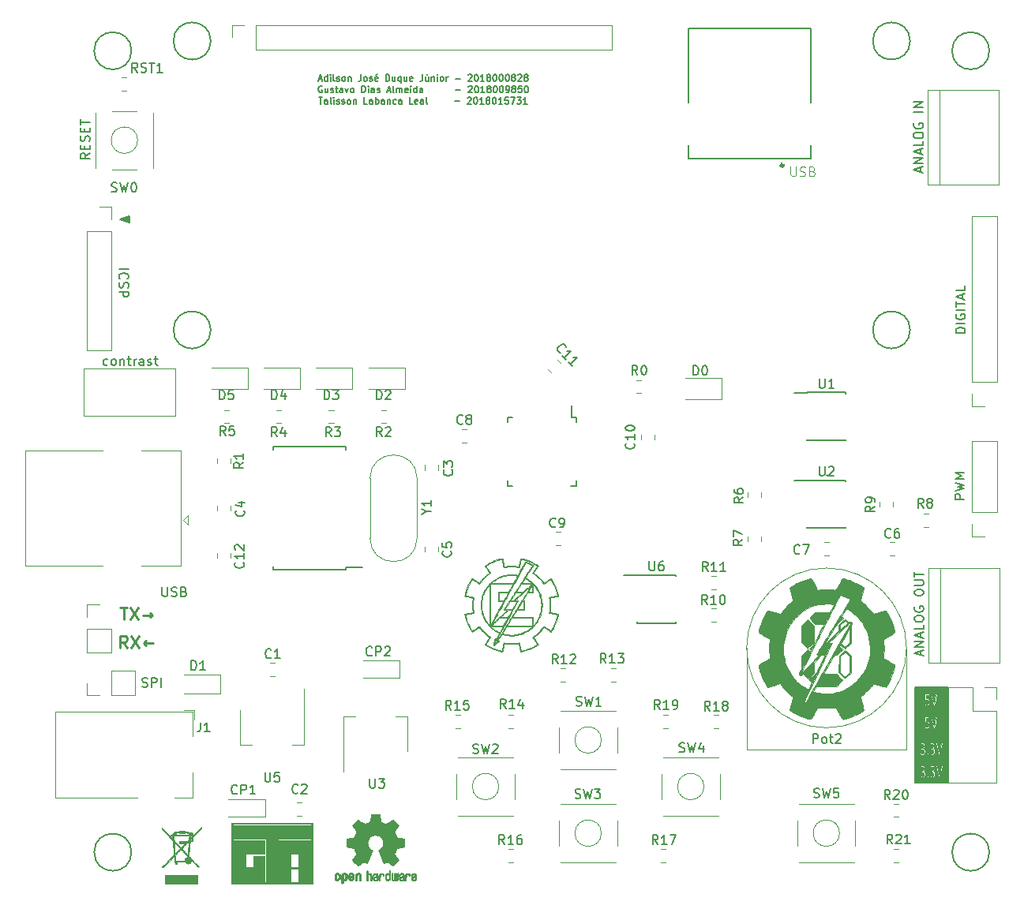
<source format=gto>
G04 #@! TF.GenerationSoftware,KiCad,Pcbnew,(5.1.6)-1*
G04 #@! TF.CreationDate,2020-07-08T23:31:11-03:00*
G04 #@! TF.ProjectId,Projeto GTA,50726f6a-6574-46f2-9047-54412e6b6963,1.0*
G04 #@! TF.SameCoordinates,Original*
G04 #@! TF.FileFunction,Legend,Top*
G04 #@! TF.FilePolarity,Positive*
%FSLAX46Y46*%
G04 Gerber Fmt 4.6, Leading zero omitted, Abs format (unit mm)*
G04 Created by KiCad (PCBNEW (5.1.6)-1) date 2020-07-08 23:31:11*
%MOMM*%
%LPD*%
G01*
G04 APERTURE LIST*
%ADD10C,0.150000*%
%ADD11C,0.200000*%
%ADD12C,0.250000*%
%ADD13C,0.175000*%
%ADD14C,0.010000*%
%ADD15C,0.120000*%
%ADD16C,0.300000*%
%ADD17C,0.127000*%
%ADD18C,0.015000*%
G04 APERTURE END LIST*
D10*
X188500000Y-122445780D02*
X185010820Y-122445780D01*
X188488320Y-112300000D02*
X188488320Y-122521980D01*
X188580000Y-122535000D02*
X185013600Y-122535000D01*
X188066680Y-112300000D02*
X188066680Y-122471180D01*
X185013600Y-112283240D02*
X185013600Y-122532140D01*
X188577220Y-112283240D02*
X185013600Y-112283240D01*
G36*
X175602900Y-89550240D02*
G01*
X175597820Y-89565480D01*
X175582580Y-89552780D01*
X175587660Y-89545160D01*
X175602900Y-89550240D01*
G37*
X175602900Y-89550240D02*
X175597820Y-89565480D01*
X175582580Y-89552780D01*
X175587660Y-89545160D01*
X175602900Y-89550240D01*
D11*
X193000000Y-44000000D02*
G75*
G03*
X193000000Y-44000000I-2000000J0D01*
G01*
D12*
X100543560Y-108066268D02*
X100110227Y-107447220D01*
X99800703Y-108066268D02*
X99800703Y-106766268D01*
X100295941Y-106766268D01*
X100419750Y-106828173D01*
X100481655Y-106890077D01*
X100543560Y-107013887D01*
X100543560Y-107199601D01*
X100481655Y-107323411D01*
X100419750Y-107385315D01*
X100295941Y-107447220D01*
X99800703Y-107447220D01*
X100976893Y-106766268D02*
X101843560Y-108066268D01*
X101843560Y-106766268D02*
X100976893Y-108066268D01*
X103329274Y-107571030D02*
X102338798Y-107571030D01*
X102586417Y-107818649D02*
X102338798Y-107571030D01*
X102586417Y-107323411D01*
X99801291Y-103748915D02*
X100544149Y-103748915D01*
X100172720Y-105048915D02*
X100172720Y-103748915D01*
X100853672Y-103748915D02*
X101720339Y-105048915D01*
X101720339Y-103748915D02*
X100853672Y-105048915D01*
X102215577Y-104553677D02*
X103206053Y-104553677D01*
X102958434Y-104801296D02*
X103206053Y-104553677D01*
X102958434Y-104306058D01*
D10*
G36*
X100787200Y-62458600D02*
G01*
X99771200Y-62077600D01*
X100787200Y-61722000D01*
X100787200Y-62458600D01*
G37*
X100787200Y-62458600D02*
X99771200Y-62077600D01*
X100787200Y-61722000D01*
X100787200Y-62458600D01*
D11*
X184500000Y-73950000D02*
G75*
G03*
X184500000Y-73950000I-2000000J0D01*
G01*
X109500000Y-73950000D02*
G75*
G03*
X109500000Y-73950000I-2000000J0D01*
G01*
X184500000Y-42950000D02*
G75*
G03*
X184500000Y-42950000I-2000000J0D01*
G01*
X109500000Y-42950000D02*
G75*
G03*
X109500000Y-42950000I-2000000J0D01*
G01*
X101000000Y-130000000D02*
G75*
G03*
X101000000Y-130000000I-2000000J0D01*
G01*
X193000000Y-130000000D02*
G75*
G03*
X193000000Y-130000000I-2000000J0D01*
G01*
X101000000Y-44000000D02*
G75*
G03*
X101000000Y-44000000I-2000000J0D01*
G01*
D13*
X121071613Y-47047526D02*
X121404946Y-47047526D01*
X121004946Y-47247526D02*
X121238280Y-46547526D01*
X121471613Y-47247526D01*
X122004946Y-47247526D02*
X122004946Y-46547526D01*
X122004946Y-47214193D02*
X121938280Y-47247526D01*
X121804946Y-47247526D01*
X121738280Y-47214193D01*
X121704946Y-47180860D01*
X121671613Y-47114193D01*
X121671613Y-46914193D01*
X121704946Y-46847526D01*
X121738280Y-46814193D01*
X121804946Y-46780860D01*
X121938280Y-46780860D01*
X122004946Y-46814193D01*
X122338280Y-47247526D02*
X122338280Y-46780860D01*
X122338280Y-46547526D02*
X122304946Y-46580860D01*
X122338280Y-46614193D01*
X122371613Y-46580860D01*
X122338280Y-46547526D01*
X122338280Y-46614193D01*
X122771613Y-47247526D02*
X122704946Y-47214193D01*
X122671613Y-47147526D01*
X122671613Y-46547526D01*
X123004946Y-47214193D02*
X123071613Y-47247526D01*
X123204946Y-47247526D01*
X123271613Y-47214193D01*
X123304946Y-47147526D01*
X123304946Y-47114193D01*
X123271613Y-47047526D01*
X123204946Y-47014193D01*
X123104946Y-47014193D01*
X123038280Y-46980860D01*
X123004946Y-46914193D01*
X123004946Y-46880860D01*
X123038280Y-46814193D01*
X123104946Y-46780860D01*
X123204946Y-46780860D01*
X123271613Y-46814193D01*
X123704946Y-47247526D02*
X123638280Y-47214193D01*
X123604946Y-47180860D01*
X123571613Y-47114193D01*
X123571613Y-46914193D01*
X123604946Y-46847526D01*
X123638280Y-46814193D01*
X123704946Y-46780860D01*
X123804946Y-46780860D01*
X123871613Y-46814193D01*
X123904946Y-46847526D01*
X123938280Y-46914193D01*
X123938280Y-47114193D01*
X123904946Y-47180860D01*
X123871613Y-47214193D01*
X123804946Y-47247526D01*
X123704946Y-47247526D01*
X124238280Y-46780860D02*
X124238280Y-47247526D01*
X124238280Y-46847526D02*
X124271613Y-46814193D01*
X124338280Y-46780860D01*
X124438280Y-46780860D01*
X124504946Y-46814193D01*
X124538280Y-46880860D01*
X124538280Y-47247526D01*
X125604946Y-46547526D02*
X125604946Y-47047526D01*
X125571613Y-47147526D01*
X125504946Y-47214193D01*
X125404946Y-47247526D01*
X125338280Y-47247526D01*
X126038280Y-47247526D02*
X125971613Y-47214193D01*
X125938280Y-47180860D01*
X125904946Y-47114193D01*
X125904946Y-46914193D01*
X125938280Y-46847526D01*
X125971613Y-46814193D01*
X126038280Y-46780860D01*
X126138280Y-46780860D01*
X126204946Y-46814193D01*
X126238280Y-46847526D01*
X126271613Y-46914193D01*
X126271613Y-47114193D01*
X126238280Y-47180860D01*
X126204946Y-47214193D01*
X126138280Y-47247526D01*
X126038280Y-47247526D01*
X126538280Y-47214193D02*
X126604946Y-47247526D01*
X126738280Y-47247526D01*
X126804946Y-47214193D01*
X126838280Y-47147526D01*
X126838280Y-47114193D01*
X126804946Y-47047526D01*
X126738280Y-47014193D01*
X126638280Y-47014193D01*
X126571613Y-46980860D01*
X126538280Y-46914193D01*
X126538280Y-46880860D01*
X126571613Y-46814193D01*
X126638280Y-46780860D01*
X126738280Y-46780860D01*
X126804946Y-46814193D01*
X127404946Y-47214193D02*
X127338280Y-47247526D01*
X127204946Y-47247526D01*
X127138280Y-47214193D01*
X127104946Y-47147526D01*
X127104946Y-46880860D01*
X127138280Y-46814193D01*
X127204946Y-46780860D01*
X127338280Y-46780860D01*
X127404946Y-46814193D01*
X127438280Y-46880860D01*
X127438280Y-46947526D01*
X127104946Y-47014193D01*
X127338280Y-46514193D02*
X127238280Y-46614193D01*
X128271613Y-47247526D02*
X128271613Y-46547526D01*
X128438280Y-46547526D01*
X128538280Y-46580860D01*
X128604946Y-46647526D01*
X128638280Y-46714193D01*
X128671613Y-46847526D01*
X128671613Y-46947526D01*
X128638280Y-47080860D01*
X128604946Y-47147526D01*
X128538280Y-47214193D01*
X128438280Y-47247526D01*
X128271613Y-47247526D01*
X129271613Y-46780860D02*
X129271613Y-47247526D01*
X128971613Y-46780860D02*
X128971613Y-47147526D01*
X129004946Y-47214193D01*
X129071613Y-47247526D01*
X129171613Y-47247526D01*
X129238280Y-47214193D01*
X129271613Y-47180860D01*
X129904946Y-46780860D02*
X129904946Y-47480860D01*
X129904946Y-47214193D02*
X129838280Y-47247526D01*
X129704946Y-47247526D01*
X129638280Y-47214193D01*
X129604946Y-47180860D01*
X129571613Y-47114193D01*
X129571613Y-46914193D01*
X129604946Y-46847526D01*
X129638280Y-46814193D01*
X129704946Y-46780860D01*
X129838280Y-46780860D01*
X129904946Y-46814193D01*
X130538280Y-46780860D02*
X130538280Y-47247526D01*
X130238280Y-46780860D02*
X130238280Y-47147526D01*
X130271613Y-47214193D01*
X130338280Y-47247526D01*
X130438280Y-47247526D01*
X130504946Y-47214193D01*
X130538280Y-47180860D01*
X131138280Y-47214193D02*
X131071613Y-47247526D01*
X130938280Y-47247526D01*
X130871613Y-47214193D01*
X130838280Y-47147526D01*
X130838280Y-46880860D01*
X130871613Y-46814193D01*
X130938280Y-46780860D01*
X131071613Y-46780860D01*
X131138280Y-46814193D01*
X131171613Y-46880860D01*
X131171613Y-46947526D01*
X130838280Y-47014193D01*
X132204946Y-46547526D02*
X132204946Y-47047526D01*
X132171613Y-47147526D01*
X132104946Y-47214193D01*
X132004946Y-47247526D01*
X131938280Y-47247526D01*
X132838280Y-46780860D02*
X132838280Y-47247526D01*
X132538280Y-46780860D02*
X132538280Y-47147526D01*
X132571613Y-47214193D01*
X132638280Y-47247526D01*
X132738280Y-47247526D01*
X132804946Y-47214193D01*
X132838280Y-47180860D01*
X132771613Y-46514193D02*
X132671613Y-46614193D01*
X133171613Y-46780860D02*
X133171613Y-47247526D01*
X133171613Y-46847526D02*
X133204946Y-46814193D01*
X133271613Y-46780860D01*
X133371613Y-46780860D01*
X133438280Y-46814193D01*
X133471613Y-46880860D01*
X133471613Y-47247526D01*
X133804946Y-47247526D02*
X133804946Y-46780860D01*
X133804946Y-46547526D02*
X133771613Y-46580860D01*
X133804946Y-46614193D01*
X133838280Y-46580860D01*
X133804946Y-46547526D01*
X133804946Y-46614193D01*
X134238280Y-47247526D02*
X134171613Y-47214193D01*
X134138280Y-47180860D01*
X134104946Y-47114193D01*
X134104946Y-46914193D01*
X134138280Y-46847526D01*
X134171613Y-46814193D01*
X134238280Y-46780860D01*
X134338280Y-46780860D01*
X134404946Y-46814193D01*
X134438280Y-46847526D01*
X134471613Y-46914193D01*
X134471613Y-47114193D01*
X134438280Y-47180860D01*
X134404946Y-47214193D01*
X134338280Y-47247526D01*
X134238280Y-47247526D01*
X134771613Y-47247526D02*
X134771613Y-46780860D01*
X134771613Y-46914193D02*
X134804946Y-46847526D01*
X134838280Y-46814193D01*
X134904946Y-46780860D01*
X134971613Y-46780860D01*
X135738280Y-46980860D02*
X136271613Y-46980860D01*
X137104946Y-46614193D02*
X137138280Y-46580860D01*
X137204946Y-46547526D01*
X137371613Y-46547526D01*
X137438280Y-46580860D01*
X137471613Y-46614193D01*
X137504946Y-46680860D01*
X137504946Y-46747526D01*
X137471613Y-46847526D01*
X137071613Y-47247526D01*
X137504946Y-47247526D01*
X137938280Y-46547526D02*
X138004946Y-46547526D01*
X138071613Y-46580860D01*
X138104946Y-46614193D01*
X138138280Y-46680860D01*
X138171613Y-46814193D01*
X138171613Y-46980860D01*
X138138280Y-47114193D01*
X138104946Y-47180860D01*
X138071613Y-47214193D01*
X138004946Y-47247526D01*
X137938280Y-47247526D01*
X137871613Y-47214193D01*
X137838280Y-47180860D01*
X137804946Y-47114193D01*
X137771613Y-46980860D01*
X137771613Y-46814193D01*
X137804946Y-46680860D01*
X137838280Y-46614193D01*
X137871613Y-46580860D01*
X137938280Y-46547526D01*
X138838280Y-47247526D02*
X138438280Y-47247526D01*
X138638280Y-47247526D02*
X138638280Y-46547526D01*
X138571613Y-46647526D01*
X138504946Y-46714193D01*
X138438280Y-46747526D01*
X139238280Y-46847526D02*
X139171613Y-46814193D01*
X139138280Y-46780860D01*
X139104946Y-46714193D01*
X139104946Y-46680860D01*
X139138280Y-46614193D01*
X139171613Y-46580860D01*
X139238280Y-46547526D01*
X139371613Y-46547526D01*
X139438280Y-46580860D01*
X139471613Y-46614193D01*
X139504946Y-46680860D01*
X139504946Y-46714193D01*
X139471613Y-46780860D01*
X139438280Y-46814193D01*
X139371613Y-46847526D01*
X139238280Y-46847526D01*
X139171613Y-46880860D01*
X139138280Y-46914193D01*
X139104946Y-46980860D01*
X139104946Y-47114193D01*
X139138280Y-47180860D01*
X139171613Y-47214193D01*
X139238280Y-47247526D01*
X139371613Y-47247526D01*
X139438280Y-47214193D01*
X139471613Y-47180860D01*
X139504946Y-47114193D01*
X139504946Y-46980860D01*
X139471613Y-46914193D01*
X139438280Y-46880860D01*
X139371613Y-46847526D01*
X139938280Y-46547526D02*
X140004946Y-46547526D01*
X140071613Y-46580860D01*
X140104946Y-46614193D01*
X140138280Y-46680860D01*
X140171613Y-46814193D01*
X140171613Y-46980860D01*
X140138280Y-47114193D01*
X140104946Y-47180860D01*
X140071613Y-47214193D01*
X140004946Y-47247526D01*
X139938280Y-47247526D01*
X139871613Y-47214193D01*
X139838280Y-47180860D01*
X139804946Y-47114193D01*
X139771613Y-46980860D01*
X139771613Y-46814193D01*
X139804946Y-46680860D01*
X139838280Y-46614193D01*
X139871613Y-46580860D01*
X139938280Y-46547526D01*
X140604946Y-46547526D02*
X140671613Y-46547526D01*
X140738280Y-46580860D01*
X140771613Y-46614193D01*
X140804946Y-46680860D01*
X140838280Y-46814193D01*
X140838280Y-46980860D01*
X140804946Y-47114193D01*
X140771613Y-47180860D01*
X140738280Y-47214193D01*
X140671613Y-47247526D01*
X140604946Y-47247526D01*
X140538280Y-47214193D01*
X140504946Y-47180860D01*
X140471613Y-47114193D01*
X140438280Y-46980860D01*
X140438280Y-46814193D01*
X140471613Y-46680860D01*
X140504946Y-46614193D01*
X140538280Y-46580860D01*
X140604946Y-46547526D01*
X141271613Y-46547526D02*
X141338280Y-46547526D01*
X141404946Y-46580860D01*
X141438280Y-46614193D01*
X141471613Y-46680860D01*
X141504946Y-46814193D01*
X141504946Y-46980860D01*
X141471613Y-47114193D01*
X141438280Y-47180860D01*
X141404946Y-47214193D01*
X141338280Y-47247526D01*
X141271613Y-47247526D01*
X141204946Y-47214193D01*
X141171613Y-47180860D01*
X141138280Y-47114193D01*
X141104946Y-46980860D01*
X141104946Y-46814193D01*
X141138280Y-46680860D01*
X141171613Y-46614193D01*
X141204946Y-46580860D01*
X141271613Y-46547526D01*
X141904946Y-46847526D02*
X141838280Y-46814193D01*
X141804946Y-46780860D01*
X141771613Y-46714193D01*
X141771613Y-46680860D01*
X141804946Y-46614193D01*
X141838280Y-46580860D01*
X141904946Y-46547526D01*
X142038280Y-46547526D01*
X142104946Y-46580860D01*
X142138280Y-46614193D01*
X142171613Y-46680860D01*
X142171613Y-46714193D01*
X142138280Y-46780860D01*
X142104946Y-46814193D01*
X142038280Y-46847526D01*
X141904946Y-46847526D01*
X141838280Y-46880860D01*
X141804946Y-46914193D01*
X141771613Y-46980860D01*
X141771613Y-47114193D01*
X141804946Y-47180860D01*
X141838280Y-47214193D01*
X141904946Y-47247526D01*
X142038280Y-47247526D01*
X142104946Y-47214193D01*
X142138280Y-47180860D01*
X142171613Y-47114193D01*
X142171613Y-46980860D01*
X142138280Y-46914193D01*
X142104946Y-46880860D01*
X142038280Y-46847526D01*
X142438280Y-46614193D02*
X142471613Y-46580860D01*
X142538280Y-46547526D01*
X142704946Y-46547526D01*
X142771613Y-46580860D01*
X142804946Y-46614193D01*
X142838280Y-46680860D01*
X142838280Y-46747526D01*
X142804946Y-46847526D01*
X142404946Y-47247526D01*
X142838280Y-47247526D01*
X143238280Y-46847526D02*
X143171613Y-46814193D01*
X143138280Y-46780860D01*
X143104946Y-46714193D01*
X143104946Y-46680860D01*
X143138280Y-46614193D01*
X143171613Y-46580860D01*
X143238280Y-46547526D01*
X143371613Y-46547526D01*
X143438280Y-46580860D01*
X143471613Y-46614193D01*
X143504946Y-46680860D01*
X143504946Y-46714193D01*
X143471613Y-46780860D01*
X143438280Y-46814193D01*
X143371613Y-46847526D01*
X143238280Y-46847526D01*
X143171613Y-46880860D01*
X143138280Y-46914193D01*
X143104946Y-46980860D01*
X143104946Y-47114193D01*
X143138280Y-47180860D01*
X143171613Y-47214193D01*
X143238280Y-47247526D01*
X143371613Y-47247526D01*
X143438280Y-47214193D01*
X143471613Y-47180860D01*
X143504946Y-47114193D01*
X143504946Y-46980860D01*
X143471613Y-46914193D01*
X143438280Y-46880860D01*
X143371613Y-46847526D01*
X121438280Y-47805860D02*
X121371613Y-47772526D01*
X121271613Y-47772526D01*
X121171613Y-47805860D01*
X121104946Y-47872526D01*
X121071613Y-47939193D01*
X121038280Y-48072526D01*
X121038280Y-48172526D01*
X121071613Y-48305860D01*
X121104946Y-48372526D01*
X121171613Y-48439193D01*
X121271613Y-48472526D01*
X121338280Y-48472526D01*
X121438280Y-48439193D01*
X121471613Y-48405860D01*
X121471613Y-48172526D01*
X121338280Y-48172526D01*
X122071613Y-48005860D02*
X122071613Y-48472526D01*
X121771613Y-48005860D02*
X121771613Y-48372526D01*
X121804946Y-48439193D01*
X121871613Y-48472526D01*
X121971613Y-48472526D01*
X122038280Y-48439193D01*
X122071613Y-48405860D01*
X122371613Y-48439193D02*
X122438280Y-48472526D01*
X122571613Y-48472526D01*
X122638280Y-48439193D01*
X122671613Y-48372526D01*
X122671613Y-48339193D01*
X122638280Y-48272526D01*
X122571613Y-48239193D01*
X122471613Y-48239193D01*
X122404946Y-48205860D01*
X122371613Y-48139193D01*
X122371613Y-48105860D01*
X122404946Y-48039193D01*
X122471613Y-48005860D01*
X122571613Y-48005860D01*
X122638280Y-48039193D01*
X122871613Y-48005860D02*
X123138280Y-48005860D01*
X122971613Y-47772526D02*
X122971613Y-48372526D01*
X123004946Y-48439193D01*
X123071613Y-48472526D01*
X123138280Y-48472526D01*
X123671613Y-48472526D02*
X123671613Y-48105860D01*
X123638280Y-48039193D01*
X123571613Y-48005860D01*
X123438280Y-48005860D01*
X123371613Y-48039193D01*
X123671613Y-48439193D02*
X123604946Y-48472526D01*
X123438280Y-48472526D01*
X123371613Y-48439193D01*
X123338280Y-48372526D01*
X123338280Y-48305860D01*
X123371613Y-48239193D01*
X123438280Y-48205860D01*
X123604946Y-48205860D01*
X123671613Y-48172526D01*
X123938280Y-48005860D02*
X124104946Y-48472526D01*
X124271613Y-48005860D01*
X124638280Y-48472526D02*
X124571613Y-48439193D01*
X124538280Y-48405860D01*
X124504946Y-48339193D01*
X124504946Y-48139193D01*
X124538280Y-48072526D01*
X124571613Y-48039193D01*
X124638280Y-48005860D01*
X124738280Y-48005860D01*
X124804946Y-48039193D01*
X124838280Y-48072526D01*
X124871613Y-48139193D01*
X124871613Y-48339193D01*
X124838280Y-48405860D01*
X124804946Y-48439193D01*
X124738280Y-48472526D01*
X124638280Y-48472526D01*
X125704946Y-48472526D02*
X125704946Y-47772526D01*
X125871613Y-47772526D01*
X125971613Y-47805860D01*
X126038280Y-47872526D01*
X126071613Y-47939193D01*
X126104946Y-48072526D01*
X126104946Y-48172526D01*
X126071613Y-48305860D01*
X126038280Y-48372526D01*
X125971613Y-48439193D01*
X125871613Y-48472526D01*
X125704946Y-48472526D01*
X126404946Y-48472526D02*
X126404946Y-48005860D01*
X126404946Y-47772526D02*
X126371613Y-47805860D01*
X126404946Y-47839193D01*
X126438280Y-47805860D01*
X126404946Y-47772526D01*
X126404946Y-47839193D01*
X127038280Y-48472526D02*
X127038280Y-48105860D01*
X127004946Y-48039193D01*
X126938280Y-48005860D01*
X126804946Y-48005860D01*
X126738280Y-48039193D01*
X127038280Y-48439193D02*
X126971613Y-48472526D01*
X126804946Y-48472526D01*
X126738280Y-48439193D01*
X126704946Y-48372526D01*
X126704946Y-48305860D01*
X126738280Y-48239193D01*
X126804946Y-48205860D01*
X126971613Y-48205860D01*
X127038280Y-48172526D01*
X127338280Y-48439193D02*
X127404946Y-48472526D01*
X127538280Y-48472526D01*
X127604946Y-48439193D01*
X127638280Y-48372526D01*
X127638280Y-48339193D01*
X127604946Y-48272526D01*
X127538280Y-48239193D01*
X127438280Y-48239193D01*
X127371613Y-48205860D01*
X127338280Y-48139193D01*
X127338280Y-48105860D01*
X127371613Y-48039193D01*
X127438280Y-48005860D01*
X127538280Y-48005860D01*
X127604946Y-48039193D01*
X128438280Y-48272526D02*
X128771613Y-48272526D01*
X128371613Y-48472526D02*
X128604946Y-47772526D01*
X128838280Y-48472526D01*
X129171613Y-48472526D02*
X129104946Y-48439193D01*
X129071613Y-48372526D01*
X129071613Y-47772526D01*
X129438280Y-48472526D02*
X129438280Y-48005860D01*
X129438280Y-48072526D02*
X129471613Y-48039193D01*
X129538280Y-48005860D01*
X129638280Y-48005860D01*
X129704946Y-48039193D01*
X129738280Y-48105860D01*
X129738280Y-48472526D01*
X129738280Y-48105860D02*
X129771613Y-48039193D01*
X129838280Y-48005860D01*
X129938280Y-48005860D01*
X130004946Y-48039193D01*
X130038280Y-48105860D01*
X130038280Y-48472526D01*
X130638280Y-48439193D02*
X130571613Y-48472526D01*
X130438280Y-48472526D01*
X130371613Y-48439193D01*
X130338280Y-48372526D01*
X130338280Y-48105860D01*
X130371613Y-48039193D01*
X130438280Y-48005860D01*
X130571613Y-48005860D01*
X130638280Y-48039193D01*
X130671613Y-48105860D01*
X130671613Y-48172526D01*
X130338280Y-48239193D01*
X130971613Y-48472526D02*
X130971613Y-48005860D01*
X130971613Y-47772526D02*
X130938280Y-47805860D01*
X130971613Y-47839193D01*
X131004946Y-47805860D01*
X130971613Y-47772526D01*
X130971613Y-47839193D01*
X131604946Y-48472526D02*
X131604946Y-47772526D01*
X131604946Y-48439193D02*
X131538280Y-48472526D01*
X131404946Y-48472526D01*
X131338280Y-48439193D01*
X131304946Y-48405860D01*
X131271613Y-48339193D01*
X131271613Y-48139193D01*
X131304946Y-48072526D01*
X131338280Y-48039193D01*
X131404946Y-48005860D01*
X131538280Y-48005860D01*
X131604946Y-48039193D01*
X132238280Y-48472526D02*
X132238280Y-48105860D01*
X132204946Y-48039193D01*
X132138280Y-48005860D01*
X132004946Y-48005860D01*
X131938280Y-48039193D01*
X132238280Y-48439193D02*
X132171613Y-48472526D01*
X132004946Y-48472526D01*
X131938280Y-48439193D01*
X131904946Y-48372526D01*
X131904946Y-48305860D01*
X131938280Y-48239193D01*
X132004946Y-48205860D01*
X132171613Y-48205860D01*
X132238280Y-48172526D01*
X135771613Y-48205860D02*
X136304946Y-48205860D01*
X137138280Y-47839193D02*
X137171613Y-47805860D01*
X137238280Y-47772526D01*
X137404946Y-47772526D01*
X137471613Y-47805860D01*
X137504946Y-47839193D01*
X137538280Y-47905860D01*
X137538280Y-47972526D01*
X137504946Y-48072526D01*
X137104946Y-48472526D01*
X137538280Y-48472526D01*
X137971613Y-47772526D02*
X138038280Y-47772526D01*
X138104946Y-47805860D01*
X138138280Y-47839193D01*
X138171613Y-47905860D01*
X138204946Y-48039193D01*
X138204946Y-48205860D01*
X138171613Y-48339193D01*
X138138280Y-48405860D01*
X138104946Y-48439193D01*
X138038280Y-48472526D01*
X137971613Y-48472526D01*
X137904946Y-48439193D01*
X137871613Y-48405860D01*
X137838280Y-48339193D01*
X137804946Y-48205860D01*
X137804946Y-48039193D01*
X137838280Y-47905860D01*
X137871613Y-47839193D01*
X137904946Y-47805860D01*
X137971613Y-47772526D01*
X138871613Y-48472526D02*
X138471613Y-48472526D01*
X138671613Y-48472526D02*
X138671613Y-47772526D01*
X138604946Y-47872526D01*
X138538280Y-47939193D01*
X138471613Y-47972526D01*
X139271613Y-48072526D02*
X139204946Y-48039193D01*
X139171613Y-48005860D01*
X139138280Y-47939193D01*
X139138280Y-47905860D01*
X139171613Y-47839193D01*
X139204946Y-47805860D01*
X139271613Y-47772526D01*
X139404946Y-47772526D01*
X139471613Y-47805860D01*
X139504946Y-47839193D01*
X139538280Y-47905860D01*
X139538280Y-47939193D01*
X139504946Y-48005860D01*
X139471613Y-48039193D01*
X139404946Y-48072526D01*
X139271613Y-48072526D01*
X139204946Y-48105860D01*
X139171613Y-48139193D01*
X139138280Y-48205860D01*
X139138280Y-48339193D01*
X139171613Y-48405860D01*
X139204946Y-48439193D01*
X139271613Y-48472526D01*
X139404946Y-48472526D01*
X139471613Y-48439193D01*
X139504946Y-48405860D01*
X139538280Y-48339193D01*
X139538280Y-48205860D01*
X139504946Y-48139193D01*
X139471613Y-48105860D01*
X139404946Y-48072526D01*
X139971613Y-47772526D02*
X140038280Y-47772526D01*
X140104946Y-47805860D01*
X140138280Y-47839193D01*
X140171613Y-47905860D01*
X140204946Y-48039193D01*
X140204946Y-48205860D01*
X140171613Y-48339193D01*
X140138280Y-48405860D01*
X140104946Y-48439193D01*
X140038280Y-48472526D01*
X139971613Y-48472526D01*
X139904946Y-48439193D01*
X139871613Y-48405860D01*
X139838280Y-48339193D01*
X139804946Y-48205860D01*
X139804946Y-48039193D01*
X139838280Y-47905860D01*
X139871613Y-47839193D01*
X139904946Y-47805860D01*
X139971613Y-47772526D01*
X140638280Y-47772526D02*
X140704946Y-47772526D01*
X140771613Y-47805860D01*
X140804946Y-47839193D01*
X140838280Y-47905860D01*
X140871613Y-48039193D01*
X140871613Y-48205860D01*
X140838280Y-48339193D01*
X140804946Y-48405860D01*
X140771613Y-48439193D01*
X140704946Y-48472526D01*
X140638280Y-48472526D01*
X140571613Y-48439193D01*
X140538280Y-48405860D01*
X140504946Y-48339193D01*
X140471613Y-48205860D01*
X140471613Y-48039193D01*
X140504946Y-47905860D01*
X140538280Y-47839193D01*
X140571613Y-47805860D01*
X140638280Y-47772526D01*
X141204946Y-48472526D02*
X141338280Y-48472526D01*
X141404946Y-48439193D01*
X141438280Y-48405860D01*
X141504946Y-48305860D01*
X141538280Y-48172526D01*
X141538280Y-47905860D01*
X141504946Y-47839193D01*
X141471613Y-47805860D01*
X141404946Y-47772526D01*
X141271613Y-47772526D01*
X141204946Y-47805860D01*
X141171613Y-47839193D01*
X141138280Y-47905860D01*
X141138280Y-48072526D01*
X141171613Y-48139193D01*
X141204946Y-48172526D01*
X141271613Y-48205860D01*
X141404946Y-48205860D01*
X141471613Y-48172526D01*
X141504946Y-48139193D01*
X141538280Y-48072526D01*
X141938280Y-48072526D02*
X141871613Y-48039193D01*
X141838280Y-48005860D01*
X141804946Y-47939193D01*
X141804946Y-47905860D01*
X141838280Y-47839193D01*
X141871613Y-47805860D01*
X141938280Y-47772526D01*
X142071613Y-47772526D01*
X142138280Y-47805860D01*
X142171613Y-47839193D01*
X142204946Y-47905860D01*
X142204946Y-47939193D01*
X142171613Y-48005860D01*
X142138280Y-48039193D01*
X142071613Y-48072526D01*
X141938280Y-48072526D01*
X141871613Y-48105860D01*
X141838280Y-48139193D01*
X141804946Y-48205860D01*
X141804946Y-48339193D01*
X141838280Y-48405860D01*
X141871613Y-48439193D01*
X141938280Y-48472526D01*
X142071613Y-48472526D01*
X142138280Y-48439193D01*
X142171613Y-48405860D01*
X142204946Y-48339193D01*
X142204946Y-48205860D01*
X142171613Y-48139193D01*
X142138280Y-48105860D01*
X142071613Y-48072526D01*
X142838280Y-47772526D02*
X142504946Y-47772526D01*
X142471613Y-48105860D01*
X142504946Y-48072526D01*
X142571613Y-48039193D01*
X142738280Y-48039193D01*
X142804946Y-48072526D01*
X142838280Y-48105860D01*
X142871613Y-48172526D01*
X142871613Y-48339193D01*
X142838280Y-48405860D01*
X142804946Y-48439193D01*
X142738280Y-48472526D01*
X142571613Y-48472526D01*
X142504946Y-48439193D01*
X142471613Y-48405860D01*
X143304946Y-47772526D02*
X143371613Y-47772526D01*
X143438280Y-47805860D01*
X143471613Y-47839193D01*
X143504946Y-47905860D01*
X143538280Y-48039193D01*
X143538280Y-48205860D01*
X143504946Y-48339193D01*
X143471613Y-48405860D01*
X143438280Y-48439193D01*
X143371613Y-48472526D01*
X143304946Y-48472526D01*
X143238280Y-48439193D01*
X143204946Y-48405860D01*
X143171613Y-48339193D01*
X143138280Y-48205860D01*
X143138280Y-48039193D01*
X143171613Y-47905860D01*
X143204946Y-47839193D01*
X143238280Y-47805860D01*
X143304946Y-47772526D01*
X121071613Y-48997526D02*
X121471613Y-48997526D01*
X121271613Y-49697526D02*
X121271613Y-48997526D01*
X122004946Y-49697526D02*
X122004946Y-49330860D01*
X121971613Y-49264193D01*
X121904946Y-49230860D01*
X121771613Y-49230860D01*
X121704946Y-49264193D01*
X122004946Y-49664193D02*
X121938280Y-49697526D01*
X121771613Y-49697526D01*
X121704946Y-49664193D01*
X121671613Y-49597526D01*
X121671613Y-49530860D01*
X121704946Y-49464193D01*
X121771613Y-49430860D01*
X121938280Y-49430860D01*
X122004946Y-49397526D01*
X122438280Y-49697526D02*
X122371613Y-49664193D01*
X122338280Y-49597526D01*
X122338280Y-48997526D01*
X122704946Y-49697526D02*
X122704946Y-49230860D01*
X122704946Y-48997526D02*
X122671613Y-49030860D01*
X122704946Y-49064193D01*
X122738280Y-49030860D01*
X122704946Y-48997526D01*
X122704946Y-49064193D01*
X123004946Y-49664193D02*
X123071613Y-49697526D01*
X123204946Y-49697526D01*
X123271613Y-49664193D01*
X123304946Y-49597526D01*
X123304946Y-49564193D01*
X123271613Y-49497526D01*
X123204946Y-49464193D01*
X123104946Y-49464193D01*
X123038280Y-49430860D01*
X123004946Y-49364193D01*
X123004946Y-49330860D01*
X123038280Y-49264193D01*
X123104946Y-49230860D01*
X123204946Y-49230860D01*
X123271613Y-49264193D01*
X123571613Y-49664193D02*
X123638280Y-49697526D01*
X123771613Y-49697526D01*
X123838280Y-49664193D01*
X123871613Y-49597526D01*
X123871613Y-49564193D01*
X123838280Y-49497526D01*
X123771613Y-49464193D01*
X123671613Y-49464193D01*
X123604946Y-49430860D01*
X123571613Y-49364193D01*
X123571613Y-49330860D01*
X123604946Y-49264193D01*
X123671613Y-49230860D01*
X123771613Y-49230860D01*
X123838280Y-49264193D01*
X124271613Y-49697526D02*
X124204946Y-49664193D01*
X124171613Y-49630860D01*
X124138280Y-49564193D01*
X124138280Y-49364193D01*
X124171613Y-49297526D01*
X124204946Y-49264193D01*
X124271613Y-49230860D01*
X124371613Y-49230860D01*
X124438280Y-49264193D01*
X124471613Y-49297526D01*
X124504946Y-49364193D01*
X124504946Y-49564193D01*
X124471613Y-49630860D01*
X124438280Y-49664193D01*
X124371613Y-49697526D01*
X124271613Y-49697526D01*
X124804946Y-49230860D02*
X124804946Y-49697526D01*
X124804946Y-49297526D02*
X124838280Y-49264193D01*
X124904946Y-49230860D01*
X125004946Y-49230860D01*
X125071613Y-49264193D01*
X125104946Y-49330860D01*
X125104946Y-49697526D01*
X126304946Y-49697526D02*
X125971613Y-49697526D01*
X125971613Y-48997526D01*
X126838280Y-49697526D02*
X126838280Y-49330860D01*
X126804946Y-49264193D01*
X126738280Y-49230860D01*
X126604946Y-49230860D01*
X126538280Y-49264193D01*
X126838280Y-49664193D02*
X126771613Y-49697526D01*
X126604946Y-49697526D01*
X126538280Y-49664193D01*
X126504946Y-49597526D01*
X126504946Y-49530860D01*
X126538280Y-49464193D01*
X126604946Y-49430860D01*
X126771613Y-49430860D01*
X126838280Y-49397526D01*
X127171613Y-49697526D02*
X127171613Y-48997526D01*
X127171613Y-49264193D02*
X127238280Y-49230860D01*
X127371613Y-49230860D01*
X127438280Y-49264193D01*
X127471613Y-49297526D01*
X127504946Y-49364193D01*
X127504946Y-49564193D01*
X127471613Y-49630860D01*
X127438280Y-49664193D01*
X127371613Y-49697526D01*
X127238280Y-49697526D01*
X127171613Y-49664193D01*
X128104946Y-49697526D02*
X128104946Y-49330860D01*
X128071613Y-49264193D01*
X128004946Y-49230860D01*
X127871613Y-49230860D01*
X127804946Y-49264193D01*
X128104946Y-49664193D02*
X128038280Y-49697526D01*
X127871613Y-49697526D01*
X127804946Y-49664193D01*
X127771613Y-49597526D01*
X127771613Y-49530860D01*
X127804946Y-49464193D01*
X127871613Y-49430860D01*
X128038280Y-49430860D01*
X128104946Y-49397526D01*
X128438280Y-49230860D02*
X128438280Y-49697526D01*
X128438280Y-49297526D02*
X128471613Y-49264193D01*
X128538280Y-49230860D01*
X128638280Y-49230860D01*
X128704946Y-49264193D01*
X128738280Y-49330860D01*
X128738280Y-49697526D01*
X129371613Y-49664193D02*
X129304946Y-49697526D01*
X129171613Y-49697526D01*
X129104946Y-49664193D01*
X129071613Y-49630860D01*
X129038280Y-49564193D01*
X129038280Y-49364193D01*
X129071613Y-49297526D01*
X129104946Y-49264193D01*
X129171613Y-49230860D01*
X129304946Y-49230860D01*
X129371613Y-49264193D01*
X129971613Y-49697526D02*
X129971613Y-49330860D01*
X129938280Y-49264193D01*
X129871613Y-49230860D01*
X129738280Y-49230860D01*
X129671613Y-49264193D01*
X129971613Y-49664193D02*
X129904946Y-49697526D01*
X129738280Y-49697526D01*
X129671613Y-49664193D01*
X129638280Y-49597526D01*
X129638280Y-49530860D01*
X129671613Y-49464193D01*
X129738280Y-49430860D01*
X129904946Y-49430860D01*
X129971613Y-49397526D01*
X131171613Y-49697526D02*
X130838280Y-49697526D01*
X130838280Y-48997526D01*
X131671613Y-49664193D02*
X131604946Y-49697526D01*
X131471613Y-49697526D01*
X131404946Y-49664193D01*
X131371613Y-49597526D01*
X131371613Y-49330860D01*
X131404946Y-49264193D01*
X131471613Y-49230860D01*
X131604946Y-49230860D01*
X131671613Y-49264193D01*
X131704946Y-49330860D01*
X131704946Y-49397526D01*
X131371613Y-49464193D01*
X132304946Y-49697526D02*
X132304946Y-49330860D01*
X132271613Y-49264193D01*
X132204946Y-49230860D01*
X132071613Y-49230860D01*
X132004946Y-49264193D01*
X132304946Y-49664193D02*
X132238280Y-49697526D01*
X132071613Y-49697526D01*
X132004946Y-49664193D01*
X131971613Y-49597526D01*
X131971613Y-49530860D01*
X132004946Y-49464193D01*
X132071613Y-49430860D01*
X132238280Y-49430860D01*
X132304946Y-49397526D01*
X132738280Y-49697526D02*
X132671613Y-49664193D01*
X132638280Y-49597526D01*
X132638280Y-48997526D01*
X135671613Y-49430860D02*
X136204946Y-49430860D01*
X137038280Y-49064193D02*
X137071613Y-49030860D01*
X137138280Y-48997526D01*
X137304946Y-48997526D01*
X137371613Y-49030860D01*
X137404946Y-49064193D01*
X137438280Y-49130860D01*
X137438280Y-49197526D01*
X137404946Y-49297526D01*
X137004946Y-49697526D01*
X137438280Y-49697526D01*
X137871613Y-48997526D02*
X137938280Y-48997526D01*
X138004946Y-49030860D01*
X138038280Y-49064193D01*
X138071613Y-49130860D01*
X138104946Y-49264193D01*
X138104946Y-49430860D01*
X138071613Y-49564193D01*
X138038280Y-49630860D01*
X138004946Y-49664193D01*
X137938280Y-49697526D01*
X137871613Y-49697526D01*
X137804946Y-49664193D01*
X137771613Y-49630860D01*
X137738280Y-49564193D01*
X137704946Y-49430860D01*
X137704946Y-49264193D01*
X137738280Y-49130860D01*
X137771613Y-49064193D01*
X137804946Y-49030860D01*
X137871613Y-48997526D01*
X138771613Y-49697526D02*
X138371613Y-49697526D01*
X138571613Y-49697526D02*
X138571613Y-48997526D01*
X138504946Y-49097526D01*
X138438280Y-49164193D01*
X138371613Y-49197526D01*
X139171613Y-49297526D02*
X139104946Y-49264193D01*
X139071613Y-49230860D01*
X139038280Y-49164193D01*
X139038280Y-49130860D01*
X139071613Y-49064193D01*
X139104946Y-49030860D01*
X139171613Y-48997526D01*
X139304946Y-48997526D01*
X139371613Y-49030860D01*
X139404946Y-49064193D01*
X139438280Y-49130860D01*
X139438280Y-49164193D01*
X139404946Y-49230860D01*
X139371613Y-49264193D01*
X139304946Y-49297526D01*
X139171613Y-49297526D01*
X139104946Y-49330860D01*
X139071613Y-49364193D01*
X139038280Y-49430860D01*
X139038280Y-49564193D01*
X139071613Y-49630860D01*
X139104946Y-49664193D01*
X139171613Y-49697526D01*
X139304946Y-49697526D01*
X139371613Y-49664193D01*
X139404946Y-49630860D01*
X139438280Y-49564193D01*
X139438280Y-49430860D01*
X139404946Y-49364193D01*
X139371613Y-49330860D01*
X139304946Y-49297526D01*
X139871613Y-48997526D02*
X139938280Y-48997526D01*
X140004946Y-49030860D01*
X140038280Y-49064193D01*
X140071613Y-49130860D01*
X140104946Y-49264193D01*
X140104946Y-49430860D01*
X140071613Y-49564193D01*
X140038280Y-49630860D01*
X140004946Y-49664193D01*
X139938280Y-49697526D01*
X139871613Y-49697526D01*
X139804946Y-49664193D01*
X139771613Y-49630860D01*
X139738280Y-49564193D01*
X139704946Y-49430860D01*
X139704946Y-49264193D01*
X139738280Y-49130860D01*
X139771613Y-49064193D01*
X139804946Y-49030860D01*
X139871613Y-48997526D01*
X140771613Y-49697526D02*
X140371613Y-49697526D01*
X140571613Y-49697526D02*
X140571613Y-48997526D01*
X140504946Y-49097526D01*
X140438280Y-49164193D01*
X140371613Y-49197526D01*
X141404946Y-48997526D02*
X141071613Y-48997526D01*
X141038280Y-49330860D01*
X141071613Y-49297526D01*
X141138280Y-49264193D01*
X141304946Y-49264193D01*
X141371613Y-49297526D01*
X141404946Y-49330860D01*
X141438280Y-49397526D01*
X141438280Y-49564193D01*
X141404946Y-49630860D01*
X141371613Y-49664193D01*
X141304946Y-49697526D01*
X141138280Y-49697526D01*
X141071613Y-49664193D01*
X141038280Y-49630860D01*
X141671613Y-48997526D02*
X142138280Y-48997526D01*
X141838280Y-49697526D01*
X142338280Y-48997526D02*
X142771613Y-48997526D01*
X142538280Y-49264193D01*
X142638280Y-49264193D01*
X142704946Y-49297526D01*
X142738280Y-49330860D01*
X142771613Y-49397526D01*
X142771613Y-49564193D01*
X142738280Y-49630860D01*
X142704946Y-49664193D01*
X142638280Y-49697526D01*
X142438280Y-49697526D01*
X142371613Y-49664193D01*
X142338280Y-49630860D01*
X143438280Y-49697526D02*
X143038280Y-49697526D01*
X143238280Y-49697526D02*
X143238280Y-48997526D01*
X143171613Y-49097526D01*
X143104946Y-49164193D01*
X143038280Y-49197526D01*
D14*
G36*
X173898785Y-100679513D02*
G01*
X173935871Y-100731561D01*
X173994282Y-100825895D01*
X174068331Y-100952767D01*
X174152330Y-101102426D01*
X174240594Y-101265122D01*
X174243121Y-101269864D01*
X174329272Y-101429343D01*
X174409083Y-101572909D01*
X174477455Y-101691716D01*
X174529288Y-101776919D01*
X174559485Y-101819670D01*
X174560759Y-101820940D01*
X174593113Y-101842504D01*
X174639714Y-101851975D01*
X174714018Y-101850016D01*
X174829484Y-101837291D01*
X174846944Y-101835046D01*
X174991352Y-101821774D01*
X175177758Y-101812706D01*
X175391228Y-101807857D01*
X175616823Y-101807244D01*
X175839609Y-101810882D01*
X176044648Y-101818789D01*
X176217004Y-101830981D01*
X176242414Y-101833527D01*
X176360372Y-101845245D01*
X176436127Y-101848293D01*
X176484242Y-101840185D01*
X176519280Y-101818436D01*
X176555803Y-101780562D01*
X176556347Y-101779959D01*
X176593649Y-101728509D01*
X176652337Y-101635553D01*
X176726280Y-101511340D01*
X176809348Y-101366118D01*
X176877565Y-101242959D01*
X176963427Y-101087697D01*
X177044659Y-100944526D01*
X177115174Y-100823896D01*
X177168885Y-100736261D01*
X177195335Y-100697357D01*
X177263233Y-100609521D01*
X177438849Y-100647060D01*
X177597843Y-100687654D01*
X177784228Y-100746151D01*
X177990522Y-100819197D01*
X178209242Y-100903440D01*
X178432904Y-100995524D01*
X178654026Y-101092098D01*
X178865125Y-101189805D01*
X179058716Y-101285294D01*
X179227319Y-101375211D01*
X179363448Y-101456200D01*
X179459621Y-101524910D01*
X179505780Y-101573395D01*
X179508858Y-101614771D01*
X179495695Y-101704011D01*
X179465848Y-101843186D01*
X179418876Y-102034363D01*
X179357177Y-102269049D01*
X179306929Y-102457830D01*
X179262309Y-102628912D01*
X179225499Y-102773641D01*
X179198682Y-102883364D01*
X179184041Y-102949426D01*
X179181965Y-102963704D01*
X179203139Y-103000991D01*
X179259280Y-103061553D01*
X179339309Y-103133751D01*
X179360215Y-103151009D01*
X179513544Y-103283604D01*
X179688964Y-103448566D01*
X179872975Y-103632086D01*
X180052073Y-103820356D01*
X180212758Y-103999565D01*
X180336829Y-104149841D01*
X180433322Y-104267715D01*
X180512860Y-104352307D01*
X180569321Y-104397411D01*
X180586795Y-104403215D01*
X180629734Y-104395532D01*
X180718251Y-104374118D01*
X180843028Y-104341422D01*
X180994748Y-104299895D01*
X181164093Y-104251988D01*
X181188044Y-104245094D01*
X181361092Y-104195322D01*
X181519569Y-104150010D01*
X181653643Y-104111946D01*
X181753483Y-104083921D01*
X181809256Y-104068724D01*
X181812245Y-104067964D01*
X181860025Y-104065928D01*
X181907843Y-104088031D01*
X181959755Y-104139741D01*
X182019815Y-104226528D01*
X182092080Y-104353860D01*
X182180605Y-104527207D01*
X182234305Y-104637131D01*
X182344683Y-104874441D01*
X182450937Y-105119821D01*
X182550070Y-105364902D01*
X182639090Y-105601318D01*
X182715002Y-105820702D01*
X182774811Y-106014688D01*
X182815523Y-106174907D01*
X182834145Y-106292994D01*
X182834998Y-106315620D01*
X182831702Y-106357037D01*
X182817954Y-106395403D01*
X182787965Y-106435310D01*
X182735947Y-106481350D01*
X182656109Y-106538113D01*
X182542663Y-106610193D01*
X182389820Y-106702181D01*
X182226167Y-106798537D01*
X182079396Y-106886056D01*
X181944514Y-106969284D01*
X181831868Y-107041627D01*
X181751807Y-107096487D01*
X181721274Y-107120424D01*
X181639706Y-107194262D01*
X181666090Y-107460075D01*
X181681087Y-107664530D01*
X181690160Y-107903789D01*
X181693319Y-108159544D01*
X181690573Y-108413485D01*
X181681929Y-108647302D01*
X181667396Y-108842685D01*
X181665440Y-108861025D01*
X181651966Y-108994811D01*
X181647496Y-109082892D01*
X181652538Y-109137975D01*
X181667603Y-109172767D01*
X181678465Y-109185908D01*
X181715385Y-109213701D01*
X181794167Y-109265596D01*
X181906955Y-109336674D01*
X182045897Y-109422016D01*
X182203140Y-109516704D01*
X182271529Y-109557354D01*
X182820729Y-109882539D01*
X182817309Y-110030260D01*
X182804167Y-110133843D01*
X182770465Y-110281294D01*
X182719351Y-110462747D01*
X182653971Y-110668336D01*
X182577472Y-110888194D01*
X182493002Y-111112456D01*
X182403706Y-111331256D01*
X182398299Y-111343913D01*
X182321990Y-111516656D01*
X182240409Y-111692130D01*
X182158616Y-111860322D01*
X182081673Y-112011220D01*
X182014640Y-112134813D01*
X181962578Y-112221089D01*
X181938982Y-112252611D01*
X181917035Y-112262611D01*
X181873836Y-112262497D01*
X181802935Y-112250913D01*
X181697878Y-112226504D01*
X181552215Y-112187915D01*
X181359492Y-112133790D01*
X181320911Y-112122753D01*
X181142288Y-112071961D01*
X180978013Y-112026018D01*
X180837592Y-111987522D01*
X180730530Y-111959070D01*
X180666334Y-111943260D01*
X180657527Y-111941486D01*
X180629358Y-111940477D01*
X180597624Y-111950503D01*
X180556992Y-111976336D01*
X180502128Y-112022749D01*
X180427699Y-112094513D01*
X180328371Y-112196400D01*
X180198812Y-112333184D01*
X180090187Y-112449136D01*
X179941065Y-112606696D01*
X179791634Y-112760979D01*
X179650664Y-112903195D01*
X179526927Y-113024550D01*
X179429193Y-113116254D01*
X179392321Y-113148659D01*
X179301039Y-113230548D01*
X179229744Y-113303447D01*
X179188369Y-113356730D01*
X179181965Y-113373671D01*
X179189456Y-113414779D01*
X179210442Y-113503883D01*
X179242693Y-113632194D01*
X179283978Y-113790924D01*
X179332067Y-113971286D01*
X179357085Y-114063602D01*
X179406906Y-114250882D01*
X179449773Y-114420576D01*
X179483670Y-114563974D01*
X179506582Y-114672367D01*
X179516492Y-114737043D01*
X179515987Y-114750145D01*
X179482871Y-114785381D01*
X179406753Y-114840667D01*
X179296302Y-114910959D01*
X179160189Y-114991213D01*
X179007085Y-115076388D01*
X178845659Y-115161438D01*
X178684581Y-115241321D01*
X178616878Y-115273152D01*
X178343654Y-115392235D01*
X178061012Y-115502909D01*
X177787000Y-115598580D01*
X177539665Y-115672657D01*
X177483875Y-115687088D01*
X177406998Y-115707709D01*
X177347456Y-115722533D01*
X177299647Y-115726258D01*
X177257974Y-115713584D01*
X177216835Y-115679206D01*
X177170631Y-115617824D01*
X177113762Y-115524134D01*
X177040628Y-115392835D01*
X176945630Y-115218625D01*
X176898818Y-115133123D01*
X176809508Y-114973115D01*
X176724786Y-114826111D01*
X176650445Y-114701800D01*
X176592279Y-114609872D01*
X176556347Y-114560310D01*
X176517341Y-114520344D01*
X176479939Y-114498586D01*
X176428088Y-114491956D01*
X176345734Y-114497377D01*
X176270953Y-114505596D01*
X176119230Y-114517909D01*
X175926616Y-114526088D01*
X175708689Y-114530172D01*
X175481027Y-114530196D01*
X175259206Y-114526198D01*
X175058805Y-114518215D01*
X174895401Y-114506285D01*
X174858257Y-114502225D01*
X174601403Y-114471255D01*
X174544324Y-114547536D01*
X174512889Y-114596211D01*
X174458760Y-114687129D01*
X174387250Y-114811065D01*
X174303673Y-114958793D01*
X174213346Y-115121089D01*
X174200287Y-115144768D01*
X174110096Y-115305463D01*
X174025921Y-115449792D01*
X173952950Y-115569304D01*
X173896368Y-115655546D01*
X173861359Y-115700068D01*
X173857815Y-115702954D01*
X173825526Y-115716748D01*
X173779187Y-115718496D01*
X173708428Y-115706535D01*
X173602882Y-115679203D01*
X173474099Y-115641451D01*
X173313526Y-115591398D01*
X173143194Y-115535451D01*
X172987377Y-115481708D01*
X172903313Y-115451013D01*
X172800338Y-115408516D01*
X172666136Y-115347903D01*
X172510316Y-115274052D01*
X172342485Y-115191844D01*
X172172254Y-115106158D01*
X172009231Y-115021872D01*
X171863024Y-114943867D01*
X171743242Y-114877021D01*
X171659494Y-114826213D01*
X171628342Y-114803588D01*
X171566292Y-114749350D01*
X171749634Y-114059828D01*
X171800673Y-113867041D01*
X171801695Y-113863143D01*
X173156768Y-113863143D01*
X173162190Y-113887825D01*
X173193963Y-113931945D01*
X173229270Y-113933916D01*
X173277552Y-113890480D01*
X173323449Y-113832227D01*
X173393234Y-113732969D01*
X173472303Y-113609168D01*
X173565728Y-113452480D01*
X173678582Y-113254566D01*
X173723018Y-113175075D01*
X173752300Y-113122958D01*
X173808074Y-113024169D01*
X173888354Y-112882211D01*
X173964984Y-112746820D01*
X174131792Y-112746820D01*
X174223003Y-112786457D01*
X174324530Y-112821736D01*
X174467515Y-112859645D01*
X174636616Y-112896959D01*
X174816493Y-112930452D01*
X174991806Y-112956900D01*
X175085369Y-112967742D01*
X175287298Y-112980082D01*
X175524332Y-112982179D01*
X175775920Y-112974806D01*
X176021513Y-112958735D01*
X176240559Y-112934739D01*
X176328032Y-112921025D01*
X176832740Y-112802671D01*
X177312981Y-112630977D01*
X177768284Y-112406198D01*
X178198177Y-112128591D01*
X178602188Y-111798412D01*
X178859859Y-111546126D01*
X179208923Y-111139778D01*
X179506642Y-110708177D01*
X179752421Y-110252890D01*
X179945664Y-109775489D01*
X180085776Y-109277544D01*
X180172162Y-108760625D01*
X180204227Y-108226301D01*
X180201659Y-108006471D01*
X180159008Y-107472745D01*
X180065096Y-106963533D01*
X179918728Y-106474980D01*
X179718711Y-106003231D01*
X179463849Y-105544432D01*
X179414352Y-105466471D01*
X179196641Y-105156214D01*
X178962044Y-104876944D01*
X178694769Y-104610630D01*
X178558611Y-104489333D01*
X178452489Y-104401646D01*
X178327189Y-104304411D01*
X178191722Y-104203908D01*
X178055099Y-104106417D01*
X177926331Y-104018219D01*
X177814428Y-103945595D01*
X177728401Y-103894824D01*
X177677261Y-103872189D01*
X177672344Y-103871587D01*
X177648783Y-103895256D01*
X177600758Y-103960675D01*
X177533991Y-104059462D01*
X177454208Y-104183237D01*
X177397887Y-104273434D01*
X177149988Y-104675282D01*
X177255856Y-104787483D01*
X177361724Y-104899683D01*
X177080228Y-105131391D01*
X176965120Y-105225946D01*
X176859621Y-105312260D01*
X176775389Y-105380814D01*
X176724088Y-105422090D01*
X176723989Y-105422168D01*
X176688679Y-105462664D01*
X176628193Y-105545904D01*
X176547491Y-105664466D01*
X176451535Y-105810929D01*
X176345285Y-105977872D01*
X176250170Y-106131006D01*
X176126120Y-106332932D01*
X175997152Y-106542775D01*
X175871101Y-106747793D01*
X175755802Y-106935245D01*
X175659090Y-107092389D01*
X175617744Y-107159522D01*
X175528291Y-107306585D01*
X175468049Y-107410939D01*
X175434124Y-107478714D01*
X175423622Y-107516040D01*
X175433647Y-107529048D01*
X175443450Y-107528708D01*
X175478693Y-107507234D01*
X175550572Y-107450924D01*
X175653450Y-107364636D01*
X175781693Y-107253227D01*
X175929666Y-107121557D01*
X176091732Y-106974483D01*
X176172123Y-106900537D01*
X176841740Y-106281929D01*
X176841781Y-105940654D01*
X176841818Y-105618586D01*
X177012976Y-105618586D01*
X177012976Y-106120616D01*
X177348313Y-105811452D01*
X177467685Y-105700687D01*
X177575208Y-105599599D01*
X177662099Y-105516544D01*
X177719575Y-105459879D01*
X177734952Y-105443582D01*
X177761800Y-105408066D01*
X177762938Y-105378047D01*
X177732277Y-105338984D01*
X177665602Y-105277999D01*
X177596036Y-105219223D01*
X177543930Y-105180404D01*
X177525579Y-105171122D01*
X177497675Y-105189484D01*
X177436458Y-105239367D01*
X177351205Y-105312968D01*
X177259592Y-105394854D01*
X177012976Y-105618586D01*
X176841818Y-105618586D01*
X176841821Y-105599378D01*
X177159202Y-105304029D01*
X177273255Y-105199608D01*
X177374523Y-105110090D01*
X177454528Y-105042728D01*
X177504793Y-105004774D01*
X177515484Y-104999214D01*
X177554105Y-105013520D01*
X177619359Y-105060058D01*
X177697728Y-105129071D01*
X177704635Y-105135733D01*
X177783793Y-105210920D01*
X177839987Y-105253488D01*
X177891859Y-105271261D01*
X177958049Y-105272062D01*
X178017810Y-105267166D01*
X178110249Y-105260441D01*
X178163498Y-105266216D01*
X178195224Y-105291815D01*
X178223097Y-105344565D01*
X178227498Y-105354101D01*
X178255899Y-105425149D01*
X178255596Y-105476204D01*
X178225082Y-105539206D01*
X178218213Y-105550969D01*
X178202672Y-105580006D01*
X178190458Y-105612721D01*
X178181301Y-105655809D01*
X178174931Y-105715962D01*
X178171079Y-105799875D01*
X178169477Y-105914239D01*
X178169854Y-106065748D01*
X178171941Y-106261097D01*
X178175470Y-106506977D01*
X178176653Y-106584043D01*
X178191143Y-107521734D01*
X177900182Y-107801021D01*
X177789962Y-107905025D01*
X177690709Y-107995380D01*
X177611759Y-108063822D01*
X177562446Y-108102085D01*
X177555549Y-108106111D01*
X177528480Y-108115043D01*
X177498387Y-108111414D01*
X177457725Y-108090071D01*
X177398952Y-108045860D01*
X177314524Y-107973628D01*
X177196897Y-107868223D01*
X177164942Y-107839278D01*
X176996829Y-107686853D01*
X176950306Y-107770742D01*
X176903783Y-107854632D01*
X177097602Y-108028980D01*
X177291422Y-108203328D01*
X176948484Y-108525771D01*
X176818784Y-108646829D01*
X176722118Y-108733643D01*
X176649796Y-108792284D01*
X176593132Y-108828819D01*
X176543436Y-108849317D01*
X176492019Y-108859846D01*
X176465690Y-108862982D01*
X176325835Y-108877750D01*
X175220609Y-110827052D01*
X175929148Y-110834938D01*
X176637687Y-110842825D01*
X176925219Y-111156826D01*
X177026851Y-111269458D01*
X177112710Y-111367742D01*
X177175831Y-111443459D01*
X177209248Y-111488390D01*
X177212751Y-111496157D01*
X177194324Y-111525495D01*
X177143472Y-111589891D01*
X177066842Y-111681341D01*
X176971078Y-111791840D01*
X176910186Y-111860607D01*
X176607622Y-112199728D01*
X174434304Y-112215192D01*
X174131792Y-112746820D01*
X173964984Y-112746820D01*
X173991154Y-112700584D01*
X174114489Y-112482787D01*
X174256374Y-112232321D01*
X174414823Y-111952686D01*
X174587851Y-111647383D01*
X174773473Y-111319912D01*
X174969703Y-110973772D01*
X175174556Y-110612465D01*
X175386047Y-110239491D01*
X175602190Y-109858350D01*
X175821000Y-109472542D01*
X176040491Y-109085567D01*
X176258679Y-108700927D01*
X176473578Y-108322120D01*
X176683202Y-107952648D01*
X176885566Y-107596011D01*
X176909381Y-107554044D01*
X177090544Y-107554044D01*
X177110199Y-107583287D01*
X177162892Y-107638887D01*
X177237051Y-107710350D01*
X177321105Y-107787186D01*
X177403481Y-107858903D01*
X177472605Y-107915008D01*
X177516907Y-107945009D01*
X177524407Y-107947401D01*
X177554958Y-107928582D01*
X177617803Y-107877462D01*
X177703512Y-107802047D01*
X177794012Y-107718506D01*
X178036896Y-107489610D01*
X178038644Y-106678213D01*
X178038807Y-106436069D01*
X178037953Y-106247517D01*
X178035822Y-106107083D01*
X178032151Y-106009296D01*
X178026678Y-105948682D01*
X178019141Y-105919768D01*
X178009278Y-105917081D01*
X178002589Y-105925074D01*
X177971304Y-105976662D01*
X177918152Y-106068016D01*
X177847331Y-106191637D01*
X177763038Y-106340029D01*
X177669470Y-106505695D01*
X177570824Y-106681139D01*
X177471298Y-106858863D01*
X177375090Y-107031372D01*
X177286396Y-107191168D01*
X177209414Y-107330755D01*
X177148341Y-107442636D01*
X177107374Y-107519315D01*
X177090712Y-107553294D01*
X177090544Y-107554044D01*
X176909381Y-107554044D01*
X177078685Y-107255708D01*
X177260574Y-106935241D01*
X177429247Y-106638109D01*
X177582718Y-106367814D01*
X177719003Y-106127854D01*
X177836117Y-105921731D01*
X177932072Y-105752944D01*
X178004886Y-105624995D01*
X178052571Y-105541382D01*
X178072264Y-105507101D01*
X178105170Y-105439424D01*
X178103532Y-105399404D01*
X178090446Y-105384286D01*
X178070776Y-105387796D01*
X178027993Y-105414891D01*
X177959740Y-105467628D01*
X177863658Y-105548065D01*
X177737389Y-105658260D01*
X177578575Y-105800271D01*
X177384857Y-105976155D01*
X177153877Y-106187972D01*
X176884716Y-106436446D01*
X175714772Y-107519145D01*
X175907245Y-107527878D01*
X176015386Y-107536074D01*
X176076071Y-107550128D01*
X176098834Y-107572628D01*
X176099717Y-107580089D01*
X176087393Y-107612903D01*
X176051836Y-107694161D01*
X175995165Y-107819385D01*
X175919503Y-107984098D01*
X175826970Y-108183821D01*
X175719688Y-108414077D01*
X175599777Y-108670388D01*
X175469359Y-108948276D01*
X175330554Y-109243262D01*
X175185484Y-109550870D01*
X175036270Y-109866622D01*
X174885032Y-110186039D01*
X174733892Y-110504643D01*
X174584971Y-110817957D01*
X174440390Y-111121503D01*
X174302270Y-111410804D01*
X174172731Y-111681380D01*
X174053896Y-111928755D01*
X173947885Y-112148450D01*
X173856819Y-112335988D01*
X173782820Y-112486890D01*
X173728007Y-112596680D01*
X173694503Y-112660878D01*
X173687136Y-112673412D01*
X173653437Y-112732419D01*
X173600735Y-112834642D01*
X173534122Y-112969751D01*
X173458687Y-113127411D01*
X173379520Y-113297292D01*
X173376006Y-113304940D01*
X173289879Y-113494824D01*
X173227354Y-113638871D01*
X173185970Y-113743797D01*
X173163262Y-113816316D01*
X173156768Y-113863143D01*
X171801695Y-113863143D01*
X171846246Y-113693299D01*
X171884272Y-113546663D01*
X171912673Y-113435193D01*
X171929368Y-113366952D01*
X171932976Y-113349224D01*
X171912003Y-113322664D01*
X171856045Y-113269955D01*
X171775544Y-113200716D01*
X171740335Y-113171783D01*
X171590675Y-113042700D01*
X171419780Y-112882995D01*
X171241602Y-112706740D01*
X171070092Y-112528007D01*
X170919203Y-112360868D01*
X170827731Y-112251299D01*
X170746587Y-112149339D01*
X170672775Y-112056859D01*
X170618498Y-111989142D01*
X170605897Y-111973529D01*
X170548818Y-111903090D01*
X170240122Y-111993152D01*
X170084150Y-112038064D01*
X169898072Y-112090745D01*
X169707032Y-112144117D01*
X169560639Y-112184437D01*
X169189851Y-112285660D01*
X169075469Y-112102751D01*
X168997146Y-111966893D01*
X168905106Y-111790300D01*
X168806086Y-111587386D01*
X168706824Y-111372563D01*
X168614057Y-111160243D01*
X168534522Y-110964840D01*
X168498018Y-110867466D01*
X168443372Y-110706894D01*
X168390899Y-110537140D01*
X168343328Y-110368910D01*
X168303390Y-110212910D01*
X168273815Y-110079845D01*
X168257332Y-109980422D01*
X168256673Y-109925346D01*
X168257283Y-109923447D01*
X168286340Y-109895691D01*
X168357720Y-109844509D01*
X168463721Y-109774917D01*
X168596641Y-109691934D01*
X168748779Y-109600578D01*
X168789962Y-109576406D01*
X168950066Y-109481757D01*
X169097149Y-109392710D01*
X169222420Y-109314753D01*
X169317092Y-109253372D01*
X169372375Y-109214054D01*
X169377896Y-109209354D01*
X169450126Y-109143564D01*
X169418463Y-108700541D01*
X169407355Y-108481966D01*
X169405412Y-108388644D01*
X170912206Y-108388644D01*
X170928417Y-108703989D01*
X170965219Y-109001419D01*
X171024859Y-109300312D01*
X171090274Y-109552608D01*
X171251416Y-110021763D01*
X171464318Y-110474217D01*
X171724723Y-110904602D01*
X172028372Y-111307548D01*
X172371008Y-111677688D01*
X172748372Y-112009652D01*
X173156207Y-112298073D01*
X173365967Y-112421924D01*
X173602526Y-112552873D01*
X173963750Y-111808103D01*
X173802746Y-111639726D01*
X173641743Y-111471350D01*
X173921797Y-111196822D01*
X174035939Y-111089460D01*
X174146531Y-110993420D01*
X174241789Y-110918430D01*
X174309930Y-110874222D01*
X174316009Y-110871319D01*
X174346223Y-110856786D01*
X174373661Y-110838745D01*
X174401298Y-110811876D01*
X174432111Y-110770861D01*
X174469073Y-110710377D01*
X174515161Y-110625106D01*
X174573349Y-110509727D01*
X174646612Y-110358920D01*
X174737926Y-110167365D01*
X174850266Y-109929741D01*
X174891821Y-109841664D01*
X175353475Y-108862982D01*
X174944613Y-108862982D01*
X174159043Y-109674400D01*
X174159043Y-110777192D01*
X173840319Y-111091035D01*
X173729731Y-111197401D01*
X173633369Y-111285314D01*
X173558679Y-111348354D01*
X173513109Y-111380100D01*
X173503056Y-111381779D01*
X173477137Y-111352254D01*
X173420479Y-111289189D01*
X173341550Y-111201974D01*
X173252769Y-111104332D01*
X173021021Y-110849984D01*
X172926756Y-110950633D01*
X172830993Y-111024505D01*
X172735732Y-111048226D01*
X172651034Y-111021768D01*
X172590277Y-110951573D01*
X172571993Y-110912033D01*
X172568670Y-110889081D01*
X172703538Y-110889081D01*
X172710763Y-110901171D01*
X172734241Y-110893411D01*
X172776671Y-110863224D01*
X172840756Y-110808035D01*
X172929196Y-110725268D01*
X173044692Y-110612347D01*
X173189945Y-110466695D01*
X173367657Y-110285738D01*
X173580528Y-110066898D01*
X173758205Y-109883269D01*
X174012588Y-109618765D01*
X174227622Y-109392680D01*
X174402971Y-109205382D01*
X174538298Y-109057241D01*
X174633269Y-108948624D01*
X174687547Y-108879900D01*
X174700795Y-108851437D01*
X174699847Y-108850818D01*
X174641922Y-108837137D01*
X174573107Y-108827334D01*
X174508137Y-108807425D01*
X174481410Y-108774378D01*
X174495693Y-108744243D01*
X174538936Y-108667545D01*
X174609238Y-108547410D01*
X174704702Y-108386969D01*
X174823426Y-108189349D01*
X174963513Y-107957679D01*
X175123062Y-107695088D01*
X175300176Y-107404705D01*
X175492953Y-107089659D01*
X175699496Y-106753077D01*
X175917904Y-106398089D01*
X176146280Y-106027823D01*
X176283285Y-105806122D01*
X176557794Y-105362125D01*
X176803046Y-104965160D01*
X177020626Y-104612551D01*
X177212115Y-104301627D01*
X177379098Y-104029711D01*
X177523159Y-103794131D01*
X177645880Y-103592212D01*
X177748844Y-103421280D01*
X177833637Y-103278662D01*
X177901840Y-103161683D01*
X177955037Y-103067670D01*
X177994812Y-102993948D01*
X178022748Y-102937843D01*
X178040428Y-102896681D01*
X178049436Y-102867789D01*
X178051356Y-102848493D01*
X178047771Y-102836117D01*
X178044533Y-102831823D01*
X178002637Y-102804169D01*
X177918170Y-102760752D01*
X177802088Y-102706326D01*
X177665344Y-102645646D01*
X177518894Y-102583467D01*
X177373691Y-102524545D01*
X177240689Y-102473633D01*
X177133219Y-102436247D01*
X177054167Y-102414289D01*
X177006669Y-102415170D01*
X176968907Y-102440795D01*
X176958198Y-102451531D01*
X176920619Y-102503432D01*
X176865043Y-102596125D01*
X176798002Y-102717063D01*
X176726030Y-102853701D01*
X176655658Y-102993493D01*
X176593420Y-103123893D01*
X176545849Y-103232357D01*
X176529414Y-103274977D01*
X176510496Y-103317186D01*
X176466590Y-103408620D01*
X176399237Y-103546199D01*
X176309978Y-103726847D01*
X176200353Y-103947484D01*
X176071905Y-104205034D01*
X175926173Y-104496418D01*
X175764699Y-104818558D01*
X175589023Y-105168377D01*
X175400686Y-105542795D01*
X175201230Y-105938736D01*
X174992195Y-106353121D01*
X174775122Y-106782872D01*
X174591720Y-107145535D01*
X174370324Y-107583175D01*
X174156301Y-108006401D01*
X173951135Y-108412267D01*
X173756313Y-108797830D01*
X173573320Y-109160142D01*
X173403641Y-109496261D01*
X173248761Y-109803241D01*
X173110166Y-110078136D01*
X172989341Y-110318003D01*
X172887771Y-110519896D01*
X172806942Y-110680871D01*
X172748340Y-110797981D01*
X172713449Y-110868284D01*
X172703538Y-110889081D01*
X172568670Y-110889081D01*
X172566481Y-110873970D01*
X172576962Y-110825048D01*
X172606656Y-110752932D01*
X172658786Y-110645285D01*
X172682815Y-110597155D01*
X172819059Y-110324959D01*
X172833755Y-109808099D01*
X172839657Y-109622601D01*
X172846519Y-109442245D01*
X172853700Y-109281774D01*
X172860559Y-109155934D01*
X172864578Y-109099262D01*
X172880704Y-108907285D01*
X173182892Y-108589785D01*
X173290111Y-108479055D01*
X173384533Y-108385142D01*
X173458472Y-108315415D01*
X173504245Y-108277240D01*
X173514061Y-108272285D01*
X173549548Y-108291452D01*
X173608546Y-108340467D01*
X173648656Y-108379013D01*
X173754271Y-108485741D01*
X173797532Y-108401164D01*
X173822898Y-108342026D01*
X173817619Y-108299493D01*
X173776775Y-108246873D01*
X173767127Y-108236298D01*
X173693460Y-108156008D01*
X173937457Y-107896647D01*
X174000603Y-107829007D01*
X174054817Y-107768303D01*
X174103817Y-107708302D01*
X174151319Y-107642773D01*
X174201041Y-107565482D01*
X174256699Y-107470196D01*
X174322009Y-107350685D01*
X174400689Y-107200715D01*
X174496455Y-107014053D01*
X174613025Y-106784468D01*
X174682177Y-106647866D01*
X174795475Y-106423634D01*
X174900801Y-106214488D01*
X174995114Y-106026523D01*
X175075371Y-105865830D01*
X175138530Y-105738504D01*
X175181549Y-105650638D01*
X175201384Y-105608325D01*
X175202003Y-105606762D01*
X175205363Y-105587381D01*
X175193652Y-105573541D01*
X175159087Y-105564320D01*
X175093884Y-105558794D01*
X174990260Y-105556038D01*
X174840430Y-105555129D01*
X174766485Y-105555075D01*
X174311865Y-105555075D01*
X174021409Y-105227290D01*
X173919873Y-105110385D01*
X173833816Y-105006884D01*
X173770030Y-104925303D01*
X173735305Y-104874162D01*
X173730953Y-104862948D01*
X173749625Y-104829217D01*
X173800858Y-104761906D01*
X173877480Y-104669842D01*
X173972320Y-104561853D01*
X174004184Y-104526648D01*
X174277416Y-104226904D01*
X175914212Y-104211238D01*
X176116319Y-103812517D01*
X176193068Y-103660209D01*
X176245711Y-103551809D01*
X176277008Y-103479107D01*
X176289715Y-103433892D01*
X176286588Y-103407953D01*
X176270386Y-103393080D01*
X176259016Y-103387567D01*
X176198513Y-103374574D01*
X176091153Y-103365266D01*
X175947036Y-103359500D01*
X175776264Y-103357136D01*
X175588937Y-103358031D01*
X175395156Y-103362044D01*
X175205023Y-103369035D01*
X175028639Y-103378860D01*
X174876104Y-103391380D01*
X174757520Y-103406452D01*
X174744099Y-103408777D01*
X174268342Y-103524183D01*
X173805989Y-103693786D01*
X173361989Y-103913772D01*
X172941288Y-104180328D01*
X172548832Y-104489639D01*
X172189570Y-104837892D01*
X171868447Y-105221274D01*
X171590411Y-105635971D01*
X171404424Y-105983331D01*
X171244797Y-106340759D01*
X171121398Y-106676255D01*
X171030335Y-107006115D01*
X170967718Y-107346638D01*
X170929655Y-107714120D01*
X170914338Y-108036006D01*
X170912206Y-108388644D01*
X169405412Y-108388644D01*
X169402189Y-108233912D01*
X169402720Y-107973573D01*
X169408706Y-107718146D01*
X169419905Y-107484826D01*
X169436074Y-107290809D01*
X169438680Y-107268099D01*
X169454580Y-107135192D01*
X169030988Y-106893092D01*
X168804059Y-106762179D01*
X168623387Y-106654866D01*
X168484381Y-106567918D01*
X168382453Y-106498095D01*
X168313011Y-106442160D01*
X168271467Y-106396876D01*
X168253229Y-106359005D01*
X168251403Y-106343203D01*
X168263139Y-106247977D01*
X168296318Y-106108046D01*
X168347898Y-105932061D01*
X168414835Y-105728674D01*
X168494086Y-105506538D01*
X168582607Y-105274305D01*
X168677355Y-105040626D01*
X168775287Y-104814155D01*
X168835189Y-104683457D01*
X168939089Y-104468981D01*
X169026257Y-104305269D01*
X169099995Y-104187774D01*
X169163606Y-104111951D01*
X169220393Y-104073252D01*
X169273658Y-104067130D01*
X169281682Y-104068773D01*
X169329460Y-104081507D01*
X169422725Y-104107236D01*
X169551929Y-104143293D01*
X169707521Y-104187012D01*
X169879954Y-104235726D01*
X169910470Y-104244373D01*
X170082768Y-104292624D01*
X170238014Y-104334975D01*
X170367176Y-104369054D01*
X170461221Y-104392488D01*
X170511117Y-104402903D01*
X170514994Y-104403215D01*
X170550170Y-104381806D01*
X170612227Y-104323675D01*
X170692080Y-104237970D01*
X170771683Y-104144785D01*
X170904247Y-103990898D01*
X171066733Y-103813594D01*
X171245490Y-103626885D01*
X171426864Y-103444780D01*
X171597205Y-103281293D01*
X171728593Y-103162690D01*
X171809121Y-103089456D01*
X171872759Y-103024990D01*
X171905275Y-102983919D01*
X171906501Y-102936118D01*
X171889637Y-102833460D01*
X171854918Y-102677030D01*
X171802576Y-102467916D01*
X171760051Y-102307360D01*
X171710504Y-102120965D01*
X171666666Y-101951407D01*
X171630779Y-101807740D01*
X171605085Y-101699018D01*
X171591826Y-101634297D01*
X171590504Y-101622484D01*
X171616537Y-101571052D01*
X171690478Y-101503949D01*
X171806089Y-101424192D01*
X171957131Y-101334799D01*
X172137365Y-101238787D01*
X172340554Y-101139176D01*
X172560459Y-101038983D01*
X172790842Y-100941225D01*
X173025464Y-100848922D01*
X173258086Y-100765090D01*
X173482471Y-100692748D01*
X173557902Y-100670703D01*
X173824032Y-100595233D01*
X173898785Y-100679513D01*
G37*
X173898785Y-100679513D02*
X173935871Y-100731561D01*
X173994282Y-100825895D01*
X174068331Y-100952767D01*
X174152330Y-101102426D01*
X174240594Y-101265122D01*
X174243121Y-101269864D01*
X174329272Y-101429343D01*
X174409083Y-101572909D01*
X174477455Y-101691716D01*
X174529288Y-101776919D01*
X174559485Y-101819670D01*
X174560759Y-101820940D01*
X174593113Y-101842504D01*
X174639714Y-101851975D01*
X174714018Y-101850016D01*
X174829484Y-101837291D01*
X174846944Y-101835046D01*
X174991352Y-101821774D01*
X175177758Y-101812706D01*
X175391228Y-101807857D01*
X175616823Y-101807244D01*
X175839609Y-101810882D01*
X176044648Y-101818789D01*
X176217004Y-101830981D01*
X176242414Y-101833527D01*
X176360372Y-101845245D01*
X176436127Y-101848293D01*
X176484242Y-101840185D01*
X176519280Y-101818436D01*
X176555803Y-101780562D01*
X176556347Y-101779959D01*
X176593649Y-101728509D01*
X176652337Y-101635553D01*
X176726280Y-101511340D01*
X176809348Y-101366118D01*
X176877565Y-101242959D01*
X176963427Y-101087697D01*
X177044659Y-100944526D01*
X177115174Y-100823896D01*
X177168885Y-100736261D01*
X177195335Y-100697357D01*
X177263233Y-100609521D01*
X177438849Y-100647060D01*
X177597843Y-100687654D01*
X177784228Y-100746151D01*
X177990522Y-100819197D01*
X178209242Y-100903440D01*
X178432904Y-100995524D01*
X178654026Y-101092098D01*
X178865125Y-101189805D01*
X179058716Y-101285294D01*
X179227319Y-101375211D01*
X179363448Y-101456200D01*
X179459621Y-101524910D01*
X179505780Y-101573395D01*
X179508858Y-101614771D01*
X179495695Y-101704011D01*
X179465848Y-101843186D01*
X179418876Y-102034363D01*
X179357177Y-102269049D01*
X179306929Y-102457830D01*
X179262309Y-102628912D01*
X179225499Y-102773641D01*
X179198682Y-102883364D01*
X179184041Y-102949426D01*
X179181965Y-102963704D01*
X179203139Y-103000991D01*
X179259280Y-103061553D01*
X179339309Y-103133751D01*
X179360215Y-103151009D01*
X179513544Y-103283604D01*
X179688964Y-103448566D01*
X179872975Y-103632086D01*
X180052073Y-103820356D01*
X180212758Y-103999565D01*
X180336829Y-104149841D01*
X180433322Y-104267715D01*
X180512860Y-104352307D01*
X180569321Y-104397411D01*
X180586795Y-104403215D01*
X180629734Y-104395532D01*
X180718251Y-104374118D01*
X180843028Y-104341422D01*
X180994748Y-104299895D01*
X181164093Y-104251988D01*
X181188044Y-104245094D01*
X181361092Y-104195322D01*
X181519569Y-104150010D01*
X181653643Y-104111946D01*
X181753483Y-104083921D01*
X181809256Y-104068724D01*
X181812245Y-104067964D01*
X181860025Y-104065928D01*
X181907843Y-104088031D01*
X181959755Y-104139741D01*
X182019815Y-104226528D01*
X182092080Y-104353860D01*
X182180605Y-104527207D01*
X182234305Y-104637131D01*
X182344683Y-104874441D01*
X182450937Y-105119821D01*
X182550070Y-105364902D01*
X182639090Y-105601318D01*
X182715002Y-105820702D01*
X182774811Y-106014688D01*
X182815523Y-106174907D01*
X182834145Y-106292994D01*
X182834998Y-106315620D01*
X182831702Y-106357037D01*
X182817954Y-106395403D01*
X182787965Y-106435310D01*
X182735947Y-106481350D01*
X182656109Y-106538113D01*
X182542663Y-106610193D01*
X182389820Y-106702181D01*
X182226167Y-106798537D01*
X182079396Y-106886056D01*
X181944514Y-106969284D01*
X181831868Y-107041627D01*
X181751807Y-107096487D01*
X181721274Y-107120424D01*
X181639706Y-107194262D01*
X181666090Y-107460075D01*
X181681087Y-107664530D01*
X181690160Y-107903789D01*
X181693319Y-108159544D01*
X181690573Y-108413485D01*
X181681929Y-108647302D01*
X181667396Y-108842685D01*
X181665440Y-108861025D01*
X181651966Y-108994811D01*
X181647496Y-109082892D01*
X181652538Y-109137975D01*
X181667603Y-109172767D01*
X181678465Y-109185908D01*
X181715385Y-109213701D01*
X181794167Y-109265596D01*
X181906955Y-109336674D01*
X182045897Y-109422016D01*
X182203140Y-109516704D01*
X182271529Y-109557354D01*
X182820729Y-109882539D01*
X182817309Y-110030260D01*
X182804167Y-110133843D01*
X182770465Y-110281294D01*
X182719351Y-110462747D01*
X182653971Y-110668336D01*
X182577472Y-110888194D01*
X182493002Y-111112456D01*
X182403706Y-111331256D01*
X182398299Y-111343913D01*
X182321990Y-111516656D01*
X182240409Y-111692130D01*
X182158616Y-111860322D01*
X182081673Y-112011220D01*
X182014640Y-112134813D01*
X181962578Y-112221089D01*
X181938982Y-112252611D01*
X181917035Y-112262611D01*
X181873836Y-112262497D01*
X181802935Y-112250913D01*
X181697878Y-112226504D01*
X181552215Y-112187915D01*
X181359492Y-112133790D01*
X181320911Y-112122753D01*
X181142288Y-112071961D01*
X180978013Y-112026018D01*
X180837592Y-111987522D01*
X180730530Y-111959070D01*
X180666334Y-111943260D01*
X180657527Y-111941486D01*
X180629358Y-111940477D01*
X180597624Y-111950503D01*
X180556992Y-111976336D01*
X180502128Y-112022749D01*
X180427699Y-112094513D01*
X180328371Y-112196400D01*
X180198812Y-112333184D01*
X180090187Y-112449136D01*
X179941065Y-112606696D01*
X179791634Y-112760979D01*
X179650664Y-112903195D01*
X179526927Y-113024550D01*
X179429193Y-113116254D01*
X179392321Y-113148659D01*
X179301039Y-113230548D01*
X179229744Y-113303447D01*
X179188369Y-113356730D01*
X179181965Y-113373671D01*
X179189456Y-113414779D01*
X179210442Y-113503883D01*
X179242693Y-113632194D01*
X179283978Y-113790924D01*
X179332067Y-113971286D01*
X179357085Y-114063602D01*
X179406906Y-114250882D01*
X179449773Y-114420576D01*
X179483670Y-114563974D01*
X179506582Y-114672367D01*
X179516492Y-114737043D01*
X179515987Y-114750145D01*
X179482871Y-114785381D01*
X179406753Y-114840667D01*
X179296302Y-114910959D01*
X179160189Y-114991213D01*
X179007085Y-115076388D01*
X178845659Y-115161438D01*
X178684581Y-115241321D01*
X178616878Y-115273152D01*
X178343654Y-115392235D01*
X178061012Y-115502909D01*
X177787000Y-115598580D01*
X177539665Y-115672657D01*
X177483875Y-115687088D01*
X177406998Y-115707709D01*
X177347456Y-115722533D01*
X177299647Y-115726258D01*
X177257974Y-115713584D01*
X177216835Y-115679206D01*
X177170631Y-115617824D01*
X177113762Y-115524134D01*
X177040628Y-115392835D01*
X176945630Y-115218625D01*
X176898818Y-115133123D01*
X176809508Y-114973115D01*
X176724786Y-114826111D01*
X176650445Y-114701800D01*
X176592279Y-114609872D01*
X176556347Y-114560310D01*
X176517341Y-114520344D01*
X176479939Y-114498586D01*
X176428088Y-114491956D01*
X176345734Y-114497377D01*
X176270953Y-114505596D01*
X176119230Y-114517909D01*
X175926616Y-114526088D01*
X175708689Y-114530172D01*
X175481027Y-114530196D01*
X175259206Y-114526198D01*
X175058805Y-114518215D01*
X174895401Y-114506285D01*
X174858257Y-114502225D01*
X174601403Y-114471255D01*
X174544324Y-114547536D01*
X174512889Y-114596211D01*
X174458760Y-114687129D01*
X174387250Y-114811065D01*
X174303673Y-114958793D01*
X174213346Y-115121089D01*
X174200287Y-115144768D01*
X174110096Y-115305463D01*
X174025921Y-115449792D01*
X173952950Y-115569304D01*
X173896368Y-115655546D01*
X173861359Y-115700068D01*
X173857815Y-115702954D01*
X173825526Y-115716748D01*
X173779187Y-115718496D01*
X173708428Y-115706535D01*
X173602882Y-115679203D01*
X173474099Y-115641451D01*
X173313526Y-115591398D01*
X173143194Y-115535451D01*
X172987377Y-115481708D01*
X172903313Y-115451013D01*
X172800338Y-115408516D01*
X172666136Y-115347903D01*
X172510316Y-115274052D01*
X172342485Y-115191844D01*
X172172254Y-115106158D01*
X172009231Y-115021872D01*
X171863024Y-114943867D01*
X171743242Y-114877021D01*
X171659494Y-114826213D01*
X171628342Y-114803588D01*
X171566292Y-114749350D01*
X171749634Y-114059828D01*
X171800673Y-113867041D01*
X171801695Y-113863143D01*
X173156768Y-113863143D01*
X173162190Y-113887825D01*
X173193963Y-113931945D01*
X173229270Y-113933916D01*
X173277552Y-113890480D01*
X173323449Y-113832227D01*
X173393234Y-113732969D01*
X173472303Y-113609168D01*
X173565728Y-113452480D01*
X173678582Y-113254566D01*
X173723018Y-113175075D01*
X173752300Y-113122958D01*
X173808074Y-113024169D01*
X173888354Y-112882211D01*
X173964984Y-112746820D01*
X174131792Y-112746820D01*
X174223003Y-112786457D01*
X174324530Y-112821736D01*
X174467515Y-112859645D01*
X174636616Y-112896959D01*
X174816493Y-112930452D01*
X174991806Y-112956900D01*
X175085369Y-112967742D01*
X175287298Y-112980082D01*
X175524332Y-112982179D01*
X175775920Y-112974806D01*
X176021513Y-112958735D01*
X176240559Y-112934739D01*
X176328032Y-112921025D01*
X176832740Y-112802671D01*
X177312981Y-112630977D01*
X177768284Y-112406198D01*
X178198177Y-112128591D01*
X178602188Y-111798412D01*
X178859859Y-111546126D01*
X179208923Y-111139778D01*
X179506642Y-110708177D01*
X179752421Y-110252890D01*
X179945664Y-109775489D01*
X180085776Y-109277544D01*
X180172162Y-108760625D01*
X180204227Y-108226301D01*
X180201659Y-108006471D01*
X180159008Y-107472745D01*
X180065096Y-106963533D01*
X179918728Y-106474980D01*
X179718711Y-106003231D01*
X179463849Y-105544432D01*
X179414352Y-105466471D01*
X179196641Y-105156214D01*
X178962044Y-104876944D01*
X178694769Y-104610630D01*
X178558611Y-104489333D01*
X178452489Y-104401646D01*
X178327189Y-104304411D01*
X178191722Y-104203908D01*
X178055099Y-104106417D01*
X177926331Y-104018219D01*
X177814428Y-103945595D01*
X177728401Y-103894824D01*
X177677261Y-103872189D01*
X177672344Y-103871587D01*
X177648783Y-103895256D01*
X177600758Y-103960675D01*
X177533991Y-104059462D01*
X177454208Y-104183237D01*
X177397887Y-104273434D01*
X177149988Y-104675282D01*
X177255856Y-104787483D01*
X177361724Y-104899683D01*
X177080228Y-105131391D01*
X176965120Y-105225946D01*
X176859621Y-105312260D01*
X176775389Y-105380814D01*
X176724088Y-105422090D01*
X176723989Y-105422168D01*
X176688679Y-105462664D01*
X176628193Y-105545904D01*
X176547491Y-105664466D01*
X176451535Y-105810929D01*
X176345285Y-105977872D01*
X176250170Y-106131006D01*
X176126120Y-106332932D01*
X175997152Y-106542775D01*
X175871101Y-106747793D01*
X175755802Y-106935245D01*
X175659090Y-107092389D01*
X175617744Y-107159522D01*
X175528291Y-107306585D01*
X175468049Y-107410939D01*
X175434124Y-107478714D01*
X175423622Y-107516040D01*
X175433647Y-107529048D01*
X175443450Y-107528708D01*
X175478693Y-107507234D01*
X175550572Y-107450924D01*
X175653450Y-107364636D01*
X175781693Y-107253227D01*
X175929666Y-107121557D01*
X176091732Y-106974483D01*
X176172123Y-106900537D01*
X176841740Y-106281929D01*
X176841781Y-105940654D01*
X176841818Y-105618586D01*
X177012976Y-105618586D01*
X177012976Y-106120616D01*
X177348313Y-105811452D01*
X177467685Y-105700687D01*
X177575208Y-105599599D01*
X177662099Y-105516544D01*
X177719575Y-105459879D01*
X177734952Y-105443582D01*
X177761800Y-105408066D01*
X177762938Y-105378047D01*
X177732277Y-105338984D01*
X177665602Y-105277999D01*
X177596036Y-105219223D01*
X177543930Y-105180404D01*
X177525579Y-105171122D01*
X177497675Y-105189484D01*
X177436458Y-105239367D01*
X177351205Y-105312968D01*
X177259592Y-105394854D01*
X177012976Y-105618586D01*
X176841818Y-105618586D01*
X176841821Y-105599378D01*
X177159202Y-105304029D01*
X177273255Y-105199608D01*
X177374523Y-105110090D01*
X177454528Y-105042728D01*
X177504793Y-105004774D01*
X177515484Y-104999214D01*
X177554105Y-105013520D01*
X177619359Y-105060058D01*
X177697728Y-105129071D01*
X177704635Y-105135733D01*
X177783793Y-105210920D01*
X177839987Y-105253488D01*
X177891859Y-105271261D01*
X177958049Y-105272062D01*
X178017810Y-105267166D01*
X178110249Y-105260441D01*
X178163498Y-105266216D01*
X178195224Y-105291815D01*
X178223097Y-105344565D01*
X178227498Y-105354101D01*
X178255899Y-105425149D01*
X178255596Y-105476204D01*
X178225082Y-105539206D01*
X178218213Y-105550969D01*
X178202672Y-105580006D01*
X178190458Y-105612721D01*
X178181301Y-105655809D01*
X178174931Y-105715962D01*
X178171079Y-105799875D01*
X178169477Y-105914239D01*
X178169854Y-106065748D01*
X178171941Y-106261097D01*
X178175470Y-106506977D01*
X178176653Y-106584043D01*
X178191143Y-107521734D01*
X177900182Y-107801021D01*
X177789962Y-107905025D01*
X177690709Y-107995380D01*
X177611759Y-108063822D01*
X177562446Y-108102085D01*
X177555549Y-108106111D01*
X177528480Y-108115043D01*
X177498387Y-108111414D01*
X177457725Y-108090071D01*
X177398952Y-108045860D01*
X177314524Y-107973628D01*
X177196897Y-107868223D01*
X177164942Y-107839278D01*
X176996829Y-107686853D01*
X176950306Y-107770742D01*
X176903783Y-107854632D01*
X177097602Y-108028980D01*
X177291422Y-108203328D01*
X176948484Y-108525771D01*
X176818784Y-108646829D01*
X176722118Y-108733643D01*
X176649796Y-108792284D01*
X176593132Y-108828819D01*
X176543436Y-108849317D01*
X176492019Y-108859846D01*
X176465690Y-108862982D01*
X176325835Y-108877750D01*
X175220609Y-110827052D01*
X175929148Y-110834938D01*
X176637687Y-110842825D01*
X176925219Y-111156826D01*
X177026851Y-111269458D01*
X177112710Y-111367742D01*
X177175831Y-111443459D01*
X177209248Y-111488390D01*
X177212751Y-111496157D01*
X177194324Y-111525495D01*
X177143472Y-111589891D01*
X177066842Y-111681341D01*
X176971078Y-111791840D01*
X176910186Y-111860607D01*
X176607622Y-112199728D01*
X174434304Y-112215192D01*
X174131792Y-112746820D01*
X173964984Y-112746820D01*
X173991154Y-112700584D01*
X174114489Y-112482787D01*
X174256374Y-112232321D01*
X174414823Y-111952686D01*
X174587851Y-111647383D01*
X174773473Y-111319912D01*
X174969703Y-110973772D01*
X175174556Y-110612465D01*
X175386047Y-110239491D01*
X175602190Y-109858350D01*
X175821000Y-109472542D01*
X176040491Y-109085567D01*
X176258679Y-108700927D01*
X176473578Y-108322120D01*
X176683202Y-107952648D01*
X176885566Y-107596011D01*
X176909381Y-107554044D01*
X177090544Y-107554044D01*
X177110199Y-107583287D01*
X177162892Y-107638887D01*
X177237051Y-107710350D01*
X177321105Y-107787186D01*
X177403481Y-107858903D01*
X177472605Y-107915008D01*
X177516907Y-107945009D01*
X177524407Y-107947401D01*
X177554958Y-107928582D01*
X177617803Y-107877462D01*
X177703512Y-107802047D01*
X177794012Y-107718506D01*
X178036896Y-107489610D01*
X178038644Y-106678213D01*
X178038807Y-106436069D01*
X178037953Y-106247517D01*
X178035822Y-106107083D01*
X178032151Y-106009296D01*
X178026678Y-105948682D01*
X178019141Y-105919768D01*
X178009278Y-105917081D01*
X178002589Y-105925074D01*
X177971304Y-105976662D01*
X177918152Y-106068016D01*
X177847331Y-106191637D01*
X177763038Y-106340029D01*
X177669470Y-106505695D01*
X177570824Y-106681139D01*
X177471298Y-106858863D01*
X177375090Y-107031372D01*
X177286396Y-107191168D01*
X177209414Y-107330755D01*
X177148341Y-107442636D01*
X177107374Y-107519315D01*
X177090712Y-107553294D01*
X177090544Y-107554044D01*
X176909381Y-107554044D01*
X177078685Y-107255708D01*
X177260574Y-106935241D01*
X177429247Y-106638109D01*
X177582718Y-106367814D01*
X177719003Y-106127854D01*
X177836117Y-105921731D01*
X177932072Y-105752944D01*
X178004886Y-105624995D01*
X178052571Y-105541382D01*
X178072264Y-105507101D01*
X178105170Y-105439424D01*
X178103532Y-105399404D01*
X178090446Y-105384286D01*
X178070776Y-105387796D01*
X178027993Y-105414891D01*
X177959740Y-105467628D01*
X177863658Y-105548065D01*
X177737389Y-105658260D01*
X177578575Y-105800271D01*
X177384857Y-105976155D01*
X177153877Y-106187972D01*
X176884716Y-106436446D01*
X175714772Y-107519145D01*
X175907245Y-107527878D01*
X176015386Y-107536074D01*
X176076071Y-107550128D01*
X176098834Y-107572628D01*
X176099717Y-107580089D01*
X176087393Y-107612903D01*
X176051836Y-107694161D01*
X175995165Y-107819385D01*
X175919503Y-107984098D01*
X175826970Y-108183821D01*
X175719688Y-108414077D01*
X175599777Y-108670388D01*
X175469359Y-108948276D01*
X175330554Y-109243262D01*
X175185484Y-109550870D01*
X175036270Y-109866622D01*
X174885032Y-110186039D01*
X174733892Y-110504643D01*
X174584971Y-110817957D01*
X174440390Y-111121503D01*
X174302270Y-111410804D01*
X174172731Y-111681380D01*
X174053896Y-111928755D01*
X173947885Y-112148450D01*
X173856819Y-112335988D01*
X173782820Y-112486890D01*
X173728007Y-112596680D01*
X173694503Y-112660878D01*
X173687136Y-112673412D01*
X173653437Y-112732419D01*
X173600735Y-112834642D01*
X173534122Y-112969751D01*
X173458687Y-113127411D01*
X173379520Y-113297292D01*
X173376006Y-113304940D01*
X173289879Y-113494824D01*
X173227354Y-113638871D01*
X173185970Y-113743797D01*
X173163262Y-113816316D01*
X173156768Y-113863143D01*
X171801695Y-113863143D01*
X171846246Y-113693299D01*
X171884272Y-113546663D01*
X171912673Y-113435193D01*
X171929368Y-113366952D01*
X171932976Y-113349224D01*
X171912003Y-113322664D01*
X171856045Y-113269955D01*
X171775544Y-113200716D01*
X171740335Y-113171783D01*
X171590675Y-113042700D01*
X171419780Y-112882995D01*
X171241602Y-112706740D01*
X171070092Y-112528007D01*
X170919203Y-112360868D01*
X170827731Y-112251299D01*
X170746587Y-112149339D01*
X170672775Y-112056859D01*
X170618498Y-111989142D01*
X170605897Y-111973529D01*
X170548818Y-111903090D01*
X170240122Y-111993152D01*
X170084150Y-112038064D01*
X169898072Y-112090745D01*
X169707032Y-112144117D01*
X169560639Y-112184437D01*
X169189851Y-112285660D01*
X169075469Y-112102751D01*
X168997146Y-111966893D01*
X168905106Y-111790300D01*
X168806086Y-111587386D01*
X168706824Y-111372563D01*
X168614057Y-111160243D01*
X168534522Y-110964840D01*
X168498018Y-110867466D01*
X168443372Y-110706894D01*
X168390899Y-110537140D01*
X168343328Y-110368910D01*
X168303390Y-110212910D01*
X168273815Y-110079845D01*
X168257332Y-109980422D01*
X168256673Y-109925346D01*
X168257283Y-109923447D01*
X168286340Y-109895691D01*
X168357720Y-109844509D01*
X168463721Y-109774917D01*
X168596641Y-109691934D01*
X168748779Y-109600578D01*
X168789962Y-109576406D01*
X168950066Y-109481757D01*
X169097149Y-109392710D01*
X169222420Y-109314753D01*
X169317092Y-109253372D01*
X169372375Y-109214054D01*
X169377896Y-109209354D01*
X169450126Y-109143564D01*
X169418463Y-108700541D01*
X169407355Y-108481966D01*
X169405412Y-108388644D01*
X170912206Y-108388644D01*
X170928417Y-108703989D01*
X170965219Y-109001419D01*
X171024859Y-109300312D01*
X171090274Y-109552608D01*
X171251416Y-110021763D01*
X171464318Y-110474217D01*
X171724723Y-110904602D01*
X172028372Y-111307548D01*
X172371008Y-111677688D01*
X172748372Y-112009652D01*
X173156207Y-112298073D01*
X173365967Y-112421924D01*
X173602526Y-112552873D01*
X173963750Y-111808103D01*
X173802746Y-111639726D01*
X173641743Y-111471350D01*
X173921797Y-111196822D01*
X174035939Y-111089460D01*
X174146531Y-110993420D01*
X174241789Y-110918430D01*
X174309930Y-110874222D01*
X174316009Y-110871319D01*
X174346223Y-110856786D01*
X174373661Y-110838745D01*
X174401298Y-110811876D01*
X174432111Y-110770861D01*
X174469073Y-110710377D01*
X174515161Y-110625106D01*
X174573349Y-110509727D01*
X174646612Y-110358920D01*
X174737926Y-110167365D01*
X174850266Y-109929741D01*
X174891821Y-109841664D01*
X175353475Y-108862982D01*
X174944613Y-108862982D01*
X174159043Y-109674400D01*
X174159043Y-110777192D01*
X173840319Y-111091035D01*
X173729731Y-111197401D01*
X173633369Y-111285314D01*
X173558679Y-111348354D01*
X173513109Y-111380100D01*
X173503056Y-111381779D01*
X173477137Y-111352254D01*
X173420479Y-111289189D01*
X173341550Y-111201974D01*
X173252769Y-111104332D01*
X173021021Y-110849984D01*
X172926756Y-110950633D01*
X172830993Y-111024505D01*
X172735732Y-111048226D01*
X172651034Y-111021768D01*
X172590277Y-110951573D01*
X172571993Y-110912033D01*
X172568670Y-110889081D01*
X172703538Y-110889081D01*
X172710763Y-110901171D01*
X172734241Y-110893411D01*
X172776671Y-110863224D01*
X172840756Y-110808035D01*
X172929196Y-110725268D01*
X173044692Y-110612347D01*
X173189945Y-110466695D01*
X173367657Y-110285738D01*
X173580528Y-110066898D01*
X173758205Y-109883269D01*
X174012588Y-109618765D01*
X174227622Y-109392680D01*
X174402971Y-109205382D01*
X174538298Y-109057241D01*
X174633269Y-108948624D01*
X174687547Y-108879900D01*
X174700795Y-108851437D01*
X174699847Y-108850818D01*
X174641922Y-108837137D01*
X174573107Y-108827334D01*
X174508137Y-108807425D01*
X174481410Y-108774378D01*
X174495693Y-108744243D01*
X174538936Y-108667545D01*
X174609238Y-108547410D01*
X174704702Y-108386969D01*
X174823426Y-108189349D01*
X174963513Y-107957679D01*
X175123062Y-107695088D01*
X175300176Y-107404705D01*
X175492953Y-107089659D01*
X175699496Y-106753077D01*
X175917904Y-106398089D01*
X176146280Y-106027823D01*
X176283285Y-105806122D01*
X176557794Y-105362125D01*
X176803046Y-104965160D01*
X177020626Y-104612551D01*
X177212115Y-104301627D01*
X177379098Y-104029711D01*
X177523159Y-103794131D01*
X177645880Y-103592212D01*
X177748844Y-103421280D01*
X177833637Y-103278662D01*
X177901840Y-103161683D01*
X177955037Y-103067670D01*
X177994812Y-102993948D01*
X178022748Y-102937843D01*
X178040428Y-102896681D01*
X178049436Y-102867789D01*
X178051356Y-102848493D01*
X178047771Y-102836117D01*
X178044533Y-102831823D01*
X178002637Y-102804169D01*
X177918170Y-102760752D01*
X177802088Y-102706326D01*
X177665344Y-102645646D01*
X177518894Y-102583467D01*
X177373691Y-102524545D01*
X177240689Y-102473633D01*
X177133219Y-102436247D01*
X177054167Y-102414289D01*
X177006669Y-102415170D01*
X176968907Y-102440795D01*
X176958198Y-102451531D01*
X176920619Y-102503432D01*
X176865043Y-102596125D01*
X176798002Y-102717063D01*
X176726030Y-102853701D01*
X176655658Y-102993493D01*
X176593420Y-103123893D01*
X176545849Y-103232357D01*
X176529414Y-103274977D01*
X176510496Y-103317186D01*
X176466590Y-103408620D01*
X176399237Y-103546199D01*
X176309978Y-103726847D01*
X176200353Y-103947484D01*
X176071905Y-104205034D01*
X175926173Y-104496418D01*
X175764699Y-104818558D01*
X175589023Y-105168377D01*
X175400686Y-105542795D01*
X175201230Y-105938736D01*
X174992195Y-106353121D01*
X174775122Y-106782872D01*
X174591720Y-107145535D01*
X174370324Y-107583175D01*
X174156301Y-108006401D01*
X173951135Y-108412267D01*
X173756313Y-108797830D01*
X173573320Y-109160142D01*
X173403641Y-109496261D01*
X173248761Y-109803241D01*
X173110166Y-110078136D01*
X172989341Y-110318003D01*
X172887771Y-110519896D01*
X172806942Y-110680871D01*
X172748340Y-110797981D01*
X172713449Y-110868284D01*
X172703538Y-110889081D01*
X172568670Y-110889081D01*
X172566481Y-110873970D01*
X172576962Y-110825048D01*
X172606656Y-110752932D01*
X172658786Y-110645285D01*
X172682815Y-110597155D01*
X172819059Y-110324959D01*
X172833755Y-109808099D01*
X172839657Y-109622601D01*
X172846519Y-109442245D01*
X172853700Y-109281774D01*
X172860559Y-109155934D01*
X172864578Y-109099262D01*
X172880704Y-108907285D01*
X173182892Y-108589785D01*
X173290111Y-108479055D01*
X173384533Y-108385142D01*
X173458472Y-108315415D01*
X173504245Y-108277240D01*
X173514061Y-108272285D01*
X173549548Y-108291452D01*
X173608546Y-108340467D01*
X173648656Y-108379013D01*
X173754271Y-108485741D01*
X173797532Y-108401164D01*
X173822898Y-108342026D01*
X173817619Y-108299493D01*
X173776775Y-108246873D01*
X173767127Y-108236298D01*
X173693460Y-108156008D01*
X173937457Y-107896647D01*
X174000603Y-107829007D01*
X174054817Y-107768303D01*
X174103817Y-107708302D01*
X174151319Y-107642773D01*
X174201041Y-107565482D01*
X174256699Y-107470196D01*
X174322009Y-107350685D01*
X174400689Y-107200715D01*
X174496455Y-107014053D01*
X174613025Y-106784468D01*
X174682177Y-106647866D01*
X174795475Y-106423634D01*
X174900801Y-106214488D01*
X174995114Y-106026523D01*
X175075371Y-105865830D01*
X175138530Y-105738504D01*
X175181549Y-105650638D01*
X175201384Y-105608325D01*
X175202003Y-105606762D01*
X175205363Y-105587381D01*
X175193652Y-105573541D01*
X175159087Y-105564320D01*
X175093884Y-105558794D01*
X174990260Y-105556038D01*
X174840430Y-105555129D01*
X174766485Y-105555075D01*
X174311865Y-105555075D01*
X174021409Y-105227290D01*
X173919873Y-105110385D01*
X173833816Y-105006884D01*
X173770030Y-104925303D01*
X173735305Y-104874162D01*
X173730953Y-104862948D01*
X173749625Y-104829217D01*
X173800858Y-104761906D01*
X173877480Y-104669842D01*
X173972320Y-104561853D01*
X174004184Y-104526648D01*
X174277416Y-104226904D01*
X175914212Y-104211238D01*
X176116319Y-103812517D01*
X176193068Y-103660209D01*
X176245711Y-103551809D01*
X176277008Y-103479107D01*
X176289715Y-103433892D01*
X176286588Y-103407953D01*
X176270386Y-103393080D01*
X176259016Y-103387567D01*
X176198513Y-103374574D01*
X176091153Y-103365266D01*
X175947036Y-103359500D01*
X175776264Y-103357136D01*
X175588937Y-103358031D01*
X175395156Y-103362044D01*
X175205023Y-103369035D01*
X175028639Y-103378860D01*
X174876104Y-103391380D01*
X174757520Y-103406452D01*
X174744099Y-103408777D01*
X174268342Y-103524183D01*
X173805989Y-103693786D01*
X173361989Y-103913772D01*
X172941288Y-104180328D01*
X172548832Y-104489639D01*
X172189570Y-104837892D01*
X171868447Y-105221274D01*
X171590411Y-105635971D01*
X171404424Y-105983331D01*
X171244797Y-106340759D01*
X171121398Y-106676255D01*
X171030335Y-107006115D01*
X170967718Y-107346638D01*
X170929655Y-107714120D01*
X170914338Y-108036006D01*
X170912206Y-108388644D01*
X169405412Y-108388644D01*
X169402189Y-108233912D01*
X169402720Y-107973573D01*
X169408706Y-107718146D01*
X169419905Y-107484826D01*
X169436074Y-107290809D01*
X169438680Y-107268099D01*
X169454580Y-107135192D01*
X169030988Y-106893092D01*
X168804059Y-106762179D01*
X168623387Y-106654866D01*
X168484381Y-106567918D01*
X168382453Y-106498095D01*
X168313011Y-106442160D01*
X168271467Y-106396876D01*
X168253229Y-106359005D01*
X168251403Y-106343203D01*
X168263139Y-106247977D01*
X168296318Y-106108046D01*
X168347898Y-105932061D01*
X168414835Y-105728674D01*
X168494086Y-105506538D01*
X168582607Y-105274305D01*
X168677355Y-105040626D01*
X168775287Y-104814155D01*
X168835189Y-104683457D01*
X168939089Y-104468981D01*
X169026257Y-104305269D01*
X169099995Y-104187774D01*
X169163606Y-104111951D01*
X169220393Y-104073252D01*
X169273658Y-104067130D01*
X169281682Y-104068773D01*
X169329460Y-104081507D01*
X169422725Y-104107236D01*
X169551929Y-104143293D01*
X169707521Y-104187012D01*
X169879954Y-104235726D01*
X169910470Y-104244373D01*
X170082768Y-104292624D01*
X170238014Y-104334975D01*
X170367176Y-104369054D01*
X170461221Y-104392488D01*
X170511117Y-104402903D01*
X170514994Y-104403215D01*
X170550170Y-104381806D01*
X170612227Y-104323675D01*
X170692080Y-104237970D01*
X170771683Y-104144785D01*
X170904247Y-103990898D01*
X171066733Y-103813594D01*
X171245490Y-103626885D01*
X171426864Y-103444780D01*
X171597205Y-103281293D01*
X171728593Y-103162690D01*
X171809121Y-103089456D01*
X171872759Y-103024990D01*
X171905275Y-102983919D01*
X171906501Y-102936118D01*
X171889637Y-102833460D01*
X171854918Y-102677030D01*
X171802576Y-102467916D01*
X171760051Y-102307360D01*
X171710504Y-102120965D01*
X171666666Y-101951407D01*
X171630779Y-101807740D01*
X171605085Y-101699018D01*
X171591826Y-101634297D01*
X171590504Y-101622484D01*
X171616537Y-101571052D01*
X171690478Y-101503949D01*
X171806089Y-101424192D01*
X171957131Y-101334799D01*
X172137365Y-101238787D01*
X172340554Y-101139176D01*
X172560459Y-101038983D01*
X172790842Y-100941225D01*
X173025464Y-100848922D01*
X173258086Y-100765090D01*
X173482471Y-100692748D01*
X173557902Y-100670703D01*
X173824032Y-100595233D01*
X173898785Y-100679513D01*
G36*
X177842356Y-108607765D02*
G01*
X178152693Y-108936820D01*
X178153621Y-109858749D01*
X178154549Y-110780679D01*
X177847751Y-111047187D01*
X177733317Y-111143795D01*
X177631187Y-111224834D01*
X177550663Y-111283299D01*
X177501047Y-111312184D01*
X177493419Y-111314037D01*
X177456866Y-111294606D01*
X177388245Y-111240910D01*
X177296070Y-111160222D01*
X177188854Y-111059815D01*
X177139591Y-111011740D01*
X176833296Y-110709102D01*
X176863552Y-108975533D01*
X177012976Y-108975533D01*
X177015050Y-110708913D01*
X177242790Y-110923041D01*
X177338046Y-111010446D01*
X177418901Y-111080630D01*
X177475547Y-111125323D01*
X177496715Y-111137168D01*
X177528312Y-111119500D01*
X177593412Y-111071699D01*
X177681769Y-111001572D01*
X177760241Y-110936395D01*
X177997583Y-110735621D01*
X178005131Y-109865529D01*
X178012680Y-108995438D01*
X177772954Y-108748638D01*
X177661120Y-108636846D01*
X177581058Y-108565356D01*
X177527195Y-108529797D01*
X177493960Y-108525798D01*
X177490890Y-108527352D01*
X177453120Y-108557493D01*
X177384911Y-108618508D01*
X177297129Y-108700502D01*
X177230764Y-108764200D01*
X177012976Y-108975533D01*
X176863552Y-108975533D01*
X176864228Y-108936820D01*
X177532020Y-108278710D01*
X177842356Y-108607765D01*
G37*
X177842356Y-108607765D02*
X178152693Y-108936820D01*
X178153621Y-109858749D01*
X178154549Y-110780679D01*
X177847751Y-111047187D01*
X177733317Y-111143795D01*
X177631187Y-111224834D01*
X177550663Y-111283299D01*
X177501047Y-111312184D01*
X177493419Y-111314037D01*
X177456866Y-111294606D01*
X177388245Y-111240910D01*
X177296070Y-111160222D01*
X177188854Y-111059815D01*
X177139591Y-111011740D01*
X176833296Y-110709102D01*
X176863552Y-108975533D01*
X177012976Y-108975533D01*
X177015050Y-110708913D01*
X177242790Y-110923041D01*
X177338046Y-111010446D01*
X177418901Y-111080630D01*
X177475547Y-111125323D01*
X177496715Y-111137168D01*
X177528312Y-111119500D01*
X177593412Y-111071699D01*
X177681769Y-111001572D01*
X177760241Y-110936395D01*
X177997583Y-110735621D01*
X178005131Y-109865529D01*
X178012680Y-108995438D01*
X177772954Y-108748638D01*
X177661120Y-108636846D01*
X177581058Y-108565356D01*
X177527195Y-108529797D01*
X177493960Y-108525798D01*
X177490890Y-108527352D01*
X177453120Y-108557493D01*
X177384911Y-108618508D01*
X177297129Y-108700502D01*
X177230764Y-108764200D01*
X177012976Y-108975533D01*
X176863552Y-108975533D01*
X176864228Y-108936820D01*
X177532020Y-108278710D01*
X177842356Y-108607765D01*
G36*
X173558791Y-105044179D02*
G01*
X173614488Y-105101423D01*
X173694474Y-105187751D01*
X173791817Y-105295738D01*
X173855825Y-105368009D01*
X174159043Y-105712570D01*
X174159043Y-107461039D01*
X173837529Y-107792825D01*
X173727356Y-107905463D01*
X173631262Y-108001715D01*
X173556454Y-108074518D01*
X173510141Y-108116810D01*
X173498894Y-108124610D01*
X173474243Y-108104467D01*
X173417189Y-108048813D01*
X173334797Y-107964808D01*
X173234134Y-107859615D01*
X173164004Y-107785144D01*
X172846234Y-107445677D01*
X172846234Y-105718405D01*
X173181125Y-105370926D01*
X173293574Y-105255337D01*
X173392182Y-105156029D01*
X173469904Y-105079933D01*
X173519697Y-105033979D01*
X173534311Y-105023448D01*
X173558791Y-105044179D01*
G37*
X173558791Y-105044179D02*
X173614488Y-105101423D01*
X173694474Y-105187751D01*
X173791817Y-105295738D01*
X173855825Y-105368009D01*
X174159043Y-105712570D01*
X174159043Y-107461039D01*
X173837529Y-107792825D01*
X173727356Y-107905463D01*
X173631262Y-108001715D01*
X173556454Y-108074518D01*
X173510141Y-108116810D01*
X173498894Y-108124610D01*
X173474243Y-108104467D01*
X173417189Y-108048813D01*
X173334797Y-107964808D01*
X173234134Y-107859615D01*
X173164004Y-107785144D01*
X172846234Y-107445677D01*
X172846234Y-105718405D01*
X173181125Y-105370926D01*
X173293574Y-105255337D01*
X173392182Y-105156029D01*
X173469904Y-105079933D01*
X173519697Y-105033979D01*
X173534311Y-105023448D01*
X173558791Y-105044179D01*
G36*
X186941395Y-112301246D02*
G01*
X187148462Y-112301836D01*
X187350429Y-112302869D01*
X187544510Y-112304343D01*
X187727923Y-112306261D01*
X187897885Y-112308622D01*
X188051611Y-112311426D01*
X188186320Y-112314672D01*
X188299227Y-112318361D01*
X188387549Y-112322492D01*
X188448502Y-112327066D01*
X188479304Y-112332083D01*
X188482394Y-112333859D01*
X188484889Y-112362281D01*
X188487235Y-112437993D01*
X188489432Y-112558086D01*
X188491481Y-112719654D01*
X188493380Y-112919787D01*
X188495131Y-113155579D01*
X188496733Y-113424122D01*
X188498186Y-113722508D01*
X188499490Y-114047830D01*
X188500646Y-114397178D01*
X188501652Y-114767647D01*
X188502510Y-115156328D01*
X188503219Y-115560313D01*
X188503779Y-115976695D01*
X188504190Y-116402566D01*
X188504453Y-116835019D01*
X188504567Y-117271144D01*
X188504531Y-117708036D01*
X188504347Y-118142786D01*
X188504014Y-118572486D01*
X188503533Y-118994228D01*
X188502902Y-119405106D01*
X188502123Y-119802210D01*
X188501194Y-120182634D01*
X188500117Y-120543470D01*
X188498892Y-120881810D01*
X188497517Y-121194746D01*
X188495993Y-121479370D01*
X188494321Y-121732775D01*
X188492500Y-121952054D01*
X188490530Y-122134297D01*
X188488411Y-122276599D01*
X188486143Y-122376050D01*
X188483727Y-122429743D01*
X188482394Y-122438642D01*
X188462291Y-122443807D01*
X188411106Y-122448529D01*
X188331623Y-122452808D01*
X188226624Y-122456645D01*
X188098894Y-122460039D01*
X187951215Y-122462991D01*
X187786370Y-122465499D01*
X187607144Y-122467566D01*
X187416319Y-122469189D01*
X187216678Y-122470370D01*
X187011006Y-122471108D01*
X186802086Y-122471403D01*
X186592700Y-122471256D01*
X186385632Y-122470666D01*
X186183666Y-122469633D01*
X185989584Y-122468157D01*
X185806171Y-122466239D01*
X185636210Y-122463879D01*
X185482483Y-122461075D01*
X185347774Y-122457829D01*
X185234868Y-122454140D01*
X185146546Y-122450009D01*
X185085592Y-122445434D01*
X185054790Y-122440417D01*
X185051700Y-122438642D01*
X185049206Y-122410219D01*
X185046859Y-122334508D01*
X185044662Y-122214414D01*
X185042614Y-122052847D01*
X185040714Y-121852713D01*
X185040395Y-121809658D01*
X185573642Y-121809658D01*
X185578475Y-121864663D01*
X185591384Y-121905904D01*
X185594414Y-121910143D01*
X185655631Y-121956158D01*
X185736919Y-121982465D01*
X185826924Y-121988075D01*
X185914291Y-121971998D01*
X185974094Y-121943237D01*
X186030139Y-121889633D01*
X186303342Y-121889633D01*
X186308053Y-121931256D01*
X186330447Y-121957320D01*
X186369658Y-121965883D01*
X186410602Y-121956292D01*
X186433460Y-121936665D01*
X186451696Y-121879564D01*
X186448672Y-121812492D01*
X186447465Y-121809658D01*
X186606576Y-121809658D01*
X186611408Y-121864663D01*
X186624317Y-121905904D01*
X186627347Y-121910143D01*
X186688565Y-121956158D01*
X186769853Y-121982465D01*
X186859857Y-121988075D01*
X186947224Y-121971998D01*
X187007027Y-121943237D01*
X187078313Y-121875056D01*
X187122695Y-121781125D01*
X187143574Y-121656846D01*
X187138942Y-121532330D01*
X187106626Y-121429248D01*
X187049257Y-121355367D01*
X187038765Y-121347363D01*
X186981813Y-121307108D01*
X187030758Y-121246065D01*
X187081176Y-121152962D01*
X187105802Y-121040293D01*
X187104434Y-120921366D01*
X187076874Y-120809490D01*
X187038396Y-120737520D01*
X186996990Y-120702536D01*
X187249647Y-120702536D01*
X187255091Y-120731707D01*
X187270179Y-120800244D01*
X187293044Y-120900305D01*
X187321820Y-121024047D01*
X187354640Y-121163629D01*
X187389638Y-121311206D01*
X187424947Y-121458936D01*
X187458702Y-121598977D01*
X187489035Y-121723486D01*
X187514080Y-121824620D01*
X187531971Y-121894536D01*
X187540390Y-121924225D01*
X187561100Y-121954458D01*
X187599605Y-121963527D01*
X187625532Y-121961874D01*
X187694440Y-121954235D01*
X187836110Y-121355353D01*
X187874839Y-121190301D01*
X187909531Y-121039899D01*
X187938669Y-120910936D01*
X187960733Y-120810203D01*
X187974207Y-120744490D01*
X187977781Y-120721608D01*
X187962262Y-120694898D01*
X187922294Y-120686744D01*
X187866808Y-120686744D01*
X187749419Y-121212752D01*
X187715035Y-121364481D01*
X187683807Y-121497852D01*
X187657360Y-121606286D01*
X187637318Y-121683200D01*
X187625306Y-121722014D01*
X187622901Y-121725229D01*
X187614879Y-121698505D01*
X187597614Y-121631433D01*
X187572857Y-121531142D01*
X187542360Y-121404763D01*
X187507875Y-121259425D01*
X187495210Y-121205496D01*
X187376647Y-120699294D01*
X187313147Y-120691504D01*
X187272428Y-120690917D01*
X187250741Y-120699194D01*
X187249647Y-120702536D01*
X186996990Y-120702536D01*
X186983444Y-120691091D01*
X186909175Y-120667796D01*
X186826142Y-120667115D01*
X186744898Y-120688527D01*
X186675996Y-120731512D01*
X186652747Y-120756555D01*
X186632955Y-120799653D01*
X186623747Y-120852626D01*
X186626582Y-120896531D01*
X186640722Y-120912634D01*
X186665634Y-120901975D01*
X186707240Y-120875210D01*
X186724714Y-120862436D01*
X186805572Y-120818631D01*
X186874824Y-120816404D01*
X186929084Y-120855510D01*
X186943618Y-120878370D01*
X186974614Y-120971419D01*
X186972289Y-121072097D01*
X186960575Y-121119871D01*
X186928676Y-121185770D01*
X186877387Y-121228885D01*
X186800603Y-121253904D01*
X186781909Y-121257110D01*
X186729030Y-121267505D01*
X186701757Y-121282163D01*
X186691863Y-121307692D01*
X186690847Y-121330276D01*
X186695129Y-121368992D01*
X186714322Y-121385873D01*
X186756464Y-121389511D01*
X186858022Y-121403139D01*
X186935569Y-121442158D01*
X186987123Y-121503771D01*
X187010703Y-121585182D01*
X187004326Y-121683593D01*
X186993780Y-121724397D01*
X186956112Y-121790831D01*
X186897366Y-121830201D01*
X186825760Y-121840620D01*
X186749516Y-121820198D01*
X186703358Y-121791092D01*
X186660179Y-121759762D01*
X186628766Y-121742237D01*
X186623175Y-121740895D01*
X186610329Y-121761525D01*
X186606576Y-121809658D01*
X186447465Y-121809658D01*
X186429404Y-121767253D01*
X186395207Y-121747592D01*
X186357438Y-121745356D01*
X186321001Y-121762423D01*
X186306021Y-121807542D01*
X186304351Y-121824586D01*
X186303342Y-121889633D01*
X186030139Y-121889633D01*
X186045380Y-121875056D01*
X186089762Y-121781125D01*
X186110641Y-121656846D01*
X186106009Y-121532330D01*
X186073693Y-121429248D01*
X186016324Y-121355367D01*
X186005832Y-121347363D01*
X185948880Y-121307108D01*
X185997824Y-121246065D01*
X186048243Y-121152962D01*
X186072868Y-121040293D01*
X186071501Y-120921366D01*
X186043940Y-120809490D01*
X186005462Y-120737520D01*
X185950511Y-120691091D01*
X185876242Y-120667796D01*
X185793209Y-120667115D01*
X185711965Y-120688527D01*
X185643063Y-120731512D01*
X185619814Y-120756555D01*
X185600021Y-120799653D01*
X185590813Y-120852626D01*
X185593649Y-120896531D01*
X185607788Y-120912634D01*
X185632701Y-120901975D01*
X185674306Y-120875210D01*
X185691781Y-120862436D01*
X185772639Y-120818631D01*
X185841891Y-120816404D01*
X185896151Y-120855510D01*
X185910685Y-120878370D01*
X185941681Y-120971419D01*
X185939355Y-121072097D01*
X185927642Y-121119871D01*
X185895742Y-121185770D01*
X185844453Y-121228885D01*
X185767670Y-121253904D01*
X185748975Y-121257110D01*
X185696097Y-121267505D01*
X185668823Y-121282163D01*
X185658930Y-121307692D01*
X185657914Y-121330276D01*
X185662196Y-121368992D01*
X185681388Y-121385873D01*
X185723531Y-121389511D01*
X185825089Y-121403139D01*
X185902636Y-121442158D01*
X185954190Y-121503771D01*
X185977770Y-121585182D01*
X185971392Y-121683593D01*
X185960847Y-121724397D01*
X185923179Y-121790831D01*
X185864432Y-121830201D01*
X185792827Y-121840620D01*
X185716583Y-121820198D01*
X185670424Y-121791092D01*
X185627246Y-121759762D01*
X185595832Y-121742237D01*
X185590242Y-121740895D01*
X185577395Y-121761525D01*
X185573642Y-121809658D01*
X185040395Y-121809658D01*
X185038963Y-121616921D01*
X185037361Y-121348378D01*
X185035908Y-121049992D01*
X185034604Y-120724671D01*
X185033449Y-120375322D01*
X185032442Y-120004854D01*
X185031584Y-119616173D01*
X185031162Y-119375073D01*
X185573642Y-119375073D01*
X185578475Y-119430078D01*
X185591384Y-119471319D01*
X185594414Y-119475558D01*
X185655631Y-119521573D01*
X185736919Y-119547880D01*
X185826924Y-119553490D01*
X185914291Y-119537413D01*
X185974094Y-119508652D01*
X186030139Y-119455048D01*
X186303342Y-119455048D01*
X186308053Y-119496671D01*
X186330447Y-119522735D01*
X186369658Y-119531298D01*
X186410602Y-119521707D01*
X186433460Y-119502080D01*
X186451696Y-119444979D01*
X186448672Y-119377907D01*
X186447465Y-119375073D01*
X186606576Y-119375073D01*
X186611408Y-119430078D01*
X186624317Y-119471319D01*
X186627347Y-119475558D01*
X186688565Y-119521573D01*
X186769853Y-119547880D01*
X186859857Y-119553490D01*
X186947224Y-119537413D01*
X187007027Y-119508652D01*
X187078313Y-119440471D01*
X187122695Y-119346540D01*
X187143574Y-119222261D01*
X187138942Y-119097745D01*
X187106626Y-118994663D01*
X187049257Y-118920782D01*
X187038765Y-118912778D01*
X186981813Y-118872523D01*
X187030758Y-118811480D01*
X187081176Y-118718377D01*
X187105802Y-118605708D01*
X187104434Y-118486781D01*
X187076874Y-118374905D01*
X187038396Y-118302935D01*
X186996992Y-118267952D01*
X187249647Y-118267952D01*
X187255091Y-118297122D01*
X187270179Y-118365659D01*
X187293044Y-118465720D01*
X187321820Y-118589462D01*
X187354640Y-118729044D01*
X187389638Y-118876621D01*
X187424947Y-119024351D01*
X187458702Y-119164392D01*
X187489035Y-119288901D01*
X187514080Y-119390035D01*
X187531971Y-119459951D01*
X187540390Y-119489640D01*
X187561100Y-119519873D01*
X187599605Y-119528942D01*
X187625532Y-119527289D01*
X187694440Y-119519650D01*
X187836110Y-118920768D01*
X187874839Y-118755716D01*
X187909531Y-118605314D01*
X187938669Y-118476351D01*
X187960733Y-118375618D01*
X187974207Y-118309905D01*
X187977781Y-118287023D01*
X187962262Y-118260313D01*
X187922294Y-118252159D01*
X187866808Y-118252159D01*
X187749419Y-118778167D01*
X187715035Y-118929896D01*
X187683807Y-119063267D01*
X187657360Y-119171701D01*
X187637318Y-119248615D01*
X187625306Y-119287429D01*
X187622901Y-119290644D01*
X187614879Y-119263920D01*
X187597614Y-119196848D01*
X187572857Y-119096557D01*
X187542360Y-118970178D01*
X187507875Y-118824841D01*
X187495210Y-118770911D01*
X187376647Y-118264709D01*
X187313147Y-118256919D01*
X187272428Y-118256332D01*
X187250741Y-118264609D01*
X187249647Y-118267952D01*
X186996992Y-118267952D01*
X186983444Y-118256506D01*
X186909175Y-118233211D01*
X186826142Y-118232530D01*
X186744898Y-118253942D01*
X186675996Y-118296927D01*
X186652747Y-118321970D01*
X186632955Y-118365068D01*
X186623747Y-118418041D01*
X186626582Y-118461946D01*
X186640722Y-118478049D01*
X186665634Y-118467390D01*
X186707240Y-118440625D01*
X186724714Y-118427851D01*
X186805572Y-118384046D01*
X186874824Y-118381819D01*
X186929084Y-118420925D01*
X186943618Y-118443785D01*
X186974614Y-118536834D01*
X186972289Y-118637512D01*
X186960575Y-118685286D01*
X186928676Y-118751185D01*
X186877387Y-118794300D01*
X186800603Y-118819319D01*
X186781909Y-118822525D01*
X186729030Y-118832920D01*
X186701757Y-118847578D01*
X186691863Y-118873107D01*
X186690847Y-118895691D01*
X186695129Y-118934407D01*
X186714322Y-118951288D01*
X186756464Y-118954926D01*
X186858022Y-118968554D01*
X186935569Y-119007573D01*
X186987123Y-119069186D01*
X187010703Y-119150597D01*
X187004326Y-119249008D01*
X186993780Y-119289812D01*
X186956112Y-119356246D01*
X186897366Y-119395616D01*
X186825760Y-119406035D01*
X186749516Y-119385613D01*
X186703358Y-119356507D01*
X186660179Y-119325177D01*
X186628766Y-119307652D01*
X186623175Y-119306310D01*
X186610329Y-119326940D01*
X186606576Y-119375073D01*
X186447465Y-119375073D01*
X186429404Y-119332668D01*
X186395207Y-119313007D01*
X186357438Y-119310771D01*
X186321001Y-119327838D01*
X186306021Y-119372957D01*
X186304351Y-119390001D01*
X186303342Y-119455048D01*
X186030139Y-119455048D01*
X186045380Y-119440471D01*
X186089762Y-119346540D01*
X186110641Y-119222261D01*
X186106009Y-119097745D01*
X186073693Y-118994663D01*
X186016324Y-118920782D01*
X186005832Y-118912778D01*
X185948880Y-118872523D01*
X185997824Y-118811480D01*
X186048243Y-118718377D01*
X186072868Y-118605708D01*
X186071501Y-118486781D01*
X186043940Y-118374905D01*
X186005462Y-118302935D01*
X185950511Y-118256506D01*
X185876242Y-118233211D01*
X185793209Y-118232530D01*
X185711965Y-118253942D01*
X185643063Y-118296927D01*
X185619814Y-118321970D01*
X185600021Y-118365068D01*
X185590813Y-118418041D01*
X185593649Y-118461946D01*
X185607788Y-118478049D01*
X185632701Y-118467390D01*
X185674306Y-118440625D01*
X185691781Y-118427851D01*
X185772639Y-118384046D01*
X185841891Y-118381819D01*
X185896151Y-118420925D01*
X185910685Y-118443785D01*
X185941681Y-118536834D01*
X185939355Y-118637512D01*
X185927642Y-118685286D01*
X185895742Y-118751185D01*
X185844453Y-118794300D01*
X185767670Y-118819319D01*
X185748975Y-118822525D01*
X185696097Y-118832920D01*
X185668823Y-118847578D01*
X185658930Y-118873107D01*
X185657914Y-118895691D01*
X185662196Y-118934407D01*
X185681388Y-118951288D01*
X185723531Y-118954926D01*
X185825089Y-118968554D01*
X185902636Y-119007573D01*
X185954190Y-119069186D01*
X185977770Y-119150597D01*
X185971392Y-119249008D01*
X185960847Y-119289812D01*
X185923179Y-119356246D01*
X185864432Y-119395616D01*
X185792827Y-119406035D01*
X185716583Y-119385613D01*
X185670424Y-119356507D01*
X185627246Y-119325177D01*
X185595832Y-119307652D01*
X185590242Y-119306310D01*
X185577395Y-119326940D01*
X185573642Y-119375073D01*
X185031162Y-119375073D01*
X185030876Y-119212187D01*
X185030316Y-118795805D01*
X185029905Y-118369934D01*
X185029642Y-117937482D01*
X185029529Y-117501356D01*
X185029564Y-117064465D01*
X185029748Y-116629715D01*
X185029827Y-116526622D01*
X186049433Y-116526622D01*
X186050541Y-116576814D01*
X186060161Y-116636115D01*
X186086054Y-116670900D01*
X186115114Y-116688342D01*
X186210430Y-116717091D01*
X186311796Y-116715557D01*
X186404920Y-116684793D01*
X186436501Y-116664659D01*
X186509500Y-116594310D01*
X186555541Y-116508796D01*
X186579937Y-116395908D01*
X186585884Y-116321293D01*
X186580638Y-116176228D01*
X186549308Y-116063113D01*
X186492071Y-115982199D01*
X186409101Y-115933736D01*
X186303055Y-115917970D01*
X186199781Y-115917970D01*
X186199781Y-115568404D01*
X186364881Y-115561221D01*
X186529981Y-115554037D01*
X186535387Y-115484275D01*
X186539454Y-115431785D01*
X186690847Y-115431785D01*
X186696291Y-115460956D01*
X186711379Y-115529493D01*
X186734244Y-115629554D01*
X186763020Y-115753296D01*
X186795840Y-115892878D01*
X186830838Y-116040455D01*
X186866147Y-116188185D01*
X186899902Y-116328226D01*
X186930235Y-116452735D01*
X186955280Y-116553869D01*
X186973171Y-116623785D01*
X186981590Y-116653474D01*
X187002300Y-116683707D01*
X187040805Y-116692776D01*
X187066732Y-116691123D01*
X187135640Y-116683484D01*
X187277310Y-116084602D01*
X187316039Y-115919550D01*
X187350731Y-115769148D01*
X187379869Y-115640185D01*
X187401933Y-115539452D01*
X187415407Y-115473739D01*
X187418981Y-115450857D01*
X187403462Y-115424147D01*
X187363494Y-115415993D01*
X187308008Y-115415993D01*
X187190619Y-115942001D01*
X187156235Y-116093730D01*
X187125007Y-116227101D01*
X187098560Y-116335535D01*
X187078518Y-116412449D01*
X187066506Y-116451263D01*
X187064101Y-116454478D01*
X187056079Y-116427754D01*
X187038814Y-116360682D01*
X187014057Y-116260391D01*
X186983560Y-116134012D01*
X186949075Y-115988675D01*
X186936410Y-115934745D01*
X186817847Y-115428543D01*
X186754347Y-115420753D01*
X186713628Y-115420166D01*
X186691941Y-115428443D01*
X186690847Y-115431785D01*
X186539454Y-115431785D01*
X186540793Y-115414512D01*
X186315253Y-115421528D01*
X186089714Y-115428543D01*
X186084959Y-115736003D01*
X186083712Y-115871945D01*
X186085148Y-115964261D01*
X186089622Y-116019404D01*
X186097484Y-116043827D01*
X186101893Y-116046478D01*
X186128794Y-116048408D01*
X186178956Y-116050625D01*
X186241775Y-116052665D01*
X186244982Y-116052752D01*
X186312696Y-116057091D01*
X186357091Y-116068372D01*
X186388661Y-116090669D01*
X186410082Y-116116861D01*
X186437328Y-116164499D01*
X186450365Y-116220946D01*
X186453779Y-116306368D01*
X186453781Y-116309145D01*
X186451224Y-116391766D01*
X186439935Y-116444902D01*
X186414482Y-116489028D01*
X186401681Y-116505561D01*
X186335936Y-116556528D01*
X186254812Y-116571190D01*
X186166935Y-116548656D01*
X186137902Y-116532891D01*
X186086546Y-116504114D01*
X186059162Y-116500965D01*
X186049433Y-116526622D01*
X185029827Y-116526622D01*
X185030081Y-116200015D01*
X185030563Y-115778273D01*
X185031193Y-115367395D01*
X185031972Y-114970291D01*
X185032900Y-114589867D01*
X185033977Y-114229031D01*
X185034473Y-114092037D01*
X186049433Y-114092037D01*
X186050541Y-114142229D01*
X186060161Y-114201530D01*
X186086054Y-114236315D01*
X186115114Y-114253757D01*
X186210430Y-114282506D01*
X186311796Y-114280972D01*
X186404920Y-114250208D01*
X186436501Y-114230074D01*
X186509500Y-114159725D01*
X186555541Y-114074211D01*
X186579937Y-113961323D01*
X186585884Y-113886708D01*
X186580638Y-113741643D01*
X186549308Y-113628528D01*
X186492071Y-113547614D01*
X186409101Y-113499151D01*
X186303055Y-113483385D01*
X186199781Y-113483385D01*
X186199781Y-113133819D01*
X186364881Y-113126636D01*
X186529981Y-113119452D01*
X186535387Y-113049690D01*
X186539454Y-112997201D01*
X186690847Y-112997201D01*
X186696291Y-113026371D01*
X186711379Y-113094908D01*
X186734244Y-113194969D01*
X186763020Y-113318711D01*
X186795840Y-113458293D01*
X186830838Y-113605870D01*
X186866147Y-113753600D01*
X186899902Y-113893641D01*
X186930235Y-114018150D01*
X186955280Y-114119284D01*
X186973171Y-114189200D01*
X186981590Y-114218889D01*
X187002300Y-114249122D01*
X187040805Y-114258191D01*
X187066732Y-114256538D01*
X187135640Y-114248899D01*
X187277310Y-113650017D01*
X187316039Y-113484965D01*
X187350731Y-113334563D01*
X187379869Y-113205600D01*
X187401933Y-113104867D01*
X187415407Y-113039154D01*
X187418981Y-113016272D01*
X187403462Y-112989562D01*
X187363494Y-112981408D01*
X187308008Y-112981408D01*
X187190619Y-113507416D01*
X187156235Y-113659145D01*
X187125007Y-113792516D01*
X187098560Y-113900950D01*
X187078518Y-113977864D01*
X187066506Y-114016678D01*
X187064101Y-114019893D01*
X187056079Y-113993169D01*
X187038814Y-113926097D01*
X187014057Y-113825806D01*
X186983560Y-113699427D01*
X186949075Y-113554090D01*
X186936410Y-113500160D01*
X186817847Y-112993958D01*
X186754347Y-112986168D01*
X186713628Y-112985581D01*
X186691941Y-112993858D01*
X186690847Y-112997201D01*
X186539454Y-112997201D01*
X186540793Y-112979927D01*
X186315253Y-112986943D01*
X186089714Y-112993958D01*
X186084959Y-113301418D01*
X186083712Y-113437360D01*
X186085148Y-113529676D01*
X186089622Y-113584819D01*
X186097484Y-113609242D01*
X186101893Y-113611893D01*
X186128794Y-113613823D01*
X186178956Y-113616040D01*
X186241775Y-113618080D01*
X186244982Y-113618167D01*
X186312696Y-113622506D01*
X186357091Y-113633787D01*
X186388661Y-113656084D01*
X186410082Y-113682276D01*
X186437328Y-113729914D01*
X186450365Y-113786361D01*
X186453779Y-113871783D01*
X186453781Y-113874560D01*
X186451224Y-113957181D01*
X186439935Y-114010317D01*
X186414482Y-114054443D01*
X186401681Y-114070976D01*
X186335936Y-114121943D01*
X186254812Y-114136606D01*
X186166935Y-114114071D01*
X186137902Y-114098306D01*
X186086546Y-114069529D01*
X186059162Y-114066380D01*
X186049433Y-114092037D01*
X185034473Y-114092037D01*
X185035203Y-113890691D01*
X185036577Y-113577755D01*
X185038101Y-113293131D01*
X185039773Y-113039726D01*
X185041595Y-112820447D01*
X185043565Y-112638203D01*
X185045684Y-112495902D01*
X185047951Y-112396451D01*
X185050368Y-112342758D01*
X185051700Y-112333859D01*
X185071803Y-112328694D01*
X185122988Y-112323972D01*
X185202471Y-112319692D01*
X185307470Y-112315856D01*
X185435201Y-112312462D01*
X185582880Y-112309510D01*
X185747724Y-112307001D01*
X185926951Y-112304935D01*
X186117776Y-112303313D01*
X186317416Y-112302132D01*
X186523088Y-112301394D01*
X186732009Y-112301099D01*
X186941395Y-112301246D01*
G37*
X186941395Y-112301246D02*
X187148462Y-112301836D01*
X187350429Y-112302869D01*
X187544510Y-112304343D01*
X187727923Y-112306261D01*
X187897885Y-112308622D01*
X188051611Y-112311426D01*
X188186320Y-112314672D01*
X188299227Y-112318361D01*
X188387549Y-112322492D01*
X188448502Y-112327066D01*
X188479304Y-112332083D01*
X188482394Y-112333859D01*
X188484889Y-112362281D01*
X188487235Y-112437993D01*
X188489432Y-112558086D01*
X188491481Y-112719654D01*
X188493380Y-112919787D01*
X188495131Y-113155579D01*
X188496733Y-113424122D01*
X188498186Y-113722508D01*
X188499490Y-114047830D01*
X188500646Y-114397178D01*
X188501652Y-114767647D01*
X188502510Y-115156328D01*
X188503219Y-115560313D01*
X188503779Y-115976695D01*
X188504190Y-116402566D01*
X188504453Y-116835019D01*
X188504567Y-117271144D01*
X188504531Y-117708036D01*
X188504347Y-118142786D01*
X188504014Y-118572486D01*
X188503533Y-118994228D01*
X188502902Y-119405106D01*
X188502123Y-119802210D01*
X188501194Y-120182634D01*
X188500117Y-120543470D01*
X188498892Y-120881810D01*
X188497517Y-121194746D01*
X188495993Y-121479370D01*
X188494321Y-121732775D01*
X188492500Y-121952054D01*
X188490530Y-122134297D01*
X188488411Y-122276599D01*
X188486143Y-122376050D01*
X188483727Y-122429743D01*
X188482394Y-122438642D01*
X188462291Y-122443807D01*
X188411106Y-122448529D01*
X188331623Y-122452808D01*
X188226624Y-122456645D01*
X188098894Y-122460039D01*
X187951215Y-122462991D01*
X187786370Y-122465499D01*
X187607144Y-122467566D01*
X187416319Y-122469189D01*
X187216678Y-122470370D01*
X187011006Y-122471108D01*
X186802086Y-122471403D01*
X186592700Y-122471256D01*
X186385632Y-122470666D01*
X186183666Y-122469633D01*
X185989584Y-122468157D01*
X185806171Y-122466239D01*
X185636210Y-122463879D01*
X185482483Y-122461075D01*
X185347774Y-122457829D01*
X185234868Y-122454140D01*
X185146546Y-122450009D01*
X185085592Y-122445434D01*
X185054790Y-122440417D01*
X185051700Y-122438642D01*
X185049206Y-122410219D01*
X185046859Y-122334508D01*
X185044662Y-122214414D01*
X185042614Y-122052847D01*
X185040714Y-121852713D01*
X185040395Y-121809658D01*
X185573642Y-121809658D01*
X185578475Y-121864663D01*
X185591384Y-121905904D01*
X185594414Y-121910143D01*
X185655631Y-121956158D01*
X185736919Y-121982465D01*
X185826924Y-121988075D01*
X185914291Y-121971998D01*
X185974094Y-121943237D01*
X186030139Y-121889633D01*
X186303342Y-121889633D01*
X186308053Y-121931256D01*
X186330447Y-121957320D01*
X186369658Y-121965883D01*
X186410602Y-121956292D01*
X186433460Y-121936665D01*
X186451696Y-121879564D01*
X186448672Y-121812492D01*
X186447465Y-121809658D01*
X186606576Y-121809658D01*
X186611408Y-121864663D01*
X186624317Y-121905904D01*
X186627347Y-121910143D01*
X186688565Y-121956158D01*
X186769853Y-121982465D01*
X186859857Y-121988075D01*
X186947224Y-121971998D01*
X187007027Y-121943237D01*
X187078313Y-121875056D01*
X187122695Y-121781125D01*
X187143574Y-121656846D01*
X187138942Y-121532330D01*
X187106626Y-121429248D01*
X187049257Y-121355367D01*
X187038765Y-121347363D01*
X186981813Y-121307108D01*
X187030758Y-121246065D01*
X187081176Y-121152962D01*
X187105802Y-121040293D01*
X187104434Y-120921366D01*
X187076874Y-120809490D01*
X187038396Y-120737520D01*
X186996990Y-120702536D01*
X187249647Y-120702536D01*
X187255091Y-120731707D01*
X187270179Y-120800244D01*
X187293044Y-120900305D01*
X187321820Y-121024047D01*
X187354640Y-121163629D01*
X187389638Y-121311206D01*
X187424947Y-121458936D01*
X187458702Y-121598977D01*
X187489035Y-121723486D01*
X187514080Y-121824620D01*
X187531971Y-121894536D01*
X187540390Y-121924225D01*
X187561100Y-121954458D01*
X187599605Y-121963527D01*
X187625532Y-121961874D01*
X187694440Y-121954235D01*
X187836110Y-121355353D01*
X187874839Y-121190301D01*
X187909531Y-121039899D01*
X187938669Y-120910936D01*
X187960733Y-120810203D01*
X187974207Y-120744490D01*
X187977781Y-120721608D01*
X187962262Y-120694898D01*
X187922294Y-120686744D01*
X187866808Y-120686744D01*
X187749419Y-121212752D01*
X187715035Y-121364481D01*
X187683807Y-121497852D01*
X187657360Y-121606286D01*
X187637318Y-121683200D01*
X187625306Y-121722014D01*
X187622901Y-121725229D01*
X187614879Y-121698505D01*
X187597614Y-121631433D01*
X187572857Y-121531142D01*
X187542360Y-121404763D01*
X187507875Y-121259425D01*
X187495210Y-121205496D01*
X187376647Y-120699294D01*
X187313147Y-120691504D01*
X187272428Y-120690917D01*
X187250741Y-120699194D01*
X187249647Y-120702536D01*
X186996990Y-120702536D01*
X186983444Y-120691091D01*
X186909175Y-120667796D01*
X186826142Y-120667115D01*
X186744898Y-120688527D01*
X186675996Y-120731512D01*
X186652747Y-120756555D01*
X186632955Y-120799653D01*
X186623747Y-120852626D01*
X186626582Y-120896531D01*
X186640722Y-120912634D01*
X186665634Y-120901975D01*
X186707240Y-120875210D01*
X186724714Y-120862436D01*
X186805572Y-120818631D01*
X186874824Y-120816404D01*
X186929084Y-120855510D01*
X186943618Y-120878370D01*
X186974614Y-120971419D01*
X186972289Y-121072097D01*
X186960575Y-121119871D01*
X186928676Y-121185770D01*
X186877387Y-121228885D01*
X186800603Y-121253904D01*
X186781909Y-121257110D01*
X186729030Y-121267505D01*
X186701757Y-121282163D01*
X186691863Y-121307692D01*
X186690847Y-121330276D01*
X186695129Y-121368992D01*
X186714322Y-121385873D01*
X186756464Y-121389511D01*
X186858022Y-121403139D01*
X186935569Y-121442158D01*
X186987123Y-121503771D01*
X187010703Y-121585182D01*
X187004326Y-121683593D01*
X186993780Y-121724397D01*
X186956112Y-121790831D01*
X186897366Y-121830201D01*
X186825760Y-121840620D01*
X186749516Y-121820198D01*
X186703358Y-121791092D01*
X186660179Y-121759762D01*
X186628766Y-121742237D01*
X186623175Y-121740895D01*
X186610329Y-121761525D01*
X186606576Y-121809658D01*
X186447465Y-121809658D01*
X186429404Y-121767253D01*
X186395207Y-121747592D01*
X186357438Y-121745356D01*
X186321001Y-121762423D01*
X186306021Y-121807542D01*
X186304351Y-121824586D01*
X186303342Y-121889633D01*
X186030139Y-121889633D01*
X186045380Y-121875056D01*
X186089762Y-121781125D01*
X186110641Y-121656846D01*
X186106009Y-121532330D01*
X186073693Y-121429248D01*
X186016324Y-121355367D01*
X186005832Y-121347363D01*
X185948880Y-121307108D01*
X185997824Y-121246065D01*
X186048243Y-121152962D01*
X186072868Y-121040293D01*
X186071501Y-120921366D01*
X186043940Y-120809490D01*
X186005462Y-120737520D01*
X185950511Y-120691091D01*
X185876242Y-120667796D01*
X185793209Y-120667115D01*
X185711965Y-120688527D01*
X185643063Y-120731512D01*
X185619814Y-120756555D01*
X185600021Y-120799653D01*
X185590813Y-120852626D01*
X185593649Y-120896531D01*
X185607788Y-120912634D01*
X185632701Y-120901975D01*
X185674306Y-120875210D01*
X185691781Y-120862436D01*
X185772639Y-120818631D01*
X185841891Y-120816404D01*
X185896151Y-120855510D01*
X185910685Y-120878370D01*
X185941681Y-120971419D01*
X185939355Y-121072097D01*
X185927642Y-121119871D01*
X185895742Y-121185770D01*
X185844453Y-121228885D01*
X185767670Y-121253904D01*
X185748975Y-121257110D01*
X185696097Y-121267505D01*
X185668823Y-121282163D01*
X185658930Y-121307692D01*
X185657914Y-121330276D01*
X185662196Y-121368992D01*
X185681388Y-121385873D01*
X185723531Y-121389511D01*
X185825089Y-121403139D01*
X185902636Y-121442158D01*
X185954190Y-121503771D01*
X185977770Y-121585182D01*
X185971392Y-121683593D01*
X185960847Y-121724397D01*
X185923179Y-121790831D01*
X185864432Y-121830201D01*
X185792827Y-121840620D01*
X185716583Y-121820198D01*
X185670424Y-121791092D01*
X185627246Y-121759762D01*
X185595832Y-121742237D01*
X185590242Y-121740895D01*
X185577395Y-121761525D01*
X185573642Y-121809658D01*
X185040395Y-121809658D01*
X185038963Y-121616921D01*
X185037361Y-121348378D01*
X185035908Y-121049992D01*
X185034604Y-120724671D01*
X185033449Y-120375322D01*
X185032442Y-120004854D01*
X185031584Y-119616173D01*
X185031162Y-119375073D01*
X185573642Y-119375073D01*
X185578475Y-119430078D01*
X185591384Y-119471319D01*
X185594414Y-119475558D01*
X185655631Y-119521573D01*
X185736919Y-119547880D01*
X185826924Y-119553490D01*
X185914291Y-119537413D01*
X185974094Y-119508652D01*
X186030139Y-119455048D01*
X186303342Y-119455048D01*
X186308053Y-119496671D01*
X186330447Y-119522735D01*
X186369658Y-119531298D01*
X186410602Y-119521707D01*
X186433460Y-119502080D01*
X186451696Y-119444979D01*
X186448672Y-119377907D01*
X186447465Y-119375073D01*
X186606576Y-119375073D01*
X186611408Y-119430078D01*
X186624317Y-119471319D01*
X186627347Y-119475558D01*
X186688565Y-119521573D01*
X186769853Y-119547880D01*
X186859857Y-119553490D01*
X186947224Y-119537413D01*
X187007027Y-119508652D01*
X187078313Y-119440471D01*
X187122695Y-119346540D01*
X187143574Y-119222261D01*
X187138942Y-119097745D01*
X187106626Y-118994663D01*
X187049257Y-118920782D01*
X187038765Y-118912778D01*
X186981813Y-118872523D01*
X187030758Y-118811480D01*
X187081176Y-118718377D01*
X187105802Y-118605708D01*
X187104434Y-118486781D01*
X187076874Y-118374905D01*
X187038396Y-118302935D01*
X186996992Y-118267952D01*
X187249647Y-118267952D01*
X187255091Y-118297122D01*
X187270179Y-118365659D01*
X187293044Y-118465720D01*
X187321820Y-118589462D01*
X187354640Y-118729044D01*
X187389638Y-118876621D01*
X187424947Y-119024351D01*
X187458702Y-119164392D01*
X187489035Y-119288901D01*
X187514080Y-119390035D01*
X187531971Y-119459951D01*
X187540390Y-119489640D01*
X187561100Y-119519873D01*
X187599605Y-119528942D01*
X187625532Y-119527289D01*
X187694440Y-119519650D01*
X187836110Y-118920768D01*
X187874839Y-118755716D01*
X187909531Y-118605314D01*
X187938669Y-118476351D01*
X187960733Y-118375618D01*
X187974207Y-118309905D01*
X187977781Y-118287023D01*
X187962262Y-118260313D01*
X187922294Y-118252159D01*
X187866808Y-118252159D01*
X187749419Y-118778167D01*
X187715035Y-118929896D01*
X187683807Y-119063267D01*
X187657360Y-119171701D01*
X187637318Y-119248615D01*
X187625306Y-119287429D01*
X187622901Y-119290644D01*
X187614879Y-119263920D01*
X187597614Y-119196848D01*
X187572857Y-119096557D01*
X187542360Y-118970178D01*
X187507875Y-118824841D01*
X187495210Y-118770911D01*
X187376647Y-118264709D01*
X187313147Y-118256919D01*
X187272428Y-118256332D01*
X187250741Y-118264609D01*
X187249647Y-118267952D01*
X186996992Y-118267952D01*
X186983444Y-118256506D01*
X186909175Y-118233211D01*
X186826142Y-118232530D01*
X186744898Y-118253942D01*
X186675996Y-118296927D01*
X186652747Y-118321970D01*
X186632955Y-118365068D01*
X186623747Y-118418041D01*
X186626582Y-118461946D01*
X186640722Y-118478049D01*
X186665634Y-118467390D01*
X186707240Y-118440625D01*
X186724714Y-118427851D01*
X186805572Y-118384046D01*
X186874824Y-118381819D01*
X186929084Y-118420925D01*
X186943618Y-118443785D01*
X186974614Y-118536834D01*
X186972289Y-118637512D01*
X186960575Y-118685286D01*
X186928676Y-118751185D01*
X186877387Y-118794300D01*
X186800603Y-118819319D01*
X186781909Y-118822525D01*
X186729030Y-118832920D01*
X186701757Y-118847578D01*
X186691863Y-118873107D01*
X186690847Y-118895691D01*
X186695129Y-118934407D01*
X186714322Y-118951288D01*
X186756464Y-118954926D01*
X186858022Y-118968554D01*
X186935569Y-119007573D01*
X186987123Y-119069186D01*
X187010703Y-119150597D01*
X187004326Y-119249008D01*
X186993780Y-119289812D01*
X186956112Y-119356246D01*
X186897366Y-119395616D01*
X186825760Y-119406035D01*
X186749516Y-119385613D01*
X186703358Y-119356507D01*
X186660179Y-119325177D01*
X186628766Y-119307652D01*
X186623175Y-119306310D01*
X186610329Y-119326940D01*
X186606576Y-119375073D01*
X186447465Y-119375073D01*
X186429404Y-119332668D01*
X186395207Y-119313007D01*
X186357438Y-119310771D01*
X186321001Y-119327838D01*
X186306021Y-119372957D01*
X186304351Y-119390001D01*
X186303342Y-119455048D01*
X186030139Y-119455048D01*
X186045380Y-119440471D01*
X186089762Y-119346540D01*
X186110641Y-119222261D01*
X186106009Y-119097745D01*
X186073693Y-118994663D01*
X186016324Y-118920782D01*
X186005832Y-118912778D01*
X185948880Y-118872523D01*
X185997824Y-118811480D01*
X186048243Y-118718377D01*
X186072868Y-118605708D01*
X186071501Y-118486781D01*
X186043940Y-118374905D01*
X186005462Y-118302935D01*
X185950511Y-118256506D01*
X185876242Y-118233211D01*
X185793209Y-118232530D01*
X185711965Y-118253942D01*
X185643063Y-118296927D01*
X185619814Y-118321970D01*
X185600021Y-118365068D01*
X185590813Y-118418041D01*
X185593649Y-118461946D01*
X185607788Y-118478049D01*
X185632701Y-118467390D01*
X185674306Y-118440625D01*
X185691781Y-118427851D01*
X185772639Y-118384046D01*
X185841891Y-118381819D01*
X185896151Y-118420925D01*
X185910685Y-118443785D01*
X185941681Y-118536834D01*
X185939355Y-118637512D01*
X185927642Y-118685286D01*
X185895742Y-118751185D01*
X185844453Y-118794300D01*
X185767670Y-118819319D01*
X185748975Y-118822525D01*
X185696097Y-118832920D01*
X185668823Y-118847578D01*
X185658930Y-118873107D01*
X185657914Y-118895691D01*
X185662196Y-118934407D01*
X185681388Y-118951288D01*
X185723531Y-118954926D01*
X185825089Y-118968554D01*
X185902636Y-119007573D01*
X185954190Y-119069186D01*
X185977770Y-119150597D01*
X185971392Y-119249008D01*
X185960847Y-119289812D01*
X185923179Y-119356246D01*
X185864432Y-119395616D01*
X185792827Y-119406035D01*
X185716583Y-119385613D01*
X185670424Y-119356507D01*
X185627246Y-119325177D01*
X185595832Y-119307652D01*
X185590242Y-119306310D01*
X185577395Y-119326940D01*
X185573642Y-119375073D01*
X185031162Y-119375073D01*
X185030876Y-119212187D01*
X185030316Y-118795805D01*
X185029905Y-118369934D01*
X185029642Y-117937482D01*
X185029529Y-117501356D01*
X185029564Y-117064465D01*
X185029748Y-116629715D01*
X185029827Y-116526622D01*
X186049433Y-116526622D01*
X186050541Y-116576814D01*
X186060161Y-116636115D01*
X186086054Y-116670900D01*
X186115114Y-116688342D01*
X186210430Y-116717091D01*
X186311796Y-116715557D01*
X186404920Y-116684793D01*
X186436501Y-116664659D01*
X186509500Y-116594310D01*
X186555541Y-116508796D01*
X186579937Y-116395908D01*
X186585884Y-116321293D01*
X186580638Y-116176228D01*
X186549308Y-116063113D01*
X186492071Y-115982199D01*
X186409101Y-115933736D01*
X186303055Y-115917970D01*
X186199781Y-115917970D01*
X186199781Y-115568404D01*
X186364881Y-115561221D01*
X186529981Y-115554037D01*
X186535387Y-115484275D01*
X186539454Y-115431785D01*
X186690847Y-115431785D01*
X186696291Y-115460956D01*
X186711379Y-115529493D01*
X186734244Y-115629554D01*
X186763020Y-115753296D01*
X186795840Y-115892878D01*
X186830838Y-116040455D01*
X186866147Y-116188185D01*
X186899902Y-116328226D01*
X186930235Y-116452735D01*
X186955280Y-116553869D01*
X186973171Y-116623785D01*
X186981590Y-116653474D01*
X187002300Y-116683707D01*
X187040805Y-116692776D01*
X187066732Y-116691123D01*
X187135640Y-116683484D01*
X187277310Y-116084602D01*
X187316039Y-115919550D01*
X187350731Y-115769148D01*
X187379869Y-115640185D01*
X187401933Y-115539452D01*
X187415407Y-115473739D01*
X187418981Y-115450857D01*
X187403462Y-115424147D01*
X187363494Y-115415993D01*
X187308008Y-115415993D01*
X187190619Y-115942001D01*
X187156235Y-116093730D01*
X187125007Y-116227101D01*
X187098560Y-116335535D01*
X187078518Y-116412449D01*
X187066506Y-116451263D01*
X187064101Y-116454478D01*
X187056079Y-116427754D01*
X187038814Y-116360682D01*
X187014057Y-116260391D01*
X186983560Y-116134012D01*
X186949075Y-115988675D01*
X186936410Y-115934745D01*
X186817847Y-115428543D01*
X186754347Y-115420753D01*
X186713628Y-115420166D01*
X186691941Y-115428443D01*
X186690847Y-115431785D01*
X186539454Y-115431785D01*
X186540793Y-115414512D01*
X186315253Y-115421528D01*
X186089714Y-115428543D01*
X186084959Y-115736003D01*
X186083712Y-115871945D01*
X186085148Y-115964261D01*
X186089622Y-116019404D01*
X186097484Y-116043827D01*
X186101893Y-116046478D01*
X186128794Y-116048408D01*
X186178956Y-116050625D01*
X186241775Y-116052665D01*
X186244982Y-116052752D01*
X186312696Y-116057091D01*
X186357091Y-116068372D01*
X186388661Y-116090669D01*
X186410082Y-116116861D01*
X186437328Y-116164499D01*
X186450365Y-116220946D01*
X186453779Y-116306368D01*
X186453781Y-116309145D01*
X186451224Y-116391766D01*
X186439935Y-116444902D01*
X186414482Y-116489028D01*
X186401681Y-116505561D01*
X186335936Y-116556528D01*
X186254812Y-116571190D01*
X186166935Y-116548656D01*
X186137902Y-116532891D01*
X186086546Y-116504114D01*
X186059162Y-116500965D01*
X186049433Y-116526622D01*
X185029827Y-116526622D01*
X185030081Y-116200015D01*
X185030563Y-115778273D01*
X185031193Y-115367395D01*
X185031972Y-114970291D01*
X185032900Y-114589867D01*
X185033977Y-114229031D01*
X185034473Y-114092037D01*
X186049433Y-114092037D01*
X186050541Y-114142229D01*
X186060161Y-114201530D01*
X186086054Y-114236315D01*
X186115114Y-114253757D01*
X186210430Y-114282506D01*
X186311796Y-114280972D01*
X186404920Y-114250208D01*
X186436501Y-114230074D01*
X186509500Y-114159725D01*
X186555541Y-114074211D01*
X186579937Y-113961323D01*
X186585884Y-113886708D01*
X186580638Y-113741643D01*
X186549308Y-113628528D01*
X186492071Y-113547614D01*
X186409101Y-113499151D01*
X186303055Y-113483385D01*
X186199781Y-113483385D01*
X186199781Y-113133819D01*
X186364881Y-113126636D01*
X186529981Y-113119452D01*
X186535387Y-113049690D01*
X186539454Y-112997201D01*
X186690847Y-112997201D01*
X186696291Y-113026371D01*
X186711379Y-113094908D01*
X186734244Y-113194969D01*
X186763020Y-113318711D01*
X186795840Y-113458293D01*
X186830838Y-113605870D01*
X186866147Y-113753600D01*
X186899902Y-113893641D01*
X186930235Y-114018150D01*
X186955280Y-114119284D01*
X186973171Y-114189200D01*
X186981590Y-114218889D01*
X187002300Y-114249122D01*
X187040805Y-114258191D01*
X187066732Y-114256538D01*
X187135640Y-114248899D01*
X187277310Y-113650017D01*
X187316039Y-113484965D01*
X187350731Y-113334563D01*
X187379869Y-113205600D01*
X187401933Y-113104867D01*
X187415407Y-113039154D01*
X187418981Y-113016272D01*
X187403462Y-112989562D01*
X187363494Y-112981408D01*
X187308008Y-112981408D01*
X187190619Y-113507416D01*
X187156235Y-113659145D01*
X187125007Y-113792516D01*
X187098560Y-113900950D01*
X187078518Y-113977864D01*
X187066506Y-114016678D01*
X187064101Y-114019893D01*
X187056079Y-113993169D01*
X187038814Y-113926097D01*
X187014057Y-113825806D01*
X186983560Y-113699427D01*
X186949075Y-113554090D01*
X186936410Y-113500160D01*
X186817847Y-112993958D01*
X186754347Y-112986168D01*
X186713628Y-112985581D01*
X186691941Y-112993858D01*
X186690847Y-112997201D01*
X186539454Y-112997201D01*
X186540793Y-112979927D01*
X186315253Y-112986943D01*
X186089714Y-112993958D01*
X186084959Y-113301418D01*
X186083712Y-113437360D01*
X186085148Y-113529676D01*
X186089622Y-113584819D01*
X186097484Y-113609242D01*
X186101893Y-113611893D01*
X186128794Y-113613823D01*
X186178956Y-113616040D01*
X186241775Y-113618080D01*
X186244982Y-113618167D01*
X186312696Y-113622506D01*
X186357091Y-113633787D01*
X186388661Y-113656084D01*
X186410082Y-113682276D01*
X186437328Y-113729914D01*
X186450365Y-113786361D01*
X186453779Y-113871783D01*
X186453781Y-113874560D01*
X186451224Y-113957181D01*
X186439935Y-114010317D01*
X186414482Y-114054443D01*
X186401681Y-114070976D01*
X186335936Y-114121943D01*
X186254812Y-114136606D01*
X186166935Y-114114071D01*
X186137902Y-114098306D01*
X186086546Y-114069529D01*
X186059162Y-114066380D01*
X186049433Y-114092037D01*
X185034473Y-114092037D01*
X185035203Y-113890691D01*
X185036577Y-113577755D01*
X185038101Y-113293131D01*
X185039773Y-113039726D01*
X185041595Y-112820447D01*
X185043565Y-112638203D01*
X185045684Y-112495902D01*
X185047951Y-112396451D01*
X185050368Y-112342758D01*
X185051700Y-112333859D01*
X185071803Y-112328694D01*
X185122988Y-112323972D01*
X185202471Y-112319692D01*
X185307470Y-112315856D01*
X185435201Y-112312462D01*
X185582880Y-112309510D01*
X185747724Y-112307001D01*
X185926951Y-112304935D01*
X186117776Y-112303313D01*
X186317416Y-112302132D01*
X186523088Y-112301394D01*
X186732009Y-112301099D01*
X186941395Y-112301246D01*
G36*
X140767366Y-98456741D02*
G01*
X140776645Y-98460054D01*
X140780773Y-98462706D01*
X140784968Y-98468947D01*
X140790215Y-98482801D01*
X140796764Y-98505366D01*
X140804864Y-98537738D01*
X140814764Y-98581013D01*
X140826715Y-98636287D01*
X140840964Y-98704656D01*
X140857762Y-98787216D01*
X140877358Y-98885065D01*
X140881067Y-98903711D01*
X140897530Y-98986393D01*
X140913026Y-99063946D01*
X140927241Y-99134821D01*
X140939862Y-99197470D01*
X140950577Y-99250347D01*
X140959073Y-99291903D01*
X140965037Y-99320592D01*
X140968155Y-99334865D01*
X140968525Y-99336183D01*
X140977089Y-99335846D01*
X140999568Y-99333324D01*
X141033211Y-99328970D01*
X141075266Y-99323136D01*
X141112705Y-99317702D01*
X141195037Y-99305879D01*
X141267593Y-99296386D01*
X141333940Y-99288980D01*
X141397642Y-99283416D01*
X141462266Y-99279453D01*
X141531378Y-99276847D01*
X141608543Y-99275355D01*
X141697327Y-99274734D01*
X141743835Y-99274673D01*
X141839275Y-99274971D01*
X141921430Y-99276025D01*
X141993863Y-99278080D01*
X142060142Y-99281379D01*
X142123831Y-99286164D01*
X142188497Y-99292678D01*
X142257706Y-99301165D01*
X142335023Y-99311868D01*
X142374964Y-99317702D01*
X142421726Y-99324457D01*
X142462255Y-99330011D01*
X142493798Y-99334013D01*
X142513605Y-99336108D01*
X142519144Y-99336183D01*
X142521123Y-99327672D01*
X142526064Y-99304169D01*
X142533653Y-99267222D01*
X142543579Y-99218378D01*
X142555527Y-99159186D01*
X142569186Y-99091192D01*
X142584241Y-99015945D01*
X142600380Y-98934991D01*
X142606602Y-98903711D01*
X142626709Y-98803093D01*
X142643976Y-98717954D01*
X142658650Y-98647198D01*
X142670982Y-98589727D01*
X142681221Y-98544445D01*
X142689616Y-98510257D01*
X142696417Y-98486067D01*
X142701872Y-98470777D01*
X142706232Y-98463292D01*
X142706896Y-98462706D01*
X142714821Y-98458320D01*
X142725598Y-98455946D01*
X142741008Y-98455891D01*
X142762830Y-98458462D01*
X142792845Y-98463963D01*
X142832833Y-98472702D01*
X142884574Y-98484985D01*
X142949849Y-98501117D01*
X142992325Y-98511782D01*
X143271736Y-98590414D01*
X143543550Y-98683718D01*
X143808875Y-98792153D01*
X144068821Y-98916180D01*
X144324493Y-99056259D01*
X144373325Y-99085112D01*
X144444589Y-99128373D01*
X144501651Y-99164519D01*
X144545315Y-99194129D01*
X144576385Y-99217780D01*
X144595662Y-99236049D01*
X144603951Y-99249513D01*
X144604300Y-99251183D01*
X144601148Y-99261588D01*
X144590065Y-99282934D01*
X144570778Y-99315650D01*
X144543019Y-99360164D01*
X144506516Y-99416905D01*
X144461000Y-99486302D01*
X144406200Y-99568782D01*
X144367729Y-99626252D01*
X144321083Y-99695791D01*
X144277225Y-99761212D01*
X144237066Y-99821156D01*
X144201513Y-99874264D01*
X144171478Y-99919176D01*
X144147869Y-99954533D01*
X144131595Y-99978976D01*
X144123567Y-99991145D01*
X144122933Y-99992147D01*
X144127492Y-100000316D01*
X144144433Y-100016887D01*
X144172309Y-100040613D01*
X144209675Y-100070246D01*
X144241481Y-100094418D01*
X144314337Y-100149571D01*
X144378458Y-100199703D01*
X144436941Y-100247515D01*
X144492883Y-100295709D01*
X144549379Y-100346988D01*
X144609526Y-100404054D01*
X144676421Y-100469608D01*
X144711816Y-100504863D01*
X144782780Y-100576490D01*
X144843931Y-100639886D01*
X144897960Y-100698130D01*
X144947558Y-100754302D01*
X144995418Y-100811478D01*
X145044230Y-100872739D01*
X145096687Y-100941162D01*
X145117697Y-100969094D01*
X145146857Y-101007636D01*
X145172815Y-101041221D01*
X145193794Y-101067607D01*
X145208015Y-101084550D01*
X145213426Y-101089840D01*
X145221645Y-101085808D01*
X145242491Y-101073212D01*
X145274623Y-101052923D01*
X145316698Y-101025816D01*
X145367371Y-100992761D01*
X145425301Y-100954633D01*
X145489144Y-100912303D01*
X145557557Y-100866645D01*
X145578376Y-100852695D01*
X145648084Y-100806008D01*
X145713747Y-100762164D01*
X145773999Y-100722064D01*
X145827473Y-100686612D01*
X145872804Y-100656710D01*
X145908625Y-100633261D01*
X145933572Y-100617168D01*
X145946278Y-100609334D01*
X145947454Y-100608744D01*
X145964126Y-100608858D01*
X145973627Y-100612234D01*
X145986412Y-100623965D01*
X146006298Y-100649010D01*
X146032296Y-100685893D01*
X146063419Y-100733132D01*
X146098681Y-100789251D01*
X146137093Y-100852770D01*
X146158436Y-100889008D01*
X146294945Y-101137129D01*
X146415507Y-101386945D01*
X146521028Y-101640670D01*
X146612412Y-101900516D01*
X146690566Y-102168694D01*
X146704898Y-102224354D01*
X146723285Y-102297858D01*
X146737654Y-102356847D01*
X146748310Y-102403101D01*
X146755561Y-102438402D01*
X146759712Y-102464529D01*
X146761070Y-102483265D01*
X146759939Y-102496390D01*
X146756628Y-102505684D01*
X146753973Y-102509828D01*
X146747798Y-102514015D01*
X146734126Y-102519227D01*
X146711852Y-102525716D01*
X146679870Y-102533732D01*
X146637074Y-102543528D01*
X146582361Y-102555353D01*
X146514623Y-102569460D01*
X146432756Y-102586098D01*
X146335654Y-102605521D01*
X146312968Y-102610027D01*
X146230283Y-102626465D01*
X146152728Y-102641941D01*
X146081851Y-102656141D01*
X146019201Y-102668754D01*
X145966324Y-102679465D01*
X145924768Y-102687962D01*
X145896082Y-102693932D01*
X145881813Y-102697063D01*
X145880496Y-102697440D01*
X145880833Y-102706036D01*
X145883355Y-102728545D01*
X145887710Y-102762213D01*
X145893545Y-102804285D01*
X145898977Y-102841715D01*
X145910800Y-102924047D01*
X145920293Y-102996603D01*
X145927699Y-103062950D01*
X145933263Y-103126652D01*
X145937226Y-103191276D01*
X145939832Y-103260388D01*
X145941324Y-103337553D01*
X145941946Y-103426337D01*
X145942006Y-103472845D01*
X145941708Y-103568285D01*
X145940654Y-103650440D01*
X145938599Y-103722873D01*
X145935300Y-103789152D01*
X145930516Y-103852841D01*
X145924001Y-103917507D01*
X145915514Y-103986716D01*
X145904811Y-104064033D01*
X145898977Y-104103974D01*
X145892223Y-104150727D01*
X145886669Y-104191239D01*
X145882667Y-104222759D01*
X145880571Y-104242538D01*
X145880496Y-104248056D01*
X145889019Y-104250030D01*
X145912459Y-104254951D01*
X145949194Y-104262489D01*
X145997603Y-104272316D01*
X146056064Y-104284105D01*
X146122953Y-104297527D01*
X146196651Y-104312255D01*
X146275033Y-104327860D01*
X146355520Y-104343866D01*
X146432161Y-104359126D01*
X146503118Y-104373274D01*
X146566555Y-104385941D01*
X146620633Y-104396762D01*
X146663516Y-104405368D01*
X146693365Y-104411392D01*
X146707630Y-104414317D01*
X146733033Y-104421286D01*
X146749624Y-104431344D01*
X146758244Y-104447235D01*
X146759738Y-104471703D01*
X146754949Y-104507490D01*
X146747562Y-104544250D01*
X146678701Y-104825293D01*
X146593543Y-105102777D01*
X146492436Y-105375819D01*
X146375730Y-105643535D01*
X146243774Y-105905043D01*
X146131567Y-106102335D01*
X146088289Y-106173625D01*
X146052127Y-106230709D01*
X146022504Y-106274387D01*
X145998848Y-106305457D01*
X145980582Y-106324719D01*
X145967133Y-106332972D01*
X145965519Y-106333307D01*
X145955082Y-106330132D01*
X145933641Y-106318983D01*
X145900776Y-106299594D01*
X145856067Y-106271700D01*
X145799096Y-106235038D01*
X145729442Y-106189341D01*
X145646685Y-106134346D01*
X145590450Y-106096697D01*
X145520910Y-106050047D01*
X145455488Y-106006187D01*
X145395542Y-105966026D01*
X145342433Y-105930474D01*
X145297518Y-105900440D01*
X145262158Y-105876833D01*
X145237711Y-105860562D01*
X145225537Y-105852538D01*
X145224532Y-105851904D01*
X145216379Y-105856480D01*
X145199835Y-105873404D01*
X145176169Y-105901203D01*
X145146651Y-105938406D01*
X145122261Y-105970491D01*
X145067108Y-106043347D01*
X145016977Y-106107468D01*
X144969165Y-106165951D01*
X144920970Y-106221893D01*
X144869691Y-106278389D01*
X144812626Y-106338536D01*
X144747071Y-106405431D01*
X144711816Y-106440826D01*
X144640586Y-106511412D01*
X144577588Y-106572213D01*
X144519727Y-106625931D01*
X144463905Y-106675268D01*
X144407028Y-106722926D01*
X144345998Y-106771607D01*
X144277719Y-106824014D01*
X144241481Y-106851271D01*
X144197811Y-106884669D01*
X144162880Y-106912854D01*
X144138072Y-106934630D01*
X144124768Y-106948806D01*
X144123025Y-106953542D01*
X144128703Y-106962187D01*
X144142867Y-106983472D01*
X144164607Y-107016038D01*
X144193014Y-107058524D01*
X144227178Y-107109571D01*
X144266190Y-107167821D01*
X144309139Y-107231912D01*
X144355117Y-107300485D01*
X144367823Y-107319430D01*
X144428443Y-107410166D01*
X144479616Y-107487554D01*
X144521614Y-107552025D01*
X144554708Y-107604009D01*
X144579169Y-107643936D01*
X144595268Y-107672236D01*
X144603277Y-107689340D01*
X144604301Y-107694499D01*
X144597623Y-107707279D01*
X144580088Y-107724771D01*
X144550889Y-107747553D01*
X144509223Y-107776202D01*
X144454286Y-107811298D01*
X144385273Y-107853418D01*
X144373325Y-107860577D01*
X144115032Y-108005394D01*
X143851228Y-108134312D01*
X143582013Y-108247290D01*
X143307491Y-108344284D01*
X143027761Y-108425253D01*
X142981856Y-108436885D01*
X142909978Y-108454614D01*
X142852588Y-108468392D01*
X142807860Y-108478524D01*
X142773970Y-108485318D01*
X142749091Y-108489078D01*
X142731397Y-108490112D01*
X142719063Y-108488725D01*
X142710264Y-108485223D01*
X142706896Y-108482983D01*
X142702702Y-108476742D01*
X142697455Y-108462888D01*
X142690906Y-108440323D01*
X142682806Y-108407951D01*
X142672905Y-108364676D01*
X142660955Y-108309403D01*
X142646705Y-108241033D01*
X142629907Y-108158473D01*
X142610311Y-108060624D01*
X142606602Y-108041978D01*
X142590139Y-107959296D01*
X142574643Y-107881743D01*
X142560428Y-107810868D01*
X142547807Y-107748219D01*
X142537092Y-107695342D01*
X142528596Y-107653786D01*
X142522633Y-107625097D01*
X142519515Y-107610824D01*
X142519144Y-107609506D01*
X142510581Y-107609843D01*
X142488101Y-107612365D01*
X142454458Y-107616719D01*
X142412404Y-107622553D01*
X142374964Y-107627987D01*
X142292632Y-107639810D01*
X142220076Y-107649303D01*
X142153730Y-107656709D01*
X142090027Y-107662273D01*
X142025403Y-107666236D01*
X141956292Y-107668842D01*
X141879127Y-107670334D01*
X141790342Y-107670956D01*
X141743835Y-107671016D01*
X141648394Y-107670718D01*
X141566240Y-107669664D01*
X141493806Y-107667609D01*
X141427528Y-107664310D01*
X141363838Y-107659525D01*
X141299172Y-107653011D01*
X141229963Y-107644524D01*
X141152646Y-107633821D01*
X141112705Y-107627987D01*
X141065935Y-107621232D01*
X141025389Y-107615677D01*
X140993823Y-107611676D01*
X140973991Y-107609580D01*
X140968430Y-107609506D01*
X140966435Y-107618018D01*
X140961484Y-107641522D01*
X140953891Y-107678472D01*
X140943966Y-107727318D01*
X140932025Y-107786515D01*
X140918379Y-107854512D01*
X140903341Y-107929764D01*
X140887224Y-108010722D01*
X140881017Y-108041978D01*
X140860746Y-108143540D01*
X140843309Y-108229552D01*
X140828473Y-108301042D01*
X140816005Y-108359039D01*
X140805673Y-108404572D01*
X140797243Y-108438670D01*
X140790483Y-108462360D01*
X140785159Y-108476672D01*
X140781315Y-108482453D01*
X140759466Y-108490997D01*
X140728349Y-108489837D01*
X140715358Y-108487353D01*
X140427182Y-108416905D01*
X140149183Y-108333516D01*
X139880214Y-108236738D01*
X139619128Y-108126121D01*
X139364778Y-108001217D01*
X139116016Y-107861576D01*
X139114344Y-107860577D01*
X139043089Y-107817322D01*
X138986034Y-107781180D01*
X138942373Y-107751574D01*
X138911304Y-107727925D01*
X138892022Y-107709655D01*
X138883723Y-107696186D01*
X138883369Y-107694499D01*
X138886515Y-107684098D01*
X138897583Y-107662767D01*
X138916846Y-107630075D01*
X138944573Y-107585592D01*
X138981037Y-107528888D01*
X139026509Y-107459532D01*
X139081260Y-107377094D01*
X139119846Y-107319430D01*
X139166480Y-107249887D01*
X139210330Y-107184462D01*
X139250485Y-107124516D01*
X139286036Y-107071407D01*
X139316073Y-107026496D01*
X139339687Y-106991141D01*
X139355968Y-106966703D01*
X139364007Y-106954541D01*
X139364644Y-106953542D01*
X139360125Y-106945335D01*
X139343143Y-106928700D01*
X139315081Y-106904830D01*
X139277321Y-106874918D01*
X139246188Y-106851271D01*
X139173333Y-106796118D01*
X139109211Y-106745986D01*
X139050728Y-106698175D01*
X138994786Y-106649980D01*
X138938290Y-106598701D01*
X138878143Y-106541635D01*
X138811249Y-106476081D01*
X138775853Y-106440826D01*
X138704889Y-106369199D01*
X138643738Y-106305803D01*
X138589710Y-106247559D01*
X138540111Y-106191387D01*
X138492252Y-106134211D01*
X138443439Y-106072950D01*
X138390982Y-106004527D01*
X138369972Y-105976595D01*
X138340823Y-105938059D01*
X138314889Y-105904484D01*
X138293945Y-105878110D01*
X138279766Y-105861180D01*
X138274391Y-105855899D01*
X138266180Y-105859929D01*
X138245373Y-105872513D01*
X138213342Y-105892758D01*
X138171458Y-105919774D01*
X138121094Y-105952669D01*
X138063620Y-105990551D01*
X138000408Y-106032530D01*
X137932829Y-106077714D01*
X137924188Y-106083512D01*
X137840573Y-106139647D01*
X137769833Y-106187098D01*
X137710830Y-106226562D01*
X137662429Y-106258734D01*
X137623491Y-106284310D01*
X137592882Y-106303988D01*
X137569465Y-106318462D01*
X137552103Y-106328428D01*
X137539660Y-106334584D01*
X137530999Y-106337624D01*
X137524985Y-106338246D01*
X137520480Y-106337145D01*
X137516348Y-106335016D01*
X137514884Y-106334213D01*
X137501612Y-106321980D01*
X137481464Y-106296562D01*
X137455487Y-106259654D01*
X137424732Y-106212952D01*
X137390247Y-106158151D01*
X137353082Y-106096948D01*
X137314286Y-106031037D01*
X137274908Y-105962114D01*
X137235997Y-105891875D01*
X137202312Y-105829068D01*
X137108254Y-105638983D01*
X137019648Y-105436634D01*
X136938060Y-105226162D01*
X136865053Y-105011708D01*
X136802194Y-104797414D01*
X136779794Y-104710866D01*
X136762064Y-104638986D01*
X136748286Y-104581594D01*
X136738154Y-104536866D01*
X136731360Y-104502976D01*
X136727600Y-104478099D01*
X136726567Y-104460410D01*
X136727955Y-104448083D01*
X136731458Y-104439294D01*
X136733696Y-104435935D01*
X136739981Y-104431742D01*
X136753974Y-104426467D01*
X136776759Y-104419864D01*
X136809421Y-104411686D01*
X136853044Y-104401684D01*
X136908714Y-104389613D01*
X136977514Y-104375224D01*
X137060529Y-104358271D01*
X137158845Y-104338506D01*
X137177535Y-104334774D01*
X137610307Y-104248417D01*
X137604821Y-104214697D01*
X137588099Y-104108138D01*
X137574704Y-104013091D01*
X137564306Y-103925404D01*
X137556573Y-103840926D01*
X137551175Y-103755506D01*
X137547781Y-103664993D01*
X137546059Y-103565237D01*
X137545663Y-103472845D01*
X137546262Y-103361853D01*
X137548280Y-103263534D01*
X137552049Y-103173734D01*
X137557898Y-103088300D01*
X137566161Y-103003081D01*
X137577168Y-102913922D01*
X137591251Y-102816671D01*
X137604869Y-102730775D01*
X137610403Y-102696837D01*
X137177584Y-102610794D01*
X137076796Y-102590653D01*
X136991478Y-102573356D01*
X136920524Y-102558654D01*
X136862832Y-102546293D01*
X136817295Y-102536025D01*
X136782811Y-102527596D01*
X136758274Y-102520756D01*
X136742580Y-102515254D01*
X136734625Y-102510839D01*
X136733696Y-102509850D01*
X136729324Y-102502040D01*
X136726925Y-102491546D01*
X136726804Y-102476541D01*
X136729269Y-102455198D01*
X136731804Y-102441229D01*
X136825659Y-102441229D01*
X136826333Y-102444445D01*
X136835212Y-102446897D01*
X136859065Y-102452296D01*
X136896326Y-102460315D01*
X136945429Y-102470630D01*
X137004808Y-102482915D01*
X137072896Y-102496844D01*
X137148129Y-102512092D01*
X137228939Y-102528334D01*
X137255615Y-102533667D01*
X137358131Y-102554266D01*
X137445030Y-102572029D01*
X137517279Y-102587176D01*
X137575843Y-102599924D01*
X137621688Y-102610494D01*
X137655778Y-102619105D01*
X137679079Y-102625976D01*
X137692557Y-102631327D01*
X137696173Y-102633740D01*
X137702549Y-102640735D01*
X137706290Y-102648859D01*
X137707345Y-102661231D01*
X137705661Y-102680969D01*
X137701185Y-102711191D01*
X137694172Y-102753213D01*
X137672222Y-102893540D01*
X137655758Y-103025114D01*
X137644291Y-103153790D01*
X137637334Y-103285426D01*
X137634398Y-103425880D01*
X137634228Y-103472845D01*
X137635999Y-103617285D01*
X137641639Y-103751065D01*
X137651634Y-103880042D01*
X137666472Y-104010072D01*
X137686643Y-104147012D01*
X137694172Y-104192476D01*
X137701390Y-104235770D01*
X137705767Y-104265571D01*
X137707354Y-104284998D01*
X137706204Y-104297168D01*
X137702369Y-104305201D01*
X137696173Y-104311949D01*
X137687774Y-104316544D01*
X137670092Y-104322536D01*
X137642162Y-104330146D01*
X137603019Y-104339592D01*
X137551696Y-104351094D01*
X137487228Y-104364870D01*
X137408651Y-104381141D01*
X137314999Y-104400126D01*
X137255615Y-104412022D01*
X137173356Y-104428512D01*
X137096176Y-104444112D01*
X137025640Y-104458497D01*
X136963315Y-104471342D01*
X136910767Y-104482320D01*
X136869561Y-104491106D01*
X136841264Y-104497375D01*
X136827442Y-104500802D01*
X136826333Y-104501244D01*
X136826133Y-104511505D01*
X136830245Y-104535792D01*
X136838102Y-104571992D01*
X136849140Y-104617993D01*
X136862793Y-104671680D01*
X136878497Y-104730941D01*
X136895687Y-104793662D01*
X136913798Y-104857729D01*
X136932264Y-104921030D01*
X136950521Y-104981451D01*
X136968004Y-105036879D01*
X136976234Y-105061925D01*
X137066555Y-105312275D01*
X137166787Y-105551161D01*
X137278394Y-105781709D01*
X137402839Y-106007047D01*
X137472631Y-106122432D01*
X137502385Y-106168756D01*
X137524950Y-106200539D01*
X137540723Y-106218296D01*
X137549842Y-106222627D01*
X137559138Y-106217367D01*
X137581034Y-106203588D01*
X137614152Y-106182199D01*
X137657112Y-106154106D01*
X137708535Y-106120216D01*
X137767040Y-106081435D01*
X137831250Y-106038670D01*
X137899783Y-105992828D01*
X137916002Y-105981952D01*
X137985460Y-105935578D01*
X138051079Y-105892207D01*
X138111459Y-105852733D01*
X138165200Y-105818051D01*
X138210903Y-105789055D01*
X138247168Y-105766640D01*
X138272596Y-105751699D01*
X138285787Y-105745129D01*
X138286928Y-105744895D01*
X138297490Y-105745574D01*
X138306849Y-105748828D01*
X138317018Y-105756751D01*
X138330012Y-105771434D01*
X138347845Y-105794971D01*
X138372531Y-105829454D01*
X138384173Y-105845928D01*
X138528728Y-106037759D01*
X138687296Y-106224048D01*
X138857236Y-106401870D01*
X139035904Y-106568302D01*
X139040681Y-106572485D01*
X139088693Y-106613415D01*
X139144084Y-106658919D01*
X139203530Y-106706408D01*
X139263708Y-106753295D01*
X139321296Y-106796993D01*
X139372971Y-106834914D01*
X139415410Y-106864472D01*
X139417117Y-106865609D01*
X139451089Y-106889998D01*
X139471413Y-106909382D01*
X139479859Y-106925576D01*
X139480343Y-106930311D01*
X139475773Y-106939167D01*
X139462654Y-106960639D01*
X139441869Y-106993368D01*
X139414304Y-107035997D01*
X139380843Y-107087168D01*
X139342372Y-107145524D01*
X139299776Y-107209705D01*
X139253938Y-107278354D01*
X139240005Y-107299143D01*
X139193269Y-107368909D01*
X139149366Y-107434620D01*
X139109201Y-107494913D01*
X139073674Y-107548424D01*
X139043690Y-107593791D01*
X139020150Y-107629650D01*
X139003957Y-107654638D01*
X138996014Y-107667391D01*
X138995385Y-107668600D01*
X139000641Y-107677951D01*
X139020273Y-107694566D01*
X139053674Y-107717982D01*
X139094518Y-107744186D01*
X139338616Y-107886488D01*
X139592146Y-108015325D01*
X139853588Y-108130051D01*
X140121422Y-108230021D01*
X140394131Y-108314591D01*
X140510394Y-108345523D01*
X140563622Y-108358857D01*
X140611862Y-108370684D01*
X140652539Y-108380394D01*
X140683077Y-108387377D01*
X140700899Y-108391022D01*
X140703907Y-108391409D01*
X140716390Y-108384611D01*
X140722252Y-108372861D01*
X140724753Y-108361021D01*
X140730203Y-108334316D01*
X140738265Y-108294421D01*
X140748603Y-108243007D01*
X140760883Y-108181749D01*
X140774768Y-108112319D01*
X140789922Y-108036390D01*
X140806010Y-107955636D01*
X140808120Y-107945032D01*
X140828255Y-107844540D01*
X140845580Y-107759649D01*
X140860319Y-107689373D01*
X140872696Y-107632727D01*
X140882936Y-107588727D01*
X140891262Y-107556387D01*
X140897899Y-107534723D01*
X140903070Y-107522750D01*
X140904726Y-107520507D01*
X140911722Y-107514130D01*
X140919848Y-107510389D01*
X140932221Y-107509334D01*
X140951959Y-107511018D01*
X140982181Y-107515494D01*
X141024203Y-107522507D01*
X141164530Y-107544457D01*
X141296104Y-107560921D01*
X141424780Y-107572388D01*
X141556417Y-107579345D01*
X141696870Y-107582281D01*
X141743835Y-107582451D01*
X141888275Y-107580680D01*
X142022055Y-107575041D01*
X142151032Y-107565046D01*
X142281062Y-107550207D01*
X142418002Y-107530037D01*
X142463466Y-107522507D01*
X142506760Y-107515289D01*
X142536561Y-107510912D01*
X142555988Y-107509325D01*
X142568159Y-107510475D01*
X142576191Y-107514310D01*
X142582939Y-107520507D01*
X142587534Y-107528905D01*
X142593526Y-107546587D01*
X142601136Y-107574517D01*
X142610582Y-107613661D01*
X142622084Y-107664984D01*
X142635860Y-107729451D01*
X142652131Y-107808028D01*
X142671116Y-107901681D01*
X142683013Y-107961064D01*
X142699502Y-108043323D01*
X142715103Y-108120503D01*
X142729487Y-108191039D01*
X142742332Y-108253364D01*
X142753310Y-108305912D01*
X142762096Y-108347118D01*
X142768365Y-108375415D01*
X142771792Y-108389237D01*
X142772234Y-108390347D01*
X142782495Y-108390546D01*
X142806782Y-108386435D01*
X142842983Y-108378577D01*
X142888983Y-108367540D01*
X142942670Y-108353886D01*
X143001931Y-108338182D01*
X143064652Y-108320992D01*
X143128719Y-108302881D01*
X143192020Y-108284415D01*
X143252441Y-108266158D01*
X143307869Y-108248675D01*
X143332915Y-108240446D01*
X143584048Y-108149815D01*
X143823702Y-108049188D01*
X144054915Y-107937144D01*
X144280726Y-107812259D01*
X144393151Y-107744186D01*
X144438301Y-107715104D01*
X144470225Y-107692409D01*
X144488315Y-107676566D01*
X144492285Y-107668600D01*
X144486877Y-107659611D01*
X144472960Y-107637996D01*
X144451437Y-107605119D01*
X144423210Y-107562342D01*
X144389183Y-107511030D01*
X144350257Y-107452544D01*
X144307335Y-107388249D01*
X144261320Y-107319508D01*
X144247664Y-107299143D01*
X144201052Y-107229458D01*
X144157425Y-107163860D01*
X144117666Y-107103704D01*
X144082661Y-107050345D01*
X144053293Y-107005139D01*
X144030447Y-106969442D01*
X144015005Y-106944609D01*
X144007853Y-106931995D01*
X144007455Y-106930808D01*
X144008812Y-106922137D01*
X144013967Y-106912966D01*
X144024894Y-106901514D01*
X144043570Y-106886003D01*
X144071969Y-106864655D01*
X144112067Y-106835690D01*
X144116918Y-106832218D01*
X144319578Y-106678822D01*
X144508136Y-106518220D01*
X144684495Y-106348509D01*
X144850559Y-106167786D01*
X145008228Y-105974149D01*
X145103208Y-105845928D01*
X145133043Y-105804534D01*
X145155081Y-105775037D01*
X145171103Y-105755460D01*
X145182894Y-105743828D01*
X145192237Y-105738164D01*
X145200915Y-105736491D01*
X145201963Y-105736465D01*
X145210753Y-105741011D01*
X145232158Y-105754109D01*
X145264822Y-105774876D01*
X145307388Y-105802426D01*
X145358500Y-105835876D01*
X145416801Y-105874339D01*
X145480936Y-105916933D01*
X145549548Y-105962772D01*
X145570256Y-105976658D01*
X145639998Y-106023402D01*
X145705686Y-106067310D01*
X145765958Y-106107481D01*
X145819450Y-106143011D01*
X145864799Y-106172997D01*
X145900640Y-106196534D01*
X145925611Y-106212721D01*
X145938348Y-106220654D01*
X145939548Y-106221278D01*
X145948770Y-106216165D01*
X145964703Y-106197635D01*
X145986402Y-106167292D01*
X146012920Y-106126741D01*
X146043313Y-106077586D01*
X146076636Y-106021433D01*
X146111944Y-105959886D01*
X146148290Y-105894549D01*
X146184731Y-105827028D01*
X146220321Y-105758926D01*
X146254115Y-105691849D01*
X146267395Y-105664680D01*
X146338808Y-105510872D01*
X146403289Y-105358189D01*
X146463418Y-105200261D01*
X146511436Y-105061925D01*
X146528323Y-105009767D01*
X146546266Y-104951564D01*
X146564699Y-104889431D01*
X146583057Y-104825480D01*
X146600775Y-104761826D01*
X146617289Y-104700581D01*
X146632033Y-104643858D01*
X146644442Y-104593771D01*
X146653951Y-104552434D01*
X146659995Y-104521959D01*
X146662010Y-104504460D01*
X146661337Y-104501244D01*
X146652457Y-104498792D01*
X146628604Y-104493393D01*
X146591343Y-104485374D01*
X146542240Y-104475059D01*
X146482862Y-104462774D01*
X146414773Y-104448845D01*
X146339541Y-104433597D01*
X146258731Y-104417355D01*
X146232054Y-104412022D01*
X146129539Y-104391423D01*
X146042639Y-104373660D01*
X145970390Y-104358513D01*
X145911826Y-104345765D01*
X145865982Y-104335195D01*
X145831892Y-104326584D01*
X145808590Y-104319713D01*
X145795113Y-104314362D01*
X145791497Y-104311949D01*
X145785121Y-104304954D01*
X145781379Y-104296830D01*
X145780324Y-104284458D01*
X145782009Y-104264720D01*
X145786484Y-104234498D01*
X145793498Y-104192476D01*
X145815447Y-104052149D01*
X145831911Y-103920576D01*
X145843378Y-103791899D01*
X145850335Y-103660263D01*
X145853271Y-103519809D01*
X145853441Y-103472845D01*
X145851670Y-103328404D01*
X145846031Y-103194624D01*
X145836036Y-103065647D01*
X145821197Y-102935618D01*
X145801027Y-102798677D01*
X145793498Y-102753213D01*
X145786279Y-102709920D01*
X145781903Y-102680118D01*
X145780315Y-102660691D01*
X145781465Y-102648521D01*
X145785300Y-102640489D01*
X145791497Y-102633740D01*
X145799895Y-102629145D01*
X145817577Y-102623153D01*
X145845507Y-102615543D01*
X145884651Y-102606097D01*
X145935974Y-102594596D01*
X146000441Y-102580819D01*
X146079018Y-102564548D01*
X146172671Y-102545564D01*
X146232054Y-102533667D01*
X146314313Y-102517177D01*
X146391493Y-102501577D01*
X146462029Y-102487192D01*
X146524354Y-102474348D01*
X146576902Y-102463369D01*
X146618108Y-102454583D01*
X146646405Y-102448314D01*
X146660228Y-102444887D01*
X146661337Y-102444445D01*
X146661536Y-102434184D01*
X146657425Y-102409897D01*
X146649568Y-102373697D01*
X146638530Y-102327696D01*
X146624876Y-102274009D01*
X146609172Y-102214748D01*
X146591982Y-102152027D01*
X146573871Y-102087960D01*
X146555405Y-102024659D01*
X146537148Y-101964238D01*
X146519665Y-101908810D01*
X146511436Y-101883764D01*
X146421115Y-101633414D01*
X146320882Y-101394528D01*
X146209275Y-101163980D01*
X146084830Y-100938642D01*
X146015038Y-100823257D01*
X145985285Y-100776933D01*
X145962720Y-100745150D01*
X145946946Y-100727393D01*
X145937827Y-100723062D01*
X145928532Y-100728322D01*
X145906635Y-100742101D01*
X145873517Y-100763490D01*
X145830557Y-100791583D01*
X145779135Y-100825473D01*
X145720629Y-100864254D01*
X145656420Y-100907019D01*
X145587886Y-100952861D01*
X145571668Y-100963737D01*
X145502209Y-101010111D01*
X145436590Y-101053482D01*
X145376210Y-101092956D01*
X145322469Y-101127638D01*
X145276766Y-101156634D01*
X145240501Y-101179049D01*
X145215074Y-101193990D01*
X145201883Y-101200560D01*
X145200742Y-101200794D01*
X145190180Y-101200115D01*
X145180821Y-101196861D01*
X145170651Y-101188938D01*
X145157657Y-101174255D01*
X145139824Y-101150718D01*
X145115139Y-101116235D01*
X145103497Y-101099761D01*
X144946471Y-100891778D01*
X144776473Y-100694424D01*
X144593381Y-100507579D01*
X144397075Y-100331120D01*
X144187433Y-100164928D01*
X144116918Y-100113471D01*
X144075536Y-100083646D01*
X144046049Y-100061618D01*
X144026478Y-100045600D01*
X144014845Y-100033804D01*
X144009173Y-100024444D01*
X144007485Y-100015733D01*
X144007455Y-100014566D01*
X144012003Y-100005747D01*
X144025105Y-99984317D01*
X144045879Y-99951631D01*
X144073438Y-99909047D01*
X144106898Y-99857922D01*
X144145373Y-99799614D01*
X144187979Y-99735479D01*
X144233830Y-99666875D01*
X144247645Y-99646280D01*
X144294396Y-99576558D01*
X144338310Y-99510889D01*
X144378486Y-99450635D01*
X144414018Y-99397161D01*
X144444004Y-99351830D01*
X144467540Y-99316005D01*
X144483722Y-99291051D01*
X144491646Y-99278331D01*
X144492266Y-99277138D01*
X144487014Y-99267724D01*
X144467284Y-99251023D01*
X144433601Y-99227438D01*
X144393151Y-99201503D01*
X144168908Y-99069627D01*
X143940790Y-98951306D01*
X143705759Y-98845118D01*
X143460776Y-98749640D01*
X143332915Y-98705243D01*
X143280757Y-98688356D01*
X143222554Y-98670413D01*
X143160421Y-98651980D01*
X143096470Y-98633622D01*
X143032816Y-98615904D01*
X142971571Y-98599390D01*
X142914848Y-98584647D01*
X142864762Y-98572238D01*
X142823424Y-98562728D01*
X142792949Y-98556684D01*
X142775450Y-98554669D01*
X142772234Y-98555342D01*
X142769782Y-98564222D01*
X142764383Y-98588075D01*
X142756364Y-98625336D01*
X142746049Y-98674439D01*
X142733764Y-98733818D01*
X142719835Y-98801906D01*
X142704587Y-98877138D01*
X142688346Y-98957949D01*
X142683013Y-98984625D01*
X142662413Y-99087140D01*
X142644650Y-99174040D01*
X142629503Y-99246289D01*
X142616755Y-99304853D01*
X142606185Y-99350697D01*
X142597574Y-99384788D01*
X142590703Y-99408089D01*
X142585353Y-99421566D01*
X142582939Y-99425183D01*
X142575944Y-99431559D01*
X142567820Y-99435300D01*
X142555448Y-99436355D01*
X142535710Y-99434671D01*
X142505488Y-99430195D01*
X142463466Y-99423182D01*
X142323139Y-99401232D01*
X142191566Y-99384768D01*
X142062889Y-99373301D01*
X141931253Y-99366344D01*
X141790799Y-99363408D01*
X141743835Y-99363238D01*
X141599394Y-99365009D01*
X141465614Y-99370648D01*
X141336638Y-99380643D01*
X141206608Y-99395482D01*
X141069667Y-99415652D01*
X141024203Y-99423182D01*
X140980910Y-99430400D01*
X140951108Y-99434777D01*
X140931681Y-99436364D01*
X140919511Y-99435214D01*
X140911479Y-99431379D01*
X140904730Y-99425183D01*
X140900136Y-99416784D01*
X140894143Y-99399102D01*
X140886533Y-99371172D01*
X140877087Y-99332028D01*
X140865586Y-99280705D01*
X140851809Y-99216238D01*
X140835538Y-99137661D01*
X140816554Y-99044008D01*
X140804657Y-98984625D01*
X140788167Y-98902366D01*
X140772567Y-98825186D01*
X140758182Y-98754650D01*
X140745338Y-98692325D01*
X140734360Y-98639777D01*
X140725573Y-98598571D01*
X140719304Y-98570274D01*
X140715877Y-98556452D01*
X140715435Y-98555342D01*
X140705175Y-98555143D01*
X140680887Y-98559255D01*
X140644687Y-98567112D01*
X140598686Y-98578150D01*
X140544999Y-98591803D01*
X140485738Y-98607507D01*
X140423018Y-98624697D01*
X140358950Y-98642808D01*
X140295649Y-98661274D01*
X140235228Y-98679531D01*
X140179800Y-98697014D01*
X140154754Y-98705243D01*
X139903621Y-98795875D01*
X139663967Y-98896501D01*
X139432754Y-99008546D01*
X139206943Y-99133430D01*
X139094518Y-99201503D01*
X139049073Y-99230775D01*
X139017120Y-99253515D01*
X138999185Y-99269320D01*
X138995404Y-99277138D01*
X139000819Y-99286136D01*
X139014748Y-99307755D01*
X139036287Y-99340631D01*
X139064533Y-99383401D01*
X139098583Y-99434702D01*
X139137531Y-99493169D01*
X139180476Y-99557439D01*
X139226513Y-99626149D01*
X139240024Y-99646280D01*
X139286652Y-99715929D01*
X139330293Y-99781504D01*
X139370060Y-99841647D01*
X139405070Y-99895000D01*
X139434436Y-99940208D01*
X139457274Y-99975912D01*
X139472699Y-100000756D01*
X139479826Y-100013382D01*
X139480214Y-100014566D01*
X139478895Y-100023324D01*
X139473847Y-100032500D01*
X139463093Y-100043882D01*
X139444655Y-100059256D01*
X139416555Y-100080410D01*
X139376816Y-100109131D01*
X139370751Y-100113471D01*
X139158597Y-100274972D01*
X138959215Y-100446825D01*
X138772994Y-100628642D01*
X138600320Y-100820036D01*
X138441579Y-101020621D01*
X138384579Y-101099761D01*
X138354492Y-101142105D01*
X138331921Y-101172252D01*
X138315148Y-101192116D01*
X138302457Y-101203607D01*
X138292132Y-101208639D01*
X138286203Y-101209353D01*
X138277315Y-101204781D01*
X138255815Y-101191656D01*
X138223061Y-101170863D01*
X138180414Y-101143288D01*
X138129230Y-101109815D01*
X138070869Y-101071331D01*
X138006690Y-101028721D01*
X137938051Y-100982870D01*
X137917413Y-100969031D01*
X137847672Y-100922288D01*
X137781983Y-100878379D01*
X137721711Y-100838208D01*
X137668219Y-100802678D01*
X137622870Y-100772692D01*
X137587029Y-100749155D01*
X137562058Y-100732968D01*
X137549322Y-100725035D01*
X137548122Y-100724411D01*
X137538716Y-100729663D01*
X137522027Y-100749380D01*
X137498466Y-100783023D01*
X137472493Y-100823528D01*
X137340617Y-101047771D01*
X137222296Y-101275889D01*
X137116108Y-101510920D01*
X137020630Y-101755903D01*
X136976234Y-101883764D01*
X136959346Y-101935923D01*
X136941403Y-101994125D01*
X136922971Y-102056258D01*
X136904612Y-102120209D01*
X136886894Y-102183863D01*
X136870381Y-102245108D01*
X136855637Y-102301831D01*
X136843228Y-102351918D01*
X136833718Y-102393255D01*
X136827674Y-102423730D01*
X136825659Y-102441229D01*
X136731804Y-102441229D01*
X136734624Y-102425692D01*
X136743177Y-102386195D01*
X136755233Y-102334880D01*
X136771099Y-102269922D01*
X136779794Y-102234823D01*
X136858157Y-101954258D01*
X136952552Y-101678883D01*
X137062937Y-101408800D01*
X137189270Y-101144110D01*
X137331509Y-100884915D01*
X137356103Y-100843354D01*
X137399356Y-100772102D01*
X137435495Y-100715049D01*
X137465100Y-100671391D01*
X137488748Y-100640322D01*
X137507018Y-100621038D01*
X137520489Y-100612734D01*
X137522183Y-100612378D01*
X137532576Y-100615520D01*
X137553886Y-100626577D01*
X137586544Y-100645821D01*
X137630984Y-100673526D01*
X137687636Y-100709963D01*
X137756934Y-100755404D01*
X137839308Y-100810123D01*
X137897252Y-100848905D01*
X137966792Y-100895546D01*
X138032214Y-100939400D01*
X138092158Y-100979557D01*
X138145266Y-101015109D01*
X138190177Y-101045146D01*
X138225532Y-101068757D01*
X138249972Y-101085034D01*
X138262137Y-101093067D01*
X138263137Y-101093703D01*
X138271324Y-101089162D01*
X138287925Y-101072202D01*
X138311719Y-101044239D01*
X138341483Y-101006687D01*
X138365409Y-100975198D01*
X138420561Y-100902342D01*
X138470693Y-100838221D01*
X138518505Y-100779738D01*
X138566699Y-100723796D01*
X138617978Y-100667300D01*
X138675044Y-100607153D01*
X138740598Y-100540258D01*
X138775853Y-100504863D01*
X138847083Y-100434277D01*
X138910081Y-100373476D01*
X138967943Y-100319759D01*
X139023764Y-100270421D01*
X139080641Y-100222763D01*
X139141671Y-100174082D01*
X139209950Y-100121675D01*
X139246188Y-100094418D01*
X139289465Y-100061319D01*
X139324288Y-100033234D01*
X139349211Y-100011409D01*
X139362789Y-99997093D01*
X139364736Y-99992147D01*
X139359076Y-99983503D01*
X139344926Y-99962221D01*
X139323196Y-99929659D01*
X139294796Y-99887178D01*
X139260635Y-99836137D01*
X139221623Y-99777894D01*
X139178668Y-99713809D01*
X139132681Y-99645242D01*
X139119940Y-99626252D01*
X139059290Y-99535504D01*
X139008091Y-99458103D01*
X138966071Y-99393622D01*
X138932961Y-99341631D01*
X138908490Y-99301702D01*
X138892389Y-99273407D01*
X138884386Y-99256317D01*
X138883370Y-99251183D01*
X138890051Y-99238401D01*
X138907599Y-99220903D01*
X138936816Y-99198111D01*
X138978506Y-99169448D01*
X139033470Y-99134337D01*
X139102514Y-99092200D01*
X139114344Y-99085112D01*
X139369321Y-98941891D01*
X139628357Y-98814809D01*
X139892560Y-98703407D01*
X140163039Y-98607225D01*
X140440901Y-98525803D01*
X140495344Y-98511782D01*
X140568852Y-98493394D01*
X140627843Y-98479024D01*
X140674099Y-98468367D01*
X140709399Y-98461116D01*
X140735523Y-98456966D01*
X140754252Y-98455609D01*
X140767366Y-98456741D01*
G37*
X140767366Y-98456741D02*
X140776645Y-98460054D01*
X140780773Y-98462706D01*
X140784968Y-98468947D01*
X140790215Y-98482801D01*
X140796764Y-98505366D01*
X140804864Y-98537738D01*
X140814764Y-98581013D01*
X140826715Y-98636287D01*
X140840964Y-98704656D01*
X140857762Y-98787216D01*
X140877358Y-98885065D01*
X140881067Y-98903711D01*
X140897530Y-98986393D01*
X140913026Y-99063946D01*
X140927241Y-99134821D01*
X140939862Y-99197470D01*
X140950577Y-99250347D01*
X140959073Y-99291903D01*
X140965037Y-99320592D01*
X140968155Y-99334865D01*
X140968525Y-99336183D01*
X140977089Y-99335846D01*
X140999568Y-99333324D01*
X141033211Y-99328970D01*
X141075266Y-99323136D01*
X141112705Y-99317702D01*
X141195037Y-99305879D01*
X141267593Y-99296386D01*
X141333940Y-99288980D01*
X141397642Y-99283416D01*
X141462266Y-99279453D01*
X141531378Y-99276847D01*
X141608543Y-99275355D01*
X141697327Y-99274734D01*
X141743835Y-99274673D01*
X141839275Y-99274971D01*
X141921430Y-99276025D01*
X141993863Y-99278080D01*
X142060142Y-99281379D01*
X142123831Y-99286164D01*
X142188497Y-99292678D01*
X142257706Y-99301165D01*
X142335023Y-99311868D01*
X142374964Y-99317702D01*
X142421726Y-99324457D01*
X142462255Y-99330011D01*
X142493798Y-99334013D01*
X142513605Y-99336108D01*
X142519144Y-99336183D01*
X142521123Y-99327672D01*
X142526064Y-99304169D01*
X142533653Y-99267222D01*
X142543579Y-99218378D01*
X142555527Y-99159186D01*
X142569186Y-99091192D01*
X142584241Y-99015945D01*
X142600380Y-98934991D01*
X142606602Y-98903711D01*
X142626709Y-98803093D01*
X142643976Y-98717954D01*
X142658650Y-98647198D01*
X142670982Y-98589727D01*
X142681221Y-98544445D01*
X142689616Y-98510257D01*
X142696417Y-98486067D01*
X142701872Y-98470777D01*
X142706232Y-98463292D01*
X142706896Y-98462706D01*
X142714821Y-98458320D01*
X142725598Y-98455946D01*
X142741008Y-98455891D01*
X142762830Y-98458462D01*
X142792845Y-98463963D01*
X142832833Y-98472702D01*
X142884574Y-98484985D01*
X142949849Y-98501117D01*
X142992325Y-98511782D01*
X143271736Y-98590414D01*
X143543550Y-98683718D01*
X143808875Y-98792153D01*
X144068821Y-98916180D01*
X144324493Y-99056259D01*
X144373325Y-99085112D01*
X144444589Y-99128373D01*
X144501651Y-99164519D01*
X144545315Y-99194129D01*
X144576385Y-99217780D01*
X144595662Y-99236049D01*
X144603951Y-99249513D01*
X144604300Y-99251183D01*
X144601148Y-99261588D01*
X144590065Y-99282934D01*
X144570778Y-99315650D01*
X144543019Y-99360164D01*
X144506516Y-99416905D01*
X144461000Y-99486302D01*
X144406200Y-99568782D01*
X144367729Y-99626252D01*
X144321083Y-99695791D01*
X144277225Y-99761212D01*
X144237066Y-99821156D01*
X144201513Y-99874264D01*
X144171478Y-99919176D01*
X144147869Y-99954533D01*
X144131595Y-99978976D01*
X144123567Y-99991145D01*
X144122933Y-99992147D01*
X144127492Y-100000316D01*
X144144433Y-100016887D01*
X144172309Y-100040613D01*
X144209675Y-100070246D01*
X144241481Y-100094418D01*
X144314337Y-100149571D01*
X144378458Y-100199703D01*
X144436941Y-100247515D01*
X144492883Y-100295709D01*
X144549379Y-100346988D01*
X144609526Y-100404054D01*
X144676421Y-100469608D01*
X144711816Y-100504863D01*
X144782780Y-100576490D01*
X144843931Y-100639886D01*
X144897960Y-100698130D01*
X144947558Y-100754302D01*
X144995418Y-100811478D01*
X145044230Y-100872739D01*
X145096687Y-100941162D01*
X145117697Y-100969094D01*
X145146857Y-101007636D01*
X145172815Y-101041221D01*
X145193794Y-101067607D01*
X145208015Y-101084550D01*
X145213426Y-101089840D01*
X145221645Y-101085808D01*
X145242491Y-101073212D01*
X145274623Y-101052923D01*
X145316698Y-101025816D01*
X145367371Y-100992761D01*
X145425301Y-100954633D01*
X145489144Y-100912303D01*
X145557557Y-100866645D01*
X145578376Y-100852695D01*
X145648084Y-100806008D01*
X145713747Y-100762164D01*
X145773999Y-100722064D01*
X145827473Y-100686612D01*
X145872804Y-100656710D01*
X145908625Y-100633261D01*
X145933572Y-100617168D01*
X145946278Y-100609334D01*
X145947454Y-100608744D01*
X145964126Y-100608858D01*
X145973627Y-100612234D01*
X145986412Y-100623965D01*
X146006298Y-100649010D01*
X146032296Y-100685893D01*
X146063419Y-100733132D01*
X146098681Y-100789251D01*
X146137093Y-100852770D01*
X146158436Y-100889008D01*
X146294945Y-101137129D01*
X146415507Y-101386945D01*
X146521028Y-101640670D01*
X146612412Y-101900516D01*
X146690566Y-102168694D01*
X146704898Y-102224354D01*
X146723285Y-102297858D01*
X146737654Y-102356847D01*
X146748310Y-102403101D01*
X146755561Y-102438402D01*
X146759712Y-102464529D01*
X146761070Y-102483265D01*
X146759939Y-102496390D01*
X146756628Y-102505684D01*
X146753973Y-102509828D01*
X146747798Y-102514015D01*
X146734126Y-102519227D01*
X146711852Y-102525716D01*
X146679870Y-102533732D01*
X146637074Y-102543528D01*
X146582361Y-102555353D01*
X146514623Y-102569460D01*
X146432756Y-102586098D01*
X146335654Y-102605521D01*
X146312968Y-102610027D01*
X146230283Y-102626465D01*
X146152728Y-102641941D01*
X146081851Y-102656141D01*
X146019201Y-102668754D01*
X145966324Y-102679465D01*
X145924768Y-102687962D01*
X145896082Y-102693932D01*
X145881813Y-102697063D01*
X145880496Y-102697440D01*
X145880833Y-102706036D01*
X145883355Y-102728545D01*
X145887710Y-102762213D01*
X145893545Y-102804285D01*
X145898977Y-102841715D01*
X145910800Y-102924047D01*
X145920293Y-102996603D01*
X145927699Y-103062950D01*
X145933263Y-103126652D01*
X145937226Y-103191276D01*
X145939832Y-103260388D01*
X145941324Y-103337553D01*
X145941946Y-103426337D01*
X145942006Y-103472845D01*
X145941708Y-103568285D01*
X145940654Y-103650440D01*
X145938599Y-103722873D01*
X145935300Y-103789152D01*
X145930516Y-103852841D01*
X145924001Y-103917507D01*
X145915514Y-103986716D01*
X145904811Y-104064033D01*
X145898977Y-104103974D01*
X145892223Y-104150727D01*
X145886669Y-104191239D01*
X145882667Y-104222759D01*
X145880571Y-104242538D01*
X145880496Y-104248056D01*
X145889019Y-104250030D01*
X145912459Y-104254951D01*
X145949194Y-104262489D01*
X145997603Y-104272316D01*
X146056064Y-104284105D01*
X146122953Y-104297527D01*
X146196651Y-104312255D01*
X146275033Y-104327860D01*
X146355520Y-104343866D01*
X146432161Y-104359126D01*
X146503118Y-104373274D01*
X146566555Y-104385941D01*
X146620633Y-104396762D01*
X146663516Y-104405368D01*
X146693365Y-104411392D01*
X146707630Y-104414317D01*
X146733033Y-104421286D01*
X146749624Y-104431344D01*
X146758244Y-104447235D01*
X146759738Y-104471703D01*
X146754949Y-104507490D01*
X146747562Y-104544250D01*
X146678701Y-104825293D01*
X146593543Y-105102777D01*
X146492436Y-105375819D01*
X146375730Y-105643535D01*
X146243774Y-105905043D01*
X146131567Y-106102335D01*
X146088289Y-106173625D01*
X146052127Y-106230709D01*
X146022504Y-106274387D01*
X145998848Y-106305457D01*
X145980582Y-106324719D01*
X145967133Y-106332972D01*
X145965519Y-106333307D01*
X145955082Y-106330132D01*
X145933641Y-106318983D01*
X145900776Y-106299594D01*
X145856067Y-106271700D01*
X145799096Y-106235038D01*
X145729442Y-106189341D01*
X145646685Y-106134346D01*
X145590450Y-106096697D01*
X145520910Y-106050047D01*
X145455488Y-106006187D01*
X145395542Y-105966026D01*
X145342433Y-105930474D01*
X145297518Y-105900440D01*
X145262158Y-105876833D01*
X145237711Y-105860562D01*
X145225537Y-105852538D01*
X145224532Y-105851904D01*
X145216379Y-105856480D01*
X145199835Y-105873404D01*
X145176169Y-105901203D01*
X145146651Y-105938406D01*
X145122261Y-105970491D01*
X145067108Y-106043347D01*
X145016977Y-106107468D01*
X144969165Y-106165951D01*
X144920970Y-106221893D01*
X144869691Y-106278389D01*
X144812626Y-106338536D01*
X144747071Y-106405431D01*
X144711816Y-106440826D01*
X144640586Y-106511412D01*
X144577588Y-106572213D01*
X144519727Y-106625931D01*
X144463905Y-106675268D01*
X144407028Y-106722926D01*
X144345998Y-106771607D01*
X144277719Y-106824014D01*
X144241481Y-106851271D01*
X144197811Y-106884669D01*
X144162880Y-106912854D01*
X144138072Y-106934630D01*
X144124768Y-106948806D01*
X144123025Y-106953542D01*
X144128703Y-106962187D01*
X144142867Y-106983472D01*
X144164607Y-107016038D01*
X144193014Y-107058524D01*
X144227178Y-107109571D01*
X144266190Y-107167821D01*
X144309139Y-107231912D01*
X144355117Y-107300485D01*
X144367823Y-107319430D01*
X144428443Y-107410166D01*
X144479616Y-107487554D01*
X144521614Y-107552025D01*
X144554708Y-107604009D01*
X144579169Y-107643936D01*
X144595268Y-107672236D01*
X144603277Y-107689340D01*
X144604301Y-107694499D01*
X144597623Y-107707279D01*
X144580088Y-107724771D01*
X144550889Y-107747553D01*
X144509223Y-107776202D01*
X144454286Y-107811298D01*
X144385273Y-107853418D01*
X144373325Y-107860577D01*
X144115032Y-108005394D01*
X143851228Y-108134312D01*
X143582013Y-108247290D01*
X143307491Y-108344284D01*
X143027761Y-108425253D01*
X142981856Y-108436885D01*
X142909978Y-108454614D01*
X142852588Y-108468392D01*
X142807860Y-108478524D01*
X142773970Y-108485318D01*
X142749091Y-108489078D01*
X142731397Y-108490112D01*
X142719063Y-108488725D01*
X142710264Y-108485223D01*
X142706896Y-108482983D01*
X142702702Y-108476742D01*
X142697455Y-108462888D01*
X142690906Y-108440323D01*
X142682806Y-108407951D01*
X142672905Y-108364676D01*
X142660955Y-108309403D01*
X142646705Y-108241033D01*
X142629907Y-108158473D01*
X142610311Y-108060624D01*
X142606602Y-108041978D01*
X142590139Y-107959296D01*
X142574643Y-107881743D01*
X142560428Y-107810868D01*
X142547807Y-107748219D01*
X142537092Y-107695342D01*
X142528596Y-107653786D01*
X142522633Y-107625097D01*
X142519515Y-107610824D01*
X142519144Y-107609506D01*
X142510581Y-107609843D01*
X142488101Y-107612365D01*
X142454458Y-107616719D01*
X142412404Y-107622553D01*
X142374964Y-107627987D01*
X142292632Y-107639810D01*
X142220076Y-107649303D01*
X142153730Y-107656709D01*
X142090027Y-107662273D01*
X142025403Y-107666236D01*
X141956292Y-107668842D01*
X141879127Y-107670334D01*
X141790342Y-107670956D01*
X141743835Y-107671016D01*
X141648394Y-107670718D01*
X141566240Y-107669664D01*
X141493806Y-107667609D01*
X141427528Y-107664310D01*
X141363838Y-107659525D01*
X141299172Y-107653011D01*
X141229963Y-107644524D01*
X141152646Y-107633821D01*
X141112705Y-107627987D01*
X141065935Y-107621232D01*
X141025389Y-107615677D01*
X140993823Y-107611676D01*
X140973991Y-107609580D01*
X140968430Y-107609506D01*
X140966435Y-107618018D01*
X140961484Y-107641522D01*
X140953891Y-107678472D01*
X140943966Y-107727318D01*
X140932025Y-107786515D01*
X140918379Y-107854512D01*
X140903341Y-107929764D01*
X140887224Y-108010722D01*
X140881017Y-108041978D01*
X140860746Y-108143540D01*
X140843309Y-108229552D01*
X140828473Y-108301042D01*
X140816005Y-108359039D01*
X140805673Y-108404572D01*
X140797243Y-108438670D01*
X140790483Y-108462360D01*
X140785159Y-108476672D01*
X140781315Y-108482453D01*
X140759466Y-108490997D01*
X140728349Y-108489837D01*
X140715358Y-108487353D01*
X140427182Y-108416905D01*
X140149183Y-108333516D01*
X139880214Y-108236738D01*
X139619128Y-108126121D01*
X139364778Y-108001217D01*
X139116016Y-107861576D01*
X139114344Y-107860577D01*
X139043089Y-107817322D01*
X138986034Y-107781180D01*
X138942373Y-107751574D01*
X138911304Y-107727925D01*
X138892022Y-107709655D01*
X138883723Y-107696186D01*
X138883369Y-107694499D01*
X138886515Y-107684098D01*
X138897583Y-107662767D01*
X138916846Y-107630075D01*
X138944573Y-107585592D01*
X138981037Y-107528888D01*
X139026509Y-107459532D01*
X139081260Y-107377094D01*
X139119846Y-107319430D01*
X139166480Y-107249887D01*
X139210330Y-107184462D01*
X139250485Y-107124516D01*
X139286036Y-107071407D01*
X139316073Y-107026496D01*
X139339687Y-106991141D01*
X139355968Y-106966703D01*
X139364007Y-106954541D01*
X139364644Y-106953542D01*
X139360125Y-106945335D01*
X139343143Y-106928700D01*
X139315081Y-106904830D01*
X139277321Y-106874918D01*
X139246188Y-106851271D01*
X139173333Y-106796118D01*
X139109211Y-106745986D01*
X139050728Y-106698175D01*
X138994786Y-106649980D01*
X138938290Y-106598701D01*
X138878143Y-106541635D01*
X138811249Y-106476081D01*
X138775853Y-106440826D01*
X138704889Y-106369199D01*
X138643738Y-106305803D01*
X138589710Y-106247559D01*
X138540111Y-106191387D01*
X138492252Y-106134211D01*
X138443439Y-106072950D01*
X138390982Y-106004527D01*
X138369972Y-105976595D01*
X138340823Y-105938059D01*
X138314889Y-105904484D01*
X138293945Y-105878110D01*
X138279766Y-105861180D01*
X138274391Y-105855899D01*
X138266180Y-105859929D01*
X138245373Y-105872513D01*
X138213342Y-105892758D01*
X138171458Y-105919774D01*
X138121094Y-105952669D01*
X138063620Y-105990551D01*
X138000408Y-106032530D01*
X137932829Y-106077714D01*
X137924188Y-106083512D01*
X137840573Y-106139647D01*
X137769833Y-106187098D01*
X137710830Y-106226562D01*
X137662429Y-106258734D01*
X137623491Y-106284310D01*
X137592882Y-106303988D01*
X137569465Y-106318462D01*
X137552103Y-106328428D01*
X137539660Y-106334584D01*
X137530999Y-106337624D01*
X137524985Y-106338246D01*
X137520480Y-106337145D01*
X137516348Y-106335016D01*
X137514884Y-106334213D01*
X137501612Y-106321980D01*
X137481464Y-106296562D01*
X137455487Y-106259654D01*
X137424732Y-106212952D01*
X137390247Y-106158151D01*
X137353082Y-106096948D01*
X137314286Y-106031037D01*
X137274908Y-105962114D01*
X137235997Y-105891875D01*
X137202312Y-105829068D01*
X137108254Y-105638983D01*
X137019648Y-105436634D01*
X136938060Y-105226162D01*
X136865053Y-105011708D01*
X136802194Y-104797414D01*
X136779794Y-104710866D01*
X136762064Y-104638986D01*
X136748286Y-104581594D01*
X136738154Y-104536866D01*
X136731360Y-104502976D01*
X136727600Y-104478099D01*
X136726567Y-104460410D01*
X136727955Y-104448083D01*
X136731458Y-104439294D01*
X136733696Y-104435935D01*
X136739981Y-104431742D01*
X136753974Y-104426467D01*
X136776759Y-104419864D01*
X136809421Y-104411686D01*
X136853044Y-104401684D01*
X136908714Y-104389613D01*
X136977514Y-104375224D01*
X137060529Y-104358271D01*
X137158845Y-104338506D01*
X137177535Y-104334774D01*
X137610307Y-104248417D01*
X137604821Y-104214697D01*
X137588099Y-104108138D01*
X137574704Y-104013091D01*
X137564306Y-103925404D01*
X137556573Y-103840926D01*
X137551175Y-103755506D01*
X137547781Y-103664993D01*
X137546059Y-103565237D01*
X137545663Y-103472845D01*
X137546262Y-103361853D01*
X137548280Y-103263534D01*
X137552049Y-103173734D01*
X137557898Y-103088300D01*
X137566161Y-103003081D01*
X137577168Y-102913922D01*
X137591251Y-102816671D01*
X137604869Y-102730775D01*
X137610403Y-102696837D01*
X137177584Y-102610794D01*
X137076796Y-102590653D01*
X136991478Y-102573356D01*
X136920524Y-102558654D01*
X136862832Y-102546293D01*
X136817295Y-102536025D01*
X136782811Y-102527596D01*
X136758274Y-102520756D01*
X136742580Y-102515254D01*
X136734625Y-102510839D01*
X136733696Y-102509850D01*
X136729324Y-102502040D01*
X136726925Y-102491546D01*
X136726804Y-102476541D01*
X136729269Y-102455198D01*
X136731804Y-102441229D01*
X136825659Y-102441229D01*
X136826333Y-102444445D01*
X136835212Y-102446897D01*
X136859065Y-102452296D01*
X136896326Y-102460315D01*
X136945429Y-102470630D01*
X137004808Y-102482915D01*
X137072896Y-102496844D01*
X137148129Y-102512092D01*
X137228939Y-102528334D01*
X137255615Y-102533667D01*
X137358131Y-102554266D01*
X137445030Y-102572029D01*
X137517279Y-102587176D01*
X137575843Y-102599924D01*
X137621688Y-102610494D01*
X137655778Y-102619105D01*
X137679079Y-102625976D01*
X137692557Y-102631327D01*
X137696173Y-102633740D01*
X137702549Y-102640735D01*
X137706290Y-102648859D01*
X137707345Y-102661231D01*
X137705661Y-102680969D01*
X137701185Y-102711191D01*
X137694172Y-102753213D01*
X137672222Y-102893540D01*
X137655758Y-103025114D01*
X137644291Y-103153790D01*
X137637334Y-103285426D01*
X137634398Y-103425880D01*
X137634228Y-103472845D01*
X137635999Y-103617285D01*
X137641639Y-103751065D01*
X137651634Y-103880042D01*
X137666472Y-104010072D01*
X137686643Y-104147012D01*
X137694172Y-104192476D01*
X137701390Y-104235770D01*
X137705767Y-104265571D01*
X137707354Y-104284998D01*
X137706204Y-104297168D01*
X137702369Y-104305201D01*
X137696173Y-104311949D01*
X137687774Y-104316544D01*
X137670092Y-104322536D01*
X137642162Y-104330146D01*
X137603019Y-104339592D01*
X137551696Y-104351094D01*
X137487228Y-104364870D01*
X137408651Y-104381141D01*
X137314999Y-104400126D01*
X137255615Y-104412022D01*
X137173356Y-104428512D01*
X137096176Y-104444112D01*
X137025640Y-104458497D01*
X136963315Y-104471342D01*
X136910767Y-104482320D01*
X136869561Y-104491106D01*
X136841264Y-104497375D01*
X136827442Y-104500802D01*
X136826333Y-104501244D01*
X136826133Y-104511505D01*
X136830245Y-104535792D01*
X136838102Y-104571992D01*
X136849140Y-104617993D01*
X136862793Y-104671680D01*
X136878497Y-104730941D01*
X136895687Y-104793662D01*
X136913798Y-104857729D01*
X136932264Y-104921030D01*
X136950521Y-104981451D01*
X136968004Y-105036879D01*
X136976234Y-105061925D01*
X137066555Y-105312275D01*
X137166787Y-105551161D01*
X137278394Y-105781709D01*
X137402839Y-106007047D01*
X137472631Y-106122432D01*
X137502385Y-106168756D01*
X137524950Y-106200539D01*
X137540723Y-106218296D01*
X137549842Y-106222627D01*
X137559138Y-106217367D01*
X137581034Y-106203588D01*
X137614152Y-106182199D01*
X137657112Y-106154106D01*
X137708535Y-106120216D01*
X137767040Y-106081435D01*
X137831250Y-106038670D01*
X137899783Y-105992828D01*
X137916002Y-105981952D01*
X137985460Y-105935578D01*
X138051079Y-105892207D01*
X138111459Y-105852733D01*
X138165200Y-105818051D01*
X138210903Y-105789055D01*
X138247168Y-105766640D01*
X138272596Y-105751699D01*
X138285787Y-105745129D01*
X138286928Y-105744895D01*
X138297490Y-105745574D01*
X138306849Y-105748828D01*
X138317018Y-105756751D01*
X138330012Y-105771434D01*
X138347845Y-105794971D01*
X138372531Y-105829454D01*
X138384173Y-105845928D01*
X138528728Y-106037759D01*
X138687296Y-106224048D01*
X138857236Y-106401870D01*
X139035904Y-106568302D01*
X139040681Y-106572485D01*
X139088693Y-106613415D01*
X139144084Y-106658919D01*
X139203530Y-106706408D01*
X139263708Y-106753295D01*
X139321296Y-106796993D01*
X139372971Y-106834914D01*
X139415410Y-106864472D01*
X139417117Y-106865609D01*
X139451089Y-106889998D01*
X139471413Y-106909382D01*
X139479859Y-106925576D01*
X139480343Y-106930311D01*
X139475773Y-106939167D01*
X139462654Y-106960639D01*
X139441869Y-106993368D01*
X139414304Y-107035997D01*
X139380843Y-107087168D01*
X139342372Y-107145524D01*
X139299776Y-107209705D01*
X139253938Y-107278354D01*
X139240005Y-107299143D01*
X139193269Y-107368909D01*
X139149366Y-107434620D01*
X139109201Y-107494913D01*
X139073674Y-107548424D01*
X139043690Y-107593791D01*
X139020150Y-107629650D01*
X139003957Y-107654638D01*
X138996014Y-107667391D01*
X138995385Y-107668600D01*
X139000641Y-107677951D01*
X139020273Y-107694566D01*
X139053674Y-107717982D01*
X139094518Y-107744186D01*
X139338616Y-107886488D01*
X139592146Y-108015325D01*
X139853588Y-108130051D01*
X140121422Y-108230021D01*
X140394131Y-108314591D01*
X140510394Y-108345523D01*
X140563622Y-108358857D01*
X140611862Y-108370684D01*
X140652539Y-108380394D01*
X140683077Y-108387377D01*
X140700899Y-108391022D01*
X140703907Y-108391409D01*
X140716390Y-108384611D01*
X140722252Y-108372861D01*
X140724753Y-108361021D01*
X140730203Y-108334316D01*
X140738265Y-108294421D01*
X140748603Y-108243007D01*
X140760883Y-108181749D01*
X140774768Y-108112319D01*
X140789922Y-108036390D01*
X140806010Y-107955636D01*
X140808120Y-107945032D01*
X140828255Y-107844540D01*
X140845580Y-107759649D01*
X140860319Y-107689373D01*
X140872696Y-107632727D01*
X140882936Y-107588727D01*
X140891262Y-107556387D01*
X140897899Y-107534723D01*
X140903070Y-107522750D01*
X140904726Y-107520507D01*
X140911722Y-107514130D01*
X140919848Y-107510389D01*
X140932221Y-107509334D01*
X140951959Y-107511018D01*
X140982181Y-107515494D01*
X141024203Y-107522507D01*
X141164530Y-107544457D01*
X141296104Y-107560921D01*
X141424780Y-107572388D01*
X141556417Y-107579345D01*
X141696870Y-107582281D01*
X141743835Y-107582451D01*
X141888275Y-107580680D01*
X142022055Y-107575041D01*
X142151032Y-107565046D01*
X142281062Y-107550207D01*
X142418002Y-107530037D01*
X142463466Y-107522507D01*
X142506760Y-107515289D01*
X142536561Y-107510912D01*
X142555988Y-107509325D01*
X142568159Y-107510475D01*
X142576191Y-107514310D01*
X142582939Y-107520507D01*
X142587534Y-107528905D01*
X142593526Y-107546587D01*
X142601136Y-107574517D01*
X142610582Y-107613661D01*
X142622084Y-107664984D01*
X142635860Y-107729451D01*
X142652131Y-107808028D01*
X142671116Y-107901681D01*
X142683013Y-107961064D01*
X142699502Y-108043323D01*
X142715103Y-108120503D01*
X142729487Y-108191039D01*
X142742332Y-108253364D01*
X142753310Y-108305912D01*
X142762096Y-108347118D01*
X142768365Y-108375415D01*
X142771792Y-108389237D01*
X142772234Y-108390347D01*
X142782495Y-108390546D01*
X142806782Y-108386435D01*
X142842983Y-108378577D01*
X142888983Y-108367540D01*
X142942670Y-108353886D01*
X143001931Y-108338182D01*
X143064652Y-108320992D01*
X143128719Y-108302881D01*
X143192020Y-108284415D01*
X143252441Y-108266158D01*
X143307869Y-108248675D01*
X143332915Y-108240446D01*
X143584048Y-108149815D01*
X143823702Y-108049188D01*
X144054915Y-107937144D01*
X144280726Y-107812259D01*
X144393151Y-107744186D01*
X144438301Y-107715104D01*
X144470225Y-107692409D01*
X144488315Y-107676566D01*
X144492285Y-107668600D01*
X144486877Y-107659611D01*
X144472960Y-107637996D01*
X144451437Y-107605119D01*
X144423210Y-107562342D01*
X144389183Y-107511030D01*
X144350257Y-107452544D01*
X144307335Y-107388249D01*
X144261320Y-107319508D01*
X144247664Y-107299143D01*
X144201052Y-107229458D01*
X144157425Y-107163860D01*
X144117666Y-107103704D01*
X144082661Y-107050345D01*
X144053293Y-107005139D01*
X144030447Y-106969442D01*
X144015005Y-106944609D01*
X144007853Y-106931995D01*
X144007455Y-106930808D01*
X144008812Y-106922137D01*
X144013967Y-106912966D01*
X144024894Y-106901514D01*
X144043570Y-106886003D01*
X144071969Y-106864655D01*
X144112067Y-106835690D01*
X144116918Y-106832218D01*
X144319578Y-106678822D01*
X144508136Y-106518220D01*
X144684495Y-106348509D01*
X144850559Y-106167786D01*
X145008228Y-105974149D01*
X145103208Y-105845928D01*
X145133043Y-105804534D01*
X145155081Y-105775037D01*
X145171103Y-105755460D01*
X145182894Y-105743828D01*
X145192237Y-105738164D01*
X145200915Y-105736491D01*
X145201963Y-105736465D01*
X145210753Y-105741011D01*
X145232158Y-105754109D01*
X145264822Y-105774876D01*
X145307388Y-105802426D01*
X145358500Y-105835876D01*
X145416801Y-105874339D01*
X145480936Y-105916933D01*
X145549548Y-105962772D01*
X145570256Y-105976658D01*
X145639998Y-106023402D01*
X145705686Y-106067310D01*
X145765958Y-106107481D01*
X145819450Y-106143011D01*
X145864799Y-106172997D01*
X145900640Y-106196534D01*
X145925611Y-106212721D01*
X145938348Y-106220654D01*
X145939548Y-106221278D01*
X145948770Y-106216165D01*
X145964703Y-106197635D01*
X145986402Y-106167292D01*
X146012920Y-106126741D01*
X146043313Y-106077586D01*
X146076636Y-106021433D01*
X146111944Y-105959886D01*
X146148290Y-105894549D01*
X146184731Y-105827028D01*
X146220321Y-105758926D01*
X146254115Y-105691849D01*
X146267395Y-105664680D01*
X146338808Y-105510872D01*
X146403289Y-105358189D01*
X146463418Y-105200261D01*
X146511436Y-105061925D01*
X146528323Y-105009767D01*
X146546266Y-104951564D01*
X146564699Y-104889431D01*
X146583057Y-104825480D01*
X146600775Y-104761826D01*
X146617289Y-104700581D01*
X146632033Y-104643858D01*
X146644442Y-104593771D01*
X146653951Y-104552434D01*
X146659995Y-104521959D01*
X146662010Y-104504460D01*
X146661337Y-104501244D01*
X146652457Y-104498792D01*
X146628604Y-104493393D01*
X146591343Y-104485374D01*
X146542240Y-104475059D01*
X146482862Y-104462774D01*
X146414773Y-104448845D01*
X146339541Y-104433597D01*
X146258731Y-104417355D01*
X146232054Y-104412022D01*
X146129539Y-104391423D01*
X146042639Y-104373660D01*
X145970390Y-104358513D01*
X145911826Y-104345765D01*
X145865982Y-104335195D01*
X145831892Y-104326584D01*
X145808590Y-104319713D01*
X145795113Y-104314362D01*
X145791497Y-104311949D01*
X145785121Y-104304954D01*
X145781379Y-104296830D01*
X145780324Y-104284458D01*
X145782009Y-104264720D01*
X145786484Y-104234498D01*
X145793498Y-104192476D01*
X145815447Y-104052149D01*
X145831911Y-103920576D01*
X145843378Y-103791899D01*
X145850335Y-103660263D01*
X145853271Y-103519809D01*
X145853441Y-103472845D01*
X145851670Y-103328404D01*
X145846031Y-103194624D01*
X145836036Y-103065647D01*
X145821197Y-102935618D01*
X145801027Y-102798677D01*
X145793498Y-102753213D01*
X145786279Y-102709920D01*
X145781903Y-102680118D01*
X145780315Y-102660691D01*
X145781465Y-102648521D01*
X145785300Y-102640489D01*
X145791497Y-102633740D01*
X145799895Y-102629145D01*
X145817577Y-102623153D01*
X145845507Y-102615543D01*
X145884651Y-102606097D01*
X145935974Y-102594596D01*
X146000441Y-102580819D01*
X146079018Y-102564548D01*
X146172671Y-102545564D01*
X146232054Y-102533667D01*
X146314313Y-102517177D01*
X146391493Y-102501577D01*
X146462029Y-102487192D01*
X146524354Y-102474348D01*
X146576902Y-102463369D01*
X146618108Y-102454583D01*
X146646405Y-102448314D01*
X146660228Y-102444887D01*
X146661337Y-102444445D01*
X146661536Y-102434184D01*
X146657425Y-102409897D01*
X146649568Y-102373697D01*
X146638530Y-102327696D01*
X146624876Y-102274009D01*
X146609172Y-102214748D01*
X146591982Y-102152027D01*
X146573871Y-102087960D01*
X146555405Y-102024659D01*
X146537148Y-101964238D01*
X146519665Y-101908810D01*
X146511436Y-101883764D01*
X146421115Y-101633414D01*
X146320882Y-101394528D01*
X146209275Y-101163980D01*
X146084830Y-100938642D01*
X146015038Y-100823257D01*
X145985285Y-100776933D01*
X145962720Y-100745150D01*
X145946946Y-100727393D01*
X145937827Y-100723062D01*
X145928532Y-100728322D01*
X145906635Y-100742101D01*
X145873517Y-100763490D01*
X145830557Y-100791583D01*
X145779135Y-100825473D01*
X145720629Y-100864254D01*
X145656420Y-100907019D01*
X145587886Y-100952861D01*
X145571668Y-100963737D01*
X145502209Y-101010111D01*
X145436590Y-101053482D01*
X145376210Y-101092956D01*
X145322469Y-101127638D01*
X145276766Y-101156634D01*
X145240501Y-101179049D01*
X145215074Y-101193990D01*
X145201883Y-101200560D01*
X145200742Y-101200794D01*
X145190180Y-101200115D01*
X145180821Y-101196861D01*
X145170651Y-101188938D01*
X145157657Y-101174255D01*
X145139824Y-101150718D01*
X145115139Y-101116235D01*
X145103497Y-101099761D01*
X144946471Y-100891778D01*
X144776473Y-100694424D01*
X144593381Y-100507579D01*
X144397075Y-100331120D01*
X144187433Y-100164928D01*
X144116918Y-100113471D01*
X144075536Y-100083646D01*
X144046049Y-100061618D01*
X144026478Y-100045600D01*
X144014845Y-100033804D01*
X144009173Y-100024444D01*
X144007485Y-100015733D01*
X144007455Y-100014566D01*
X144012003Y-100005747D01*
X144025105Y-99984317D01*
X144045879Y-99951631D01*
X144073438Y-99909047D01*
X144106898Y-99857922D01*
X144145373Y-99799614D01*
X144187979Y-99735479D01*
X144233830Y-99666875D01*
X144247645Y-99646280D01*
X144294396Y-99576558D01*
X144338310Y-99510889D01*
X144378486Y-99450635D01*
X144414018Y-99397161D01*
X144444004Y-99351830D01*
X144467540Y-99316005D01*
X144483722Y-99291051D01*
X144491646Y-99278331D01*
X144492266Y-99277138D01*
X144487014Y-99267724D01*
X144467284Y-99251023D01*
X144433601Y-99227438D01*
X144393151Y-99201503D01*
X144168908Y-99069627D01*
X143940790Y-98951306D01*
X143705759Y-98845118D01*
X143460776Y-98749640D01*
X143332915Y-98705243D01*
X143280757Y-98688356D01*
X143222554Y-98670413D01*
X143160421Y-98651980D01*
X143096470Y-98633622D01*
X143032816Y-98615904D01*
X142971571Y-98599390D01*
X142914848Y-98584647D01*
X142864762Y-98572238D01*
X142823424Y-98562728D01*
X142792949Y-98556684D01*
X142775450Y-98554669D01*
X142772234Y-98555342D01*
X142769782Y-98564222D01*
X142764383Y-98588075D01*
X142756364Y-98625336D01*
X142746049Y-98674439D01*
X142733764Y-98733818D01*
X142719835Y-98801906D01*
X142704587Y-98877138D01*
X142688346Y-98957949D01*
X142683013Y-98984625D01*
X142662413Y-99087140D01*
X142644650Y-99174040D01*
X142629503Y-99246289D01*
X142616755Y-99304853D01*
X142606185Y-99350697D01*
X142597574Y-99384788D01*
X142590703Y-99408089D01*
X142585353Y-99421566D01*
X142582939Y-99425183D01*
X142575944Y-99431559D01*
X142567820Y-99435300D01*
X142555448Y-99436355D01*
X142535710Y-99434671D01*
X142505488Y-99430195D01*
X142463466Y-99423182D01*
X142323139Y-99401232D01*
X142191566Y-99384768D01*
X142062889Y-99373301D01*
X141931253Y-99366344D01*
X141790799Y-99363408D01*
X141743835Y-99363238D01*
X141599394Y-99365009D01*
X141465614Y-99370648D01*
X141336638Y-99380643D01*
X141206608Y-99395482D01*
X141069667Y-99415652D01*
X141024203Y-99423182D01*
X140980910Y-99430400D01*
X140951108Y-99434777D01*
X140931681Y-99436364D01*
X140919511Y-99435214D01*
X140911479Y-99431379D01*
X140904730Y-99425183D01*
X140900136Y-99416784D01*
X140894143Y-99399102D01*
X140886533Y-99371172D01*
X140877087Y-99332028D01*
X140865586Y-99280705D01*
X140851809Y-99216238D01*
X140835538Y-99137661D01*
X140816554Y-99044008D01*
X140804657Y-98984625D01*
X140788167Y-98902366D01*
X140772567Y-98825186D01*
X140758182Y-98754650D01*
X140745338Y-98692325D01*
X140734360Y-98639777D01*
X140725573Y-98598571D01*
X140719304Y-98570274D01*
X140715877Y-98556452D01*
X140715435Y-98555342D01*
X140705175Y-98555143D01*
X140680887Y-98559255D01*
X140644687Y-98567112D01*
X140598686Y-98578150D01*
X140544999Y-98591803D01*
X140485738Y-98607507D01*
X140423018Y-98624697D01*
X140358950Y-98642808D01*
X140295649Y-98661274D01*
X140235228Y-98679531D01*
X140179800Y-98697014D01*
X140154754Y-98705243D01*
X139903621Y-98795875D01*
X139663967Y-98896501D01*
X139432754Y-99008546D01*
X139206943Y-99133430D01*
X139094518Y-99201503D01*
X139049073Y-99230775D01*
X139017120Y-99253515D01*
X138999185Y-99269320D01*
X138995404Y-99277138D01*
X139000819Y-99286136D01*
X139014748Y-99307755D01*
X139036287Y-99340631D01*
X139064533Y-99383401D01*
X139098583Y-99434702D01*
X139137531Y-99493169D01*
X139180476Y-99557439D01*
X139226513Y-99626149D01*
X139240024Y-99646280D01*
X139286652Y-99715929D01*
X139330293Y-99781504D01*
X139370060Y-99841647D01*
X139405070Y-99895000D01*
X139434436Y-99940208D01*
X139457274Y-99975912D01*
X139472699Y-100000756D01*
X139479826Y-100013382D01*
X139480214Y-100014566D01*
X139478895Y-100023324D01*
X139473847Y-100032500D01*
X139463093Y-100043882D01*
X139444655Y-100059256D01*
X139416555Y-100080410D01*
X139376816Y-100109131D01*
X139370751Y-100113471D01*
X139158597Y-100274972D01*
X138959215Y-100446825D01*
X138772994Y-100628642D01*
X138600320Y-100820036D01*
X138441579Y-101020621D01*
X138384579Y-101099761D01*
X138354492Y-101142105D01*
X138331921Y-101172252D01*
X138315148Y-101192116D01*
X138302457Y-101203607D01*
X138292132Y-101208639D01*
X138286203Y-101209353D01*
X138277315Y-101204781D01*
X138255815Y-101191656D01*
X138223061Y-101170863D01*
X138180414Y-101143288D01*
X138129230Y-101109815D01*
X138070869Y-101071331D01*
X138006690Y-101028721D01*
X137938051Y-100982870D01*
X137917413Y-100969031D01*
X137847672Y-100922288D01*
X137781983Y-100878379D01*
X137721711Y-100838208D01*
X137668219Y-100802678D01*
X137622870Y-100772692D01*
X137587029Y-100749155D01*
X137562058Y-100732968D01*
X137549322Y-100725035D01*
X137548122Y-100724411D01*
X137538716Y-100729663D01*
X137522027Y-100749380D01*
X137498466Y-100783023D01*
X137472493Y-100823528D01*
X137340617Y-101047771D01*
X137222296Y-101275889D01*
X137116108Y-101510920D01*
X137020630Y-101755903D01*
X136976234Y-101883764D01*
X136959346Y-101935923D01*
X136941403Y-101994125D01*
X136922971Y-102056258D01*
X136904612Y-102120209D01*
X136886894Y-102183863D01*
X136870381Y-102245108D01*
X136855637Y-102301831D01*
X136843228Y-102351918D01*
X136833718Y-102393255D01*
X136827674Y-102423730D01*
X136825659Y-102441229D01*
X136731804Y-102441229D01*
X136734624Y-102425692D01*
X136743177Y-102386195D01*
X136755233Y-102334880D01*
X136771099Y-102269922D01*
X136779794Y-102234823D01*
X136858157Y-101954258D01*
X136952552Y-101678883D01*
X137062937Y-101408800D01*
X137189270Y-101144110D01*
X137331509Y-100884915D01*
X137356103Y-100843354D01*
X137399356Y-100772102D01*
X137435495Y-100715049D01*
X137465100Y-100671391D01*
X137488748Y-100640322D01*
X137507018Y-100621038D01*
X137520489Y-100612734D01*
X137522183Y-100612378D01*
X137532576Y-100615520D01*
X137553886Y-100626577D01*
X137586544Y-100645821D01*
X137630984Y-100673526D01*
X137687636Y-100709963D01*
X137756934Y-100755404D01*
X137839308Y-100810123D01*
X137897252Y-100848905D01*
X137966792Y-100895546D01*
X138032214Y-100939400D01*
X138092158Y-100979557D01*
X138145266Y-101015109D01*
X138190177Y-101045146D01*
X138225532Y-101068757D01*
X138249972Y-101085034D01*
X138262137Y-101093067D01*
X138263137Y-101093703D01*
X138271324Y-101089162D01*
X138287925Y-101072202D01*
X138311719Y-101044239D01*
X138341483Y-101006687D01*
X138365409Y-100975198D01*
X138420561Y-100902342D01*
X138470693Y-100838221D01*
X138518505Y-100779738D01*
X138566699Y-100723796D01*
X138617978Y-100667300D01*
X138675044Y-100607153D01*
X138740598Y-100540258D01*
X138775853Y-100504863D01*
X138847083Y-100434277D01*
X138910081Y-100373476D01*
X138967943Y-100319759D01*
X139023764Y-100270421D01*
X139080641Y-100222763D01*
X139141671Y-100174082D01*
X139209950Y-100121675D01*
X139246188Y-100094418D01*
X139289465Y-100061319D01*
X139324288Y-100033234D01*
X139349211Y-100011409D01*
X139362789Y-99997093D01*
X139364736Y-99992147D01*
X139359076Y-99983503D01*
X139344926Y-99962221D01*
X139323196Y-99929659D01*
X139294796Y-99887178D01*
X139260635Y-99836137D01*
X139221623Y-99777894D01*
X139178668Y-99713809D01*
X139132681Y-99645242D01*
X139119940Y-99626252D01*
X139059290Y-99535504D01*
X139008091Y-99458103D01*
X138966071Y-99393622D01*
X138932961Y-99341631D01*
X138908490Y-99301702D01*
X138892389Y-99273407D01*
X138884386Y-99256317D01*
X138883370Y-99251183D01*
X138890051Y-99238401D01*
X138907599Y-99220903D01*
X138936816Y-99198111D01*
X138978506Y-99169448D01*
X139033470Y-99134337D01*
X139102514Y-99092200D01*
X139114344Y-99085112D01*
X139369321Y-98941891D01*
X139628357Y-98814809D01*
X139892560Y-98703407D01*
X140163039Y-98607225D01*
X140440901Y-98525803D01*
X140495344Y-98511782D01*
X140568852Y-98493394D01*
X140627843Y-98479024D01*
X140674099Y-98468367D01*
X140709399Y-98461116D01*
X140735523Y-98456966D01*
X140754252Y-98455609D01*
X140767366Y-98456741D01*
G36*
X143253731Y-98804688D02*
G01*
X143268755Y-98808486D01*
X143290091Y-98815484D01*
X143318955Y-98826157D01*
X143356564Y-98840977D01*
X143404134Y-98860418D01*
X143462883Y-98884954D01*
X143534027Y-98915057D01*
X143618783Y-98951203D01*
X143667499Y-98972056D01*
X143746374Y-99006009D01*
X143820865Y-99038390D01*
X143889473Y-99068523D01*
X143950694Y-99095733D01*
X144003028Y-99119347D01*
X144044973Y-99138691D01*
X144075026Y-99153089D01*
X144091687Y-99161868D01*
X144094328Y-99163717D01*
X144104944Y-99180371D01*
X144106335Y-99193222D01*
X144101282Y-99202174D01*
X144087653Y-99224230D01*
X144066095Y-99258381D01*
X144037260Y-99303620D01*
X144001795Y-99358937D01*
X143960350Y-99423325D01*
X143913575Y-99495775D01*
X143862118Y-99575279D01*
X143806628Y-99660830D01*
X143747755Y-99751417D01*
X143686149Y-99846034D01*
X143675396Y-99862530D01*
X143613385Y-99957704D01*
X143553976Y-100048987D01*
X143497819Y-100135375D01*
X143445566Y-100215862D01*
X143397867Y-100289443D01*
X143355372Y-100355112D01*
X143318731Y-100411864D01*
X143288595Y-100458694D01*
X143265615Y-100494596D01*
X143250441Y-100518565D01*
X143243723Y-100529596D01*
X143243467Y-100530116D01*
X143246793Y-100540997D01*
X143264867Y-100554786D01*
X143283733Y-100565079D01*
X143358416Y-100605429D01*
X143441887Y-100655118D01*
X143530720Y-100711864D01*
X143621488Y-100773383D01*
X143710764Y-100837393D01*
X143795122Y-100901612D01*
X143826005Y-100926268D01*
X143873502Y-100966657D01*
X143929102Y-101017065D01*
X143989983Y-101074670D01*
X144053322Y-101136649D01*
X144116298Y-101200179D01*
X144176087Y-101262439D01*
X144229868Y-101320605D01*
X144274817Y-101371856D01*
X144290412Y-101390675D01*
X144435084Y-101582103D01*
X144564263Y-101780174D01*
X144677963Y-101984919D01*
X144776197Y-102196371D01*
X144858978Y-102414561D01*
X144926321Y-102639522D01*
X144978239Y-102871287D01*
X145014745Y-103109886D01*
X145015792Y-103118779D01*
X145022389Y-103191018D01*
X145027133Y-103275887D01*
X145030023Y-103369258D01*
X145031059Y-103467002D01*
X145030242Y-103564990D01*
X145027572Y-103659095D01*
X145023048Y-103745188D01*
X145016671Y-103819141D01*
X145015792Y-103826910D01*
X144979852Y-104065762D01*
X144928501Y-104297776D01*
X144861724Y-104522987D01*
X144779510Y-104741425D01*
X144681843Y-104953124D01*
X144568712Y-105158115D01*
X144440101Y-105356430D01*
X144295998Y-105548102D01*
X144290412Y-105555015D01*
X144250022Y-105602511D01*
X144199614Y-105658112D01*
X144142009Y-105718993D01*
X144080030Y-105782332D01*
X144016500Y-105845308D01*
X143954240Y-105905097D01*
X143896074Y-105958878D01*
X143844823Y-106003827D01*
X143826005Y-106019421D01*
X143634576Y-106164093D01*
X143436505Y-106293273D01*
X143231760Y-106406972D01*
X143020309Y-106505206D01*
X142802118Y-106587988D01*
X142577157Y-106655331D01*
X142345393Y-106707249D01*
X142106793Y-106743755D01*
X142097900Y-106744802D01*
X142025661Y-106751399D01*
X141940792Y-106756143D01*
X141847421Y-106759032D01*
X141749677Y-106760069D01*
X141651689Y-106759252D01*
X141557584Y-106756582D01*
X141471491Y-106752058D01*
X141397539Y-106745681D01*
X141389769Y-106744802D01*
X141220372Y-106720991D01*
X141052929Y-106689580D01*
X140892553Y-106651625D01*
X140774703Y-106617859D01*
X140743894Y-106608505D01*
X140720133Y-106601759D01*
X140707255Y-106598692D01*
X140706029Y-106598686D01*
X140700556Y-106606914D01*
X140687397Y-106627621D01*
X140667629Y-106659071D01*
X140642327Y-106699527D01*
X140612568Y-106747253D01*
X140579428Y-106800511D01*
X140543984Y-106857566D01*
X140507311Y-106916680D01*
X140470486Y-106976118D01*
X140434585Y-107034143D01*
X140400685Y-107089018D01*
X140369862Y-107139006D01*
X140343192Y-107182372D01*
X140321751Y-107217378D01*
X140306616Y-107242288D01*
X140298863Y-107255366D01*
X140298066Y-107256917D01*
X140305818Y-107259363D01*
X140326366Y-107261747D01*
X140355651Y-107263628D01*
X140363180Y-107263944D01*
X140396588Y-107265684D01*
X140417211Y-107268610D01*
X140429124Y-107273951D01*
X140436404Y-107282933D01*
X140438323Y-107286581D01*
X140444329Y-107306009D01*
X140443794Y-107318637D01*
X140436701Y-107326482D01*
X140418188Y-107344257D01*
X140389536Y-107370802D01*
X140352024Y-107404959D01*
X140306934Y-107445567D01*
X140255544Y-107491467D01*
X140199136Y-107541500D01*
X140147359Y-107587148D01*
X140066376Y-107657992D01*
X139997636Y-107717348D01*
X139941083Y-107765262D01*
X139896662Y-107801781D01*
X139864317Y-1
... [226736 chars truncated]
</source>
